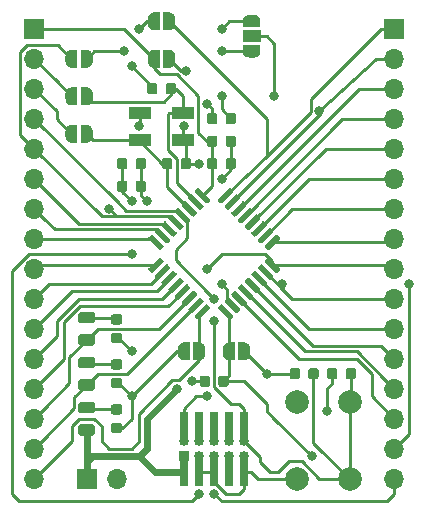
<source format=gbr>
G04 #@! TF.GenerationSoftware,KiCad,Pcbnew,(5.1.5)-3*
G04 #@! TF.CreationDate,2020-06-05T23:08:29+02:00*
G04 #@! TF.ProjectId,STM32F030K6Tx_Breakout,53544d33-3246-4303-9330-4b3654785f42,rev?*
G04 #@! TF.SameCoordinates,Original*
G04 #@! TF.FileFunction,Copper,L1,Top*
G04 #@! TF.FilePolarity,Positive*
%FSLAX46Y46*%
G04 Gerber Fmt 4.6, Leading zero omitted, Abs format (unit mm)*
G04 Created by KiCad (PCBNEW (5.1.5)-3) date 2020-06-05 23:08:29*
%MOMM*%
%LPD*%
G04 APERTURE LIST*
%ADD10O,1.700000X1.700000*%
%ADD11R,1.700000X1.700000*%
%ADD12C,0.100000*%
%ADD13R,1.900000X1.100000*%
%ADD14C,2.000000*%
%ADD15R,1.500000X1.000000*%
%ADD16C,0.850000*%
%ADD17R,0.850000X0.850000*%
%ADD18R,0.740000X2.400000*%
%ADD19C,0.800000*%
%ADD20C,0.250000*%
%ADD21C,0.600000*%
G04 APERTURE END LIST*
D10*
X124460000Y-76200000D03*
X124460000Y-73660000D03*
X124460000Y-71120000D03*
X124460000Y-68580000D03*
X124460000Y-66040000D03*
X124460000Y-63500000D03*
X124460000Y-60960000D03*
X124460000Y-58420000D03*
X124460000Y-55880000D03*
X124460000Y-53340000D03*
X124460000Y-50800000D03*
X124460000Y-48260000D03*
X124460000Y-45720000D03*
X124460000Y-43180000D03*
X124460000Y-40640000D03*
D11*
X124460000Y-38100000D03*
D10*
X93980000Y-76200000D03*
X93980000Y-73660000D03*
X93980000Y-71120000D03*
X93980000Y-68580000D03*
X93980000Y-66040000D03*
X93980000Y-63500000D03*
X93980000Y-60960000D03*
X93980000Y-58420000D03*
X93980000Y-55880000D03*
X93980000Y-53340000D03*
X93980000Y-50800000D03*
X93980000Y-48260000D03*
X93980000Y-45720000D03*
X93980000Y-43180000D03*
X93980000Y-40640000D03*
D11*
X93980000Y-38100000D03*
G04 #@! TA.AperFunction,SMDPad,CuDef*
D12*
G36*
X98905142Y-67761174D02*
G01*
X98928803Y-67764684D01*
X98952007Y-67770496D01*
X98974529Y-67778554D01*
X98996153Y-67788782D01*
X99016670Y-67801079D01*
X99035883Y-67815329D01*
X99053607Y-67831393D01*
X99069671Y-67849117D01*
X99083921Y-67868330D01*
X99096218Y-67888847D01*
X99106446Y-67910471D01*
X99114504Y-67932993D01*
X99120316Y-67956197D01*
X99123826Y-67979858D01*
X99125000Y-68003750D01*
X99125000Y-68491250D01*
X99123826Y-68515142D01*
X99120316Y-68538803D01*
X99114504Y-68562007D01*
X99106446Y-68584529D01*
X99096218Y-68606153D01*
X99083921Y-68626670D01*
X99069671Y-68645883D01*
X99053607Y-68663607D01*
X99035883Y-68679671D01*
X99016670Y-68693921D01*
X98996153Y-68706218D01*
X98974529Y-68716446D01*
X98952007Y-68724504D01*
X98928803Y-68730316D01*
X98905142Y-68733826D01*
X98881250Y-68735000D01*
X97968750Y-68735000D01*
X97944858Y-68733826D01*
X97921197Y-68730316D01*
X97897993Y-68724504D01*
X97875471Y-68716446D01*
X97853847Y-68706218D01*
X97833330Y-68693921D01*
X97814117Y-68679671D01*
X97796393Y-68663607D01*
X97780329Y-68645883D01*
X97766079Y-68626670D01*
X97753782Y-68606153D01*
X97743554Y-68584529D01*
X97735496Y-68562007D01*
X97729684Y-68538803D01*
X97726174Y-68515142D01*
X97725000Y-68491250D01*
X97725000Y-68003750D01*
X97726174Y-67979858D01*
X97729684Y-67956197D01*
X97735496Y-67932993D01*
X97743554Y-67910471D01*
X97753782Y-67888847D01*
X97766079Y-67868330D01*
X97780329Y-67849117D01*
X97796393Y-67831393D01*
X97814117Y-67815329D01*
X97833330Y-67801079D01*
X97853847Y-67788782D01*
X97875471Y-67778554D01*
X97897993Y-67770496D01*
X97921197Y-67764684D01*
X97944858Y-67761174D01*
X97968750Y-67760000D01*
X98881250Y-67760000D01*
X98905142Y-67761174D01*
G37*
G04 #@! TD.AperFunction*
G04 #@! TA.AperFunction,SMDPad,CuDef*
G36*
X98905142Y-65886174D02*
G01*
X98928803Y-65889684D01*
X98952007Y-65895496D01*
X98974529Y-65903554D01*
X98996153Y-65913782D01*
X99016670Y-65926079D01*
X99035883Y-65940329D01*
X99053607Y-65956393D01*
X99069671Y-65974117D01*
X99083921Y-65993330D01*
X99096218Y-66013847D01*
X99106446Y-66035471D01*
X99114504Y-66057993D01*
X99120316Y-66081197D01*
X99123826Y-66104858D01*
X99125000Y-66128750D01*
X99125000Y-66616250D01*
X99123826Y-66640142D01*
X99120316Y-66663803D01*
X99114504Y-66687007D01*
X99106446Y-66709529D01*
X99096218Y-66731153D01*
X99083921Y-66751670D01*
X99069671Y-66770883D01*
X99053607Y-66788607D01*
X99035883Y-66804671D01*
X99016670Y-66818921D01*
X98996153Y-66831218D01*
X98974529Y-66841446D01*
X98952007Y-66849504D01*
X98928803Y-66855316D01*
X98905142Y-66858826D01*
X98881250Y-66860000D01*
X97968750Y-66860000D01*
X97944858Y-66858826D01*
X97921197Y-66855316D01*
X97897993Y-66849504D01*
X97875471Y-66841446D01*
X97853847Y-66831218D01*
X97833330Y-66818921D01*
X97814117Y-66804671D01*
X97796393Y-66788607D01*
X97780329Y-66770883D01*
X97766079Y-66751670D01*
X97753782Y-66731153D01*
X97743554Y-66709529D01*
X97735496Y-66687007D01*
X97729684Y-66663803D01*
X97726174Y-66640142D01*
X97725000Y-66616250D01*
X97725000Y-66128750D01*
X97726174Y-66104858D01*
X97729684Y-66081197D01*
X97735496Y-66057993D01*
X97743554Y-66035471D01*
X97753782Y-66013847D01*
X97766079Y-65993330D01*
X97780329Y-65974117D01*
X97796393Y-65956393D01*
X97814117Y-65940329D01*
X97833330Y-65926079D01*
X97853847Y-65913782D01*
X97875471Y-65903554D01*
X97897993Y-65895496D01*
X97921197Y-65889684D01*
X97944858Y-65886174D01*
X97968750Y-65885000D01*
X98881250Y-65885000D01*
X98905142Y-65886174D01*
G37*
G04 #@! TD.AperFunction*
G04 #@! TA.AperFunction,SMDPad,CuDef*
G36*
X98440000Y-39890602D02*
G01*
X98464534Y-39890602D01*
X98513365Y-39895412D01*
X98561490Y-39904984D01*
X98608445Y-39919228D01*
X98653778Y-39938005D01*
X98697051Y-39961136D01*
X98737850Y-39988396D01*
X98775779Y-40019524D01*
X98810476Y-40054221D01*
X98841604Y-40092150D01*
X98868864Y-40132949D01*
X98891995Y-40176222D01*
X98910772Y-40221555D01*
X98925016Y-40268510D01*
X98934588Y-40316635D01*
X98939398Y-40365466D01*
X98939398Y-40390000D01*
X98940000Y-40390000D01*
X98940000Y-40890000D01*
X98939398Y-40890000D01*
X98939398Y-40914534D01*
X98934588Y-40963365D01*
X98925016Y-41011490D01*
X98910772Y-41058445D01*
X98891995Y-41103778D01*
X98868864Y-41147051D01*
X98841604Y-41187850D01*
X98810476Y-41225779D01*
X98775779Y-41260476D01*
X98737850Y-41291604D01*
X98697051Y-41318864D01*
X98653778Y-41341995D01*
X98608445Y-41360772D01*
X98561490Y-41375016D01*
X98513365Y-41384588D01*
X98464534Y-41389398D01*
X98440000Y-41389398D01*
X98440000Y-41390000D01*
X97940000Y-41390000D01*
X97940000Y-39890000D01*
X98440000Y-39890000D01*
X98440000Y-39890602D01*
G37*
G04 #@! TD.AperFunction*
G04 #@! TA.AperFunction,SMDPad,CuDef*
G36*
X97640000Y-41390000D02*
G01*
X97140000Y-41390000D01*
X97140000Y-41389398D01*
X97115466Y-41389398D01*
X97066635Y-41384588D01*
X97018510Y-41375016D01*
X96971555Y-41360772D01*
X96926222Y-41341995D01*
X96882949Y-41318864D01*
X96842150Y-41291604D01*
X96804221Y-41260476D01*
X96769524Y-41225779D01*
X96738396Y-41187850D01*
X96711136Y-41147051D01*
X96688005Y-41103778D01*
X96669228Y-41058445D01*
X96654984Y-41011490D01*
X96645412Y-40963365D01*
X96640602Y-40914534D01*
X96640602Y-40890000D01*
X96640000Y-40890000D01*
X96640000Y-40390000D01*
X96640602Y-40390000D01*
X96640602Y-40365466D01*
X96645412Y-40316635D01*
X96654984Y-40268510D01*
X96669228Y-40221555D01*
X96688005Y-40176222D01*
X96711136Y-40132949D01*
X96738396Y-40092150D01*
X96769524Y-40054221D01*
X96804221Y-40019524D01*
X96842150Y-39988396D01*
X96882949Y-39961136D01*
X96926222Y-39938005D01*
X96971555Y-39919228D01*
X97018510Y-39904984D01*
X97066635Y-39895412D01*
X97115466Y-39890602D01*
X97140000Y-39890602D01*
X97140000Y-39890000D01*
X97640000Y-39890000D01*
X97640000Y-41390000D01*
G37*
G04 #@! TD.AperFunction*
G04 #@! TA.AperFunction,SMDPad,CuDef*
G36*
X98905142Y-71571174D02*
G01*
X98928803Y-71574684D01*
X98952007Y-71580496D01*
X98974529Y-71588554D01*
X98996153Y-71598782D01*
X99016670Y-71611079D01*
X99035883Y-71625329D01*
X99053607Y-71641393D01*
X99069671Y-71659117D01*
X99083921Y-71678330D01*
X99096218Y-71698847D01*
X99106446Y-71720471D01*
X99114504Y-71742993D01*
X99120316Y-71766197D01*
X99123826Y-71789858D01*
X99125000Y-71813750D01*
X99125000Y-72301250D01*
X99123826Y-72325142D01*
X99120316Y-72348803D01*
X99114504Y-72372007D01*
X99106446Y-72394529D01*
X99096218Y-72416153D01*
X99083921Y-72436670D01*
X99069671Y-72455883D01*
X99053607Y-72473607D01*
X99035883Y-72489671D01*
X99016670Y-72503921D01*
X98996153Y-72516218D01*
X98974529Y-72526446D01*
X98952007Y-72534504D01*
X98928803Y-72540316D01*
X98905142Y-72543826D01*
X98881250Y-72545000D01*
X97968750Y-72545000D01*
X97944858Y-72543826D01*
X97921197Y-72540316D01*
X97897993Y-72534504D01*
X97875471Y-72526446D01*
X97853847Y-72516218D01*
X97833330Y-72503921D01*
X97814117Y-72489671D01*
X97796393Y-72473607D01*
X97780329Y-72455883D01*
X97766079Y-72436670D01*
X97753782Y-72416153D01*
X97743554Y-72394529D01*
X97735496Y-72372007D01*
X97729684Y-72348803D01*
X97726174Y-72325142D01*
X97725000Y-72301250D01*
X97725000Y-71813750D01*
X97726174Y-71789858D01*
X97729684Y-71766197D01*
X97735496Y-71742993D01*
X97743554Y-71720471D01*
X97753782Y-71698847D01*
X97766079Y-71678330D01*
X97780329Y-71659117D01*
X97796393Y-71641393D01*
X97814117Y-71625329D01*
X97833330Y-71611079D01*
X97853847Y-71598782D01*
X97875471Y-71588554D01*
X97897993Y-71580496D01*
X97921197Y-71574684D01*
X97944858Y-71571174D01*
X97968750Y-71570000D01*
X98881250Y-71570000D01*
X98905142Y-71571174D01*
G37*
G04 #@! TD.AperFunction*
G04 #@! TA.AperFunction,SMDPad,CuDef*
G36*
X98905142Y-69696174D02*
G01*
X98928803Y-69699684D01*
X98952007Y-69705496D01*
X98974529Y-69713554D01*
X98996153Y-69723782D01*
X99016670Y-69736079D01*
X99035883Y-69750329D01*
X99053607Y-69766393D01*
X99069671Y-69784117D01*
X99083921Y-69803330D01*
X99096218Y-69823847D01*
X99106446Y-69845471D01*
X99114504Y-69867993D01*
X99120316Y-69891197D01*
X99123826Y-69914858D01*
X99125000Y-69938750D01*
X99125000Y-70426250D01*
X99123826Y-70450142D01*
X99120316Y-70473803D01*
X99114504Y-70497007D01*
X99106446Y-70519529D01*
X99096218Y-70541153D01*
X99083921Y-70561670D01*
X99069671Y-70580883D01*
X99053607Y-70598607D01*
X99035883Y-70614671D01*
X99016670Y-70628921D01*
X98996153Y-70641218D01*
X98974529Y-70651446D01*
X98952007Y-70659504D01*
X98928803Y-70665316D01*
X98905142Y-70668826D01*
X98881250Y-70670000D01*
X97968750Y-70670000D01*
X97944858Y-70668826D01*
X97921197Y-70665316D01*
X97897993Y-70659504D01*
X97875471Y-70651446D01*
X97853847Y-70641218D01*
X97833330Y-70628921D01*
X97814117Y-70614671D01*
X97796393Y-70598607D01*
X97780329Y-70580883D01*
X97766079Y-70561670D01*
X97753782Y-70541153D01*
X97743554Y-70519529D01*
X97735496Y-70497007D01*
X97729684Y-70473803D01*
X97726174Y-70450142D01*
X97725000Y-70426250D01*
X97725000Y-69938750D01*
X97726174Y-69914858D01*
X97729684Y-69891197D01*
X97735496Y-69867993D01*
X97743554Y-69845471D01*
X97753782Y-69823847D01*
X97766079Y-69803330D01*
X97780329Y-69784117D01*
X97796393Y-69766393D01*
X97814117Y-69750329D01*
X97833330Y-69736079D01*
X97853847Y-69723782D01*
X97875471Y-69713554D01*
X97897993Y-69705496D01*
X97921197Y-69699684D01*
X97944858Y-69696174D01*
X97968750Y-69695000D01*
X98881250Y-69695000D01*
X98905142Y-69696174D01*
G37*
G04 #@! TD.AperFunction*
G04 #@! TA.AperFunction,SMDPad,CuDef*
G36*
X98905142Y-63951174D02*
G01*
X98928803Y-63954684D01*
X98952007Y-63960496D01*
X98974529Y-63968554D01*
X98996153Y-63978782D01*
X99016670Y-63991079D01*
X99035883Y-64005329D01*
X99053607Y-64021393D01*
X99069671Y-64039117D01*
X99083921Y-64058330D01*
X99096218Y-64078847D01*
X99106446Y-64100471D01*
X99114504Y-64122993D01*
X99120316Y-64146197D01*
X99123826Y-64169858D01*
X99125000Y-64193750D01*
X99125000Y-64681250D01*
X99123826Y-64705142D01*
X99120316Y-64728803D01*
X99114504Y-64752007D01*
X99106446Y-64774529D01*
X99096218Y-64796153D01*
X99083921Y-64816670D01*
X99069671Y-64835883D01*
X99053607Y-64853607D01*
X99035883Y-64869671D01*
X99016670Y-64883921D01*
X98996153Y-64896218D01*
X98974529Y-64906446D01*
X98952007Y-64914504D01*
X98928803Y-64920316D01*
X98905142Y-64923826D01*
X98881250Y-64925000D01*
X97968750Y-64925000D01*
X97944858Y-64923826D01*
X97921197Y-64920316D01*
X97897993Y-64914504D01*
X97875471Y-64906446D01*
X97853847Y-64896218D01*
X97833330Y-64883921D01*
X97814117Y-64869671D01*
X97796393Y-64853607D01*
X97780329Y-64835883D01*
X97766079Y-64816670D01*
X97753782Y-64796153D01*
X97743554Y-64774529D01*
X97735496Y-64752007D01*
X97729684Y-64728803D01*
X97726174Y-64705142D01*
X97725000Y-64681250D01*
X97725000Y-64193750D01*
X97726174Y-64169858D01*
X97729684Y-64146197D01*
X97735496Y-64122993D01*
X97743554Y-64100471D01*
X97753782Y-64078847D01*
X97766079Y-64058330D01*
X97780329Y-64039117D01*
X97796393Y-64021393D01*
X97814117Y-64005329D01*
X97833330Y-63991079D01*
X97853847Y-63978782D01*
X97875471Y-63968554D01*
X97897993Y-63960496D01*
X97921197Y-63954684D01*
X97944858Y-63951174D01*
X97968750Y-63950000D01*
X98881250Y-63950000D01*
X98905142Y-63951174D01*
G37*
G04 #@! TD.AperFunction*
G04 #@! TA.AperFunction,SMDPad,CuDef*
G36*
X98905142Y-62076174D02*
G01*
X98928803Y-62079684D01*
X98952007Y-62085496D01*
X98974529Y-62093554D01*
X98996153Y-62103782D01*
X99016670Y-62116079D01*
X99035883Y-62130329D01*
X99053607Y-62146393D01*
X99069671Y-62164117D01*
X99083921Y-62183330D01*
X99096218Y-62203847D01*
X99106446Y-62225471D01*
X99114504Y-62247993D01*
X99120316Y-62271197D01*
X99123826Y-62294858D01*
X99125000Y-62318750D01*
X99125000Y-62806250D01*
X99123826Y-62830142D01*
X99120316Y-62853803D01*
X99114504Y-62877007D01*
X99106446Y-62899529D01*
X99096218Y-62921153D01*
X99083921Y-62941670D01*
X99069671Y-62960883D01*
X99053607Y-62978607D01*
X99035883Y-62994671D01*
X99016670Y-63008921D01*
X98996153Y-63021218D01*
X98974529Y-63031446D01*
X98952007Y-63039504D01*
X98928803Y-63045316D01*
X98905142Y-63048826D01*
X98881250Y-63050000D01*
X97968750Y-63050000D01*
X97944858Y-63048826D01*
X97921197Y-63045316D01*
X97897993Y-63039504D01*
X97875471Y-63031446D01*
X97853847Y-63021218D01*
X97833330Y-63008921D01*
X97814117Y-62994671D01*
X97796393Y-62978607D01*
X97780329Y-62960883D01*
X97766079Y-62941670D01*
X97753782Y-62921153D01*
X97743554Y-62899529D01*
X97735496Y-62877007D01*
X97729684Y-62853803D01*
X97726174Y-62830142D01*
X97725000Y-62806250D01*
X97725000Y-62318750D01*
X97726174Y-62294858D01*
X97729684Y-62271197D01*
X97735496Y-62247993D01*
X97743554Y-62225471D01*
X97753782Y-62203847D01*
X97766079Y-62183330D01*
X97780329Y-62164117D01*
X97796393Y-62146393D01*
X97814117Y-62130329D01*
X97833330Y-62116079D01*
X97853847Y-62103782D01*
X97875471Y-62093554D01*
X97897993Y-62085496D01*
X97921197Y-62079684D01*
X97944858Y-62076174D01*
X97968750Y-62075000D01*
X98881250Y-62075000D01*
X98905142Y-62076174D01*
G37*
G04 #@! TD.AperFunction*
G04 #@! TA.AperFunction,SMDPad,CuDef*
G36*
X101242691Y-71471053D02*
G01*
X101263926Y-71474203D01*
X101284750Y-71479419D01*
X101304962Y-71486651D01*
X101324368Y-71495830D01*
X101342781Y-71506866D01*
X101360024Y-71519654D01*
X101375930Y-71534070D01*
X101390346Y-71549976D01*
X101403134Y-71567219D01*
X101414170Y-71585632D01*
X101423349Y-71605038D01*
X101430581Y-71625250D01*
X101435797Y-71646074D01*
X101438947Y-71667309D01*
X101440000Y-71688750D01*
X101440000Y-72126250D01*
X101438947Y-72147691D01*
X101435797Y-72168926D01*
X101430581Y-72189750D01*
X101423349Y-72209962D01*
X101414170Y-72229368D01*
X101403134Y-72247781D01*
X101390346Y-72265024D01*
X101375930Y-72280930D01*
X101360024Y-72295346D01*
X101342781Y-72308134D01*
X101324368Y-72319170D01*
X101304962Y-72328349D01*
X101284750Y-72335581D01*
X101263926Y-72340797D01*
X101242691Y-72343947D01*
X101221250Y-72345000D01*
X100708750Y-72345000D01*
X100687309Y-72343947D01*
X100666074Y-72340797D01*
X100645250Y-72335581D01*
X100625038Y-72328349D01*
X100605632Y-72319170D01*
X100587219Y-72308134D01*
X100569976Y-72295346D01*
X100554070Y-72280930D01*
X100539654Y-72265024D01*
X100526866Y-72247781D01*
X100515830Y-72229368D01*
X100506651Y-72209962D01*
X100499419Y-72189750D01*
X100494203Y-72168926D01*
X100491053Y-72147691D01*
X100490000Y-72126250D01*
X100490000Y-71688750D01*
X100491053Y-71667309D01*
X100494203Y-71646074D01*
X100499419Y-71625250D01*
X100506651Y-71605038D01*
X100515830Y-71585632D01*
X100526866Y-71567219D01*
X100539654Y-71549976D01*
X100554070Y-71534070D01*
X100569976Y-71519654D01*
X100587219Y-71506866D01*
X100605632Y-71495830D01*
X100625038Y-71486651D01*
X100645250Y-71479419D01*
X100666074Y-71474203D01*
X100687309Y-71471053D01*
X100708750Y-71470000D01*
X101221250Y-71470000D01*
X101242691Y-71471053D01*
G37*
G04 #@! TD.AperFunction*
G04 #@! TA.AperFunction,SMDPad,CuDef*
G36*
X101242691Y-69896053D02*
G01*
X101263926Y-69899203D01*
X101284750Y-69904419D01*
X101304962Y-69911651D01*
X101324368Y-69920830D01*
X101342781Y-69931866D01*
X101360024Y-69944654D01*
X101375930Y-69959070D01*
X101390346Y-69974976D01*
X101403134Y-69992219D01*
X101414170Y-70010632D01*
X101423349Y-70030038D01*
X101430581Y-70050250D01*
X101435797Y-70071074D01*
X101438947Y-70092309D01*
X101440000Y-70113750D01*
X101440000Y-70551250D01*
X101438947Y-70572691D01*
X101435797Y-70593926D01*
X101430581Y-70614750D01*
X101423349Y-70634962D01*
X101414170Y-70654368D01*
X101403134Y-70672781D01*
X101390346Y-70690024D01*
X101375930Y-70705930D01*
X101360024Y-70720346D01*
X101342781Y-70733134D01*
X101324368Y-70744170D01*
X101304962Y-70753349D01*
X101284750Y-70760581D01*
X101263926Y-70765797D01*
X101242691Y-70768947D01*
X101221250Y-70770000D01*
X100708750Y-70770000D01*
X100687309Y-70768947D01*
X100666074Y-70765797D01*
X100645250Y-70760581D01*
X100625038Y-70753349D01*
X100605632Y-70744170D01*
X100587219Y-70733134D01*
X100569976Y-70720346D01*
X100554070Y-70705930D01*
X100539654Y-70690024D01*
X100526866Y-70672781D01*
X100515830Y-70654368D01*
X100506651Y-70634962D01*
X100499419Y-70614750D01*
X100494203Y-70593926D01*
X100491053Y-70572691D01*
X100490000Y-70551250D01*
X100490000Y-70113750D01*
X100491053Y-70092309D01*
X100494203Y-70071074D01*
X100499419Y-70050250D01*
X100506651Y-70030038D01*
X100515830Y-70010632D01*
X100526866Y-69992219D01*
X100539654Y-69974976D01*
X100554070Y-69959070D01*
X100569976Y-69944654D01*
X100587219Y-69931866D01*
X100605632Y-69920830D01*
X100625038Y-69911651D01*
X100645250Y-69904419D01*
X100666074Y-69899203D01*
X100687309Y-69896053D01*
X100708750Y-69895000D01*
X101221250Y-69895000D01*
X101242691Y-69896053D01*
G37*
G04 #@! TD.AperFunction*
D13*
X106625000Y-47505000D03*
X102925000Y-47505000D03*
X102925000Y-45205000D03*
X106625000Y-45205000D03*
G04 #@! TA.AperFunction,SMDPad,CuDef*
D12*
G36*
X110558077Y-51563202D02*
G01*
X110570211Y-51565002D01*
X110582111Y-51567982D01*
X110593660Y-51572115D01*
X110604750Y-51577360D01*
X110615271Y-51583666D01*
X110625124Y-51590974D01*
X110634213Y-51599212D01*
X110810990Y-51775989D01*
X110819228Y-51785078D01*
X110826536Y-51794931D01*
X110832842Y-51805452D01*
X110838087Y-51816542D01*
X110842220Y-51828091D01*
X110845200Y-51839991D01*
X110847000Y-51852125D01*
X110847602Y-51864377D01*
X110847000Y-51876629D01*
X110845200Y-51888763D01*
X110842220Y-51900663D01*
X110838087Y-51912212D01*
X110832842Y-51923302D01*
X110826536Y-51933823D01*
X110819228Y-51943676D01*
X110810990Y-51952765D01*
X109927107Y-52836648D01*
X109918018Y-52844886D01*
X109908165Y-52852194D01*
X109897644Y-52858500D01*
X109886554Y-52863745D01*
X109875005Y-52867878D01*
X109863105Y-52870858D01*
X109850971Y-52872658D01*
X109838719Y-52873260D01*
X109826467Y-52872658D01*
X109814333Y-52870858D01*
X109802433Y-52867878D01*
X109790884Y-52863745D01*
X109779794Y-52858500D01*
X109769273Y-52852194D01*
X109759420Y-52844886D01*
X109750331Y-52836648D01*
X109573554Y-52659871D01*
X109565316Y-52650782D01*
X109558008Y-52640929D01*
X109551702Y-52630408D01*
X109546457Y-52619318D01*
X109542324Y-52607769D01*
X109539344Y-52595869D01*
X109537544Y-52583735D01*
X109536942Y-52571483D01*
X109537544Y-52559231D01*
X109539344Y-52547097D01*
X109542324Y-52535197D01*
X109546457Y-52523648D01*
X109551702Y-52512558D01*
X109558008Y-52502037D01*
X109565316Y-52492184D01*
X109573554Y-52483095D01*
X110457437Y-51599212D01*
X110466526Y-51590974D01*
X110476379Y-51583666D01*
X110486900Y-51577360D01*
X110497990Y-51572115D01*
X110509539Y-51567982D01*
X110521439Y-51565002D01*
X110533573Y-51563202D01*
X110545825Y-51562600D01*
X110558077Y-51563202D01*
G37*
G04 #@! TD.AperFunction*
G04 #@! TA.AperFunction,SMDPad,CuDef*
G36*
X111123762Y-52128888D02*
G01*
X111135896Y-52130688D01*
X111147796Y-52133668D01*
X111159345Y-52137801D01*
X111170435Y-52143046D01*
X111180956Y-52149352D01*
X111190809Y-52156660D01*
X111199898Y-52164898D01*
X111376675Y-52341675D01*
X111384913Y-52350764D01*
X111392221Y-52360617D01*
X111398527Y-52371138D01*
X111403772Y-52382228D01*
X111407905Y-52393777D01*
X111410885Y-52405677D01*
X111412685Y-52417811D01*
X111413287Y-52430063D01*
X111412685Y-52442315D01*
X111410885Y-52454449D01*
X111407905Y-52466349D01*
X111403772Y-52477898D01*
X111398527Y-52488988D01*
X111392221Y-52499509D01*
X111384913Y-52509362D01*
X111376675Y-52518451D01*
X110492792Y-53402334D01*
X110483703Y-53410572D01*
X110473850Y-53417880D01*
X110463329Y-53424186D01*
X110452239Y-53429431D01*
X110440690Y-53433564D01*
X110428790Y-53436544D01*
X110416656Y-53438344D01*
X110404404Y-53438946D01*
X110392152Y-53438344D01*
X110380018Y-53436544D01*
X110368118Y-53433564D01*
X110356569Y-53429431D01*
X110345479Y-53424186D01*
X110334958Y-53417880D01*
X110325105Y-53410572D01*
X110316016Y-53402334D01*
X110139239Y-53225557D01*
X110131001Y-53216468D01*
X110123693Y-53206615D01*
X110117387Y-53196094D01*
X110112142Y-53185004D01*
X110108009Y-53173455D01*
X110105029Y-53161555D01*
X110103229Y-53149421D01*
X110102627Y-53137169D01*
X110103229Y-53124917D01*
X110105029Y-53112783D01*
X110108009Y-53100883D01*
X110112142Y-53089334D01*
X110117387Y-53078244D01*
X110123693Y-53067723D01*
X110131001Y-53057870D01*
X110139239Y-53048781D01*
X111023122Y-52164898D01*
X111032211Y-52156660D01*
X111042064Y-52149352D01*
X111052585Y-52143046D01*
X111063675Y-52137801D01*
X111075224Y-52133668D01*
X111087124Y-52130688D01*
X111099258Y-52128888D01*
X111111510Y-52128286D01*
X111123762Y-52128888D01*
G37*
G04 #@! TD.AperFunction*
G04 #@! TA.AperFunction,SMDPad,CuDef*
G36*
X111689448Y-52694573D02*
G01*
X111701582Y-52696373D01*
X111713482Y-52699353D01*
X111725031Y-52703486D01*
X111736121Y-52708731D01*
X111746642Y-52715037D01*
X111756495Y-52722345D01*
X111765584Y-52730583D01*
X111942361Y-52907360D01*
X111950599Y-52916449D01*
X111957907Y-52926302D01*
X111964213Y-52936823D01*
X111969458Y-52947913D01*
X111973591Y-52959462D01*
X111976571Y-52971362D01*
X111978371Y-52983496D01*
X111978973Y-52995748D01*
X111978371Y-53008000D01*
X111976571Y-53020134D01*
X111973591Y-53032034D01*
X111969458Y-53043583D01*
X111964213Y-53054673D01*
X111957907Y-53065194D01*
X111950599Y-53075047D01*
X111942361Y-53084136D01*
X111058478Y-53968019D01*
X111049389Y-53976257D01*
X111039536Y-53983565D01*
X111029015Y-53989871D01*
X111017925Y-53995116D01*
X111006376Y-53999249D01*
X110994476Y-54002229D01*
X110982342Y-54004029D01*
X110970090Y-54004631D01*
X110957838Y-54004029D01*
X110945704Y-54002229D01*
X110933804Y-53999249D01*
X110922255Y-53995116D01*
X110911165Y-53989871D01*
X110900644Y-53983565D01*
X110890791Y-53976257D01*
X110881702Y-53968019D01*
X110704925Y-53791242D01*
X110696687Y-53782153D01*
X110689379Y-53772300D01*
X110683073Y-53761779D01*
X110677828Y-53750689D01*
X110673695Y-53739140D01*
X110670715Y-53727240D01*
X110668915Y-53715106D01*
X110668313Y-53702854D01*
X110668915Y-53690602D01*
X110670715Y-53678468D01*
X110673695Y-53666568D01*
X110677828Y-53655019D01*
X110683073Y-53643929D01*
X110689379Y-53633408D01*
X110696687Y-53623555D01*
X110704925Y-53614466D01*
X111588808Y-52730583D01*
X111597897Y-52722345D01*
X111607750Y-52715037D01*
X111618271Y-52708731D01*
X111629361Y-52703486D01*
X111640910Y-52699353D01*
X111652810Y-52696373D01*
X111664944Y-52694573D01*
X111677196Y-52693971D01*
X111689448Y-52694573D01*
G37*
G04 #@! TD.AperFunction*
G04 #@! TA.AperFunction,SMDPad,CuDef*
G36*
X112255133Y-53260258D02*
G01*
X112267267Y-53262058D01*
X112279167Y-53265038D01*
X112290716Y-53269171D01*
X112301806Y-53274416D01*
X112312327Y-53280722D01*
X112322180Y-53288030D01*
X112331269Y-53296268D01*
X112508046Y-53473045D01*
X112516284Y-53482134D01*
X112523592Y-53491987D01*
X112529898Y-53502508D01*
X112535143Y-53513598D01*
X112539276Y-53525147D01*
X112542256Y-53537047D01*
X112544056Y-53549181D01*
X112544658Y-53561433D01*
X112544056Y-53573685D01*
X112542256Y-53585819D01*
X112539276Y-53597719D01*
X112535143Y-53609268D01*
X112529898Y-53620358D01*
X112523592Y-53630879D01*
X112516284Y-53640732D01*
X112508046Y-53649821D01*
X111624163Y-54533704D01*
X111615074Y-54541942D01*
X111605221Y-54549250D01*
X111594700Y-54555556D01*
X111583610Y-54560801D01*
X111572061Y-54564934D01*
X111560161Y-54567914D01*
X111548027Y-54569714D01*
X111535775Y-54570316D01*
X111523523Y-54569714D01*
X111511389Y-54567914D01*
X111499489Y-54564934D01*
X111487940Y-54560801D01*
X111476850Y-54555556D01*
X111466329Y-54549250D01*
X111456476Y-54541942D01*
X111447387Y-54533704D01*
X111270610Y-54356927D01*
X111262372Y-54347838D01*
X111255064Y-54337985D01*
X111248758Y-54327464D01*
X111243513Y-54316374D01*
X111239380Y-54304825D01*
X111236400Y-54292925D01*
X111234600Y-54280791D01*
X111233998Y-54268539D01*
X111234600Y-54256287D01*
X111236400Y-54244153D01*
X111239380Y-54232253D01*
X111243513Y-54220704D01*
X111248758Y-54209614D01*
X111255064Y-54199093D01*
X111262372Y-54189240D01*
X111270610Y-54180151D01*
X112154493Y-53296268D01*
X112163582Y-53288030D01*
X112173435Y-53280722D01*
X112183956Y-53274416D01*
X112195046Y-53269171D01*
X112206595Y-53265038D01*
X112218495Y-53262058D01*
X112230629Y-53260258D01*
X112242881Y-53259656D01*
X112255133Y-53260258D01*
G37*
G04 #@! TD.AperFunction*
G04 #@! TA.AperFunction,SMDPad,CuDef*
G36*
X112820819Y-53825944D02*
G01*
X112832953Y-53827744D01*
X112844853Y-53830724D01*
X112856402Y-53834857D01*
X112867492Y-53840102D01*
X112878013Y-53846408D01*
X112887866Y-53853716D01*
X112896955Y-53861954D01*
X113073732Y-54038731D01*
X113081970Y-54047820D01*
X113089278Y-54057673D01*
X113095584Y-54068194D01*
X113100829Y-54079284D01*
X113104962Y-54090833D01*
X113107942Y-54102733D01*
X113109742Y-54114867D01*
X113110344Y-54127119D01*
X113109742Y-54139371D01*
X113107942Y-54151505D01*
X113104962Y-54163405D01*
X113100829Y-54174954D01*
X113095584Y-54186044D01*
X113089278Y-54196565D01*
X113081970Y-54206418D01*
X113073732Y-54215507D01*
X112189849Y-55099390D01*
X112180760Y-55107628D01*
X112170907Y-55114936D01*
X112160386Y-55121242D01*
X112149296Y-55126487D01*
X112137747Y-55130620D01*
X112125847Y-55133600D01*
X112113713Y-55135400D01*
X112101461Y-55136002D01*
X112089209Y-55135400D01*
X112077075Y-55133600D01*
X112065175Y-55130620D01*
X112053626Y-55126487D01*
X112042536Y-55121242D01*
X112032015Y-55114936D01*
X112022162Y-55107628D01*
X112013073Y-55099390D01*
X111836296Y-54922613D01*
X111828058Y-54913524D01*
X111820750Y-54903671D01*
X111814444Y-54893150D01*
X111809199Y-54882060D01*
X111805066Y-54870511D01*
X111802086Y-54858611D01*
X111800286Y-54846477D01*
X111799684Y-54834225D01*
X111800286Y-54821973D01*
X111802086Y-54809839D01*
X111805066Y-54797939D01*
X111809199Y-54786390D01*
X111814444Y-54775300D01*
X111820750Y-54764779D01*
X111828058Y-54754926D01*
X111836296Y-54745837D01*
X112720179Y-53861954D01*
X112729268Y-53853716D01*
X112739121Y-53846408D01*
X112749642Y-53840102D01*
X112760732Y-53834857D01*
X112772281Y-53830724D01*
X112784181Y-53827744D01*
X112796315Y-53825944D01*
X112808567Y-53825342D01*
X112820819Y-53825944D01*
G37*
G04 #@! TD.AperFunction*
G04 #@! TA.AperFunction,SMDPad,CuDef*
G36*
X113386504Y-54391629D02*
G01*
X113398638Y-54393429D01*
X113410538Y-54396409D01*
X113422087Y-54400542D01*
X113433177Y-54405787D01*
X113443698Y-54412093D01*
X113453551Y-54419401D01*
X113462640Y-54427639D01*
X113639417Y-54604416D01*
X113647655Y-54613505D01*
X113654963Y-54623358D01*
X113661269Y-54633879D01*
X113666514Y-54644969D01*
X113670647Y-54656518D01*
X113673627Y-54668418D01*
X113675427Y-54680552D01*
X113676029Y-54692804D01*
X113675427Y-54705056D01*
X113673627Y-54717190D01*
X113670647Y-54729090D01*
X113666514Y-54740639D01*
X113661269Y-54751729D01*
X113654963Y-54762250D01*
X113647655Y-54772103D01*
X113639417Y-54781192D01*
X112755534Y-55665075D01*
X112746445Y-55673313D01*
X112736592Y-55680621D01*
X112726071Y-55686927D01*
X112714981Y-55692172D01*
X112703432Y-55696305D01*
X112691532Y-55699285D01*
X112679398Y-55701085D01*
X112667146Y-55701687D01*
X112654894Y-55701085D01*
X112642760Y-55699285D01*
X112630860Y-55696305D01*
X112619311Y-55692172D01*
X112608221Y-55686927D01*
X112597700Y-55680621D01*
X112587847Y-55673313D01*
X112578758Y-55665075D01*
X112401981Y-55488298D01*
X112393743Y-55479209D01*
X112386435Y-55469356D01*
X112380129Y-55458835D01*
X112374884Y-55447745D01*
X112370751Y-55436196D01*
X112367771Y-55424296D01*
X112365971Y-55412162D01*
X112365369Y-55399910D01*
X112365971Y-55387658D01*
X112367771Y-55375524D01*
X112370751Y-55363624D01*
X112374884Y-55352075D01*
X112380129Y-55340985D01*
X112386435Y-55330464D01*
X112393743Y-55320611D01*
X112401981Y-55311522D01*
X113285864Y-54427639D01*
X113294953Y-54419401D01*
X113304806Y-54412093D01*
X113315327Y-54405787D01*
X113326417Y-54400542D01*
X113337966Y-54396409D01*
X113349866Y-54393429D01*
X113362000Y-54391629D01*
X113374252Y-54391027D01*
X113386504Y-54391629D01*
G37*
G04 #@! TD.AperFunction*
G04 #@! TA.AperFunction,SMDPad,CuDef*
G36*
X113952189Y-54957315D02*
G01*
X113964323Y-54959115D01*
X113976223Y-54962095D01*
X113987772Y-54966228D01*
X113998862Y-54971473D01*
X114009383Y-54977779D01*
X114019236Y-54985087D01*
X114028325Y-54993325D01*
X114205102Y-55170102D01*
X114213340Y-55179191D01*
X114220648Y-55189044D01*
X114226954Y-55199565D01*
X114232199Y-55210655D01*
X114236332Y-55222204D01*
X114239312Y-55234104D01*
X114241112Y-55246238D01*
X114241714Y-55258490D01*
X114241112Y-55270742D01*
X114239312Y-55282876D01*
X114236332Y-55294776D01*
X114232199Y-55306325D01*
X114226954Y-55317415D01*
X114220648Y-55327936D01*
X114213340Y-55337789D01*
X114205102Y-55346878D01*
X113321219Y-56230761D01*
X113312130Y-56238999D01*
X113302277Y-56246307D01*
X113291756Y-56252613D01*
X113280666Y-56257858D01*
X113269117Y-56261991D01*
X113257217Y-56264971D01*
X113245083Y-56266771D01*
X113232831Y-56267373D01*
X113220579Y-56266771D01*
X113208445Y-56264971D01*
X113196545Y-56261991D01*
X113184996Y-56257858D01*
X113173906Y-56252613D01*
X113163385Y-56246307D01*
X113153532Y-56238999D01*
X113144443Y-56230761D01*
X112967666Y-56053984D01*
X112959428Y-56044895D01*
X112952120Y-56035042D01*
X112945814Y-56024521D01*
X112940569Y-56013431D01*
X112936436Y-56001882D01*
X112933456Y-55989982D01*
X112931656Y-55977848D01*
X112931054Y-55965596D01*
X112931656Y-55953344D01*
X112933456Y-55941210D01*
X112936436Y-55929310D01*
X112940569Y-55917761D01*
X112945814Y-55906671D01*
X112952120Y-55896150D01*
X112959428Y-55886297D01*
X112967666Y-55877208D01*
X113851549Y-54993325D01*
X113860638Y-54985087D01*
X113870491Y-54977779D01*
X113881012Y-54971473D01*
X113892102Y-54966228D01*
X113903651Y-54962095D01*
X113915551Y-54959115D01*
X113927685Y-54957315D01*
X113939937Y-54956713D01*
X113952189Y-54957315D01*
G37*
G04 #@! TD.AperFunction*
G04 #@! TA.AperFunction,SMDPad,CuDef*
G36*
X114517875Y-55523000D02*
G01*
X114530009Y-55524800D01*
X114541909Y-55527780D01*
X114553458Y-55531913D01*
X114564548Y-55537158D01*
X114575069Y-55543464D01*
X114584922Y-55550772D01*
X114594011Y-55559010D01*
X114770788Y-55735787D01*
X114779026Y-55744876D01*
X114786334Y-55754729D01*
X114792640Y-55765250D01*
X114797885Y-55776340D01*
X114802018Y-55787889D01*
X114804998Y-55799789D01*
X114806798Y-55811923D01*
X114807400Y-55824175D01*
X114806798Y-55836427D01*
X114804998Y-55848561D01*
X114802018Y-55860461D01*
X114797885Y-55872010D01*
X114792640Y-55883100D01*
X114786334Y-55893621D01*
X114779026Y-55903474D01*
X114770788Y-55912563D01*
X113886905Y-56796446D01*
X113877816Y-56804684D01*
X113867963Y-56811992D01*
X113857442Y-56818298D01*
X113846352Y-56823543D01*
X113834803Y-56827676D01*
X113822903Y-56830656D01*
X113810769Y-56832456D01*
X113798517Y-56833058D01*
X113786265Y-56832456D01*
X113774131Y-56830656D01*
X113762231Y-56827676D01*
X113750682Y-56823543D01*
X113739592Y-56818298D01*
X113729071Y-56811992D01*
X113719218Y-56804684D01*
X113710129Y-56796446D01*
X113533352Y-56619669D01*
X113525114Y-56610580D01*
X113517806Y-56600727D01*
X113511500Y-56590206D01*
X113506255Y-56579116D01*
X113502122Y-56567567D01*
X113499142Y-56555667D01*
X113497342Y-56543533D01*
X113496740Y-56531281D01*
X113497342Y-56519029D01*
X113499142Y-56506895D01*
X113502122Y-56494995D01*
X113506255Y-56483446D01*
X113511500Y-56472356D01*
X113517806Y-56461835D01*
X113525114Y-56451982D01*
X113533352Y-56442893D01*
X114417235Y-55559010D01*
X114426324Y-55550772D01*
X114436177Y-55543464D01*
X114446698Y-55537158D01*
X114457788Y-55531913D01*
X114469337Y-55527780D01*
X114481237Y-55524800D01*
X114493371Y-55523000D01*
X114505623Y-55522398D01*
X114517875Y-55523000D01*
G37*
G04 #@! TD.AperFunction*
G04 #@! TA.AperFunction,SMDPad,CuDef*
G36*
X113810769Y-57467544D02*
G01*
X113822903Y-57469344D01*
X113834803Y-57472324D01*
X113846352Y-57476457D01*
X113857442Y-57481702D01*
X113867963Y-57488008D01*
X113877816Y-57495316D01*
X113886905Y-57503554D01*
X114770788Y-58387437D01*
X114779026Y-58396526D01*
X114786334Y-58406379D01*
X114792640Y-58416900D01*
X114797885Y-58427990D01*
X114802018Y-58439539D01*
X114804998Y-58451439D01*
X114806798Y-58463573D01*
X114807400Y-58475825D01*
X114806798Y-58488077D01*
X114804998Y-58500211D01*
X114802018Y-58512111D01*
X114797885Y-58523660D01*
X114792640Y-58534750D01*
X114786334Y-58545271D01*
X114779026Y-58555124D01*
X114770788Y-58564213D01*
X114594011Y-58740990D01*
X114584922Y-58749228D01*
X114575069Y-58756536D01*
X114564548Y-58762842D01*
X114553458Y-58768087D01*
X114541909Y-58772220D01*
X114530009Y-58775200D01*
X114517875Y-58777000D01*
X114505623Y-58777602D01*
X114493371Y-58777000D01*
X114481237Y-58775200D01*
X114469337Y-58772220D01*
X114457788Y-58768087D01*
X114446698Y-58762842D01*
X114436177Y-58756536D01*
X114426324Y-58749228D01*
X114417235Y-58740990D01*
X113533352Y-57857107D01*
X113525114Y-57848018D01*
X113517806Y-57838165D01*
X113511500Y-57827644D01*
X113506255Y-57816554D01*
X113502122Y-57805005D01*
X113499142Y-57793105D01*
X113497342Y-57780971D01*
X113496740Y-57768719D01*
X113497342Y-57756467D01*
X113499142Y-57744333D01*
X113502122Y-57732433D01*
X113506255Y-57720884D01*
X113511500Y-57709794D01*
X113517806Y-57699273D01*
X113525114Y-57689420D01*
X113533352Y-57680331D01*
X113710129Y-57503554D01*
X113719218Y-57495316D01*
X113729071Y-57488008D01*
X113739592Y-57481702D01*
X113750682Y-57476457D01*
X113762231Y-57472324D01*
X113774131Y-57469344D01*
X113786265Y-57467544D01*
X113798517Y-57466942D01*
X113810769Y-57467544D01*
G37*
G04 #@! TD.AperFunction*
G04 #@! TA.AperFunction,SMDPad,CuDef*
G36*
X113245083Y-58033229D02*
G01*
X113257217Y-58035029D01*
X113269117Y-58038009D01*
X113280666Y-58042142D01*
X113291756Y-58047387D01*
X113302277Y-58053693D01*
X113312130Y-58061001D01*
X113321219Y-58069239D01*
X114205102Y-58953122D01*
X114213340Y-58962211D01*
X114220648Y-58972064D01*
X114226954Y-58982585D01*
X114232199Y-58993675D01*
X114236332Y-59005224D01*
X114239312Y-59017124D01*
X114241112Y-59029258D01*
X114241714Y-59041510D01*
X114241112Y-59053762D01*
X114239312Y-59065896D01*
X114236332Y-59077796D01*
X114232199Y-59089345D01*
X114226954Y-59100435D01*
X114220648Y-59110956D01*
X114213340Y-59120809D01*
X114205102Y-59129898D01*
X114028325Y-59306675D01*
X114019236Y-59314913D01*
X114009383Y-59322221D01*
X113998862Y-59328527D01*
X113987772Y-59333772D01*
X113976223Y-59337905D01*
X113964323Y-59340885D01*
X113952189Y-59342685D01*
X113939937Y-59343287D01*
X113927685Y-59342685D01*
X113915551Y-59340885D01*
X113903651Y-59337905D01*
X113892102Y-59333772D01*
X113881012Y-59328527D01*
X113870491Y-59322221D01*
X113860638Y-59314913D01*
X113851549Y-59306675D01*
X112967666Y-58422792D01*
X112959428Y-58413703D01*
X112952120Y-58403850D01*
X112945814Y-58393329D01*
X112940569Y-58382239D01*
X112936436Y-58370690D01*
X112933456Y-58358790D01*
X112931656Y-58346656D01*
X112931054Y-58334404D01*
X112931656Y-58322152D01*
X112933456Y-58310018D01*
X112936436Y-58298118D01*
X112940569Y-58286569D01*
X112945814Y-58275479D01*
X112952120Y-58264958D01*
X112959428Y-58255105D01*
X112967666Y-58246016D01*
X113144443Y-58069239D01*
X113153532Y-58061001D01*
X113163385Y-58053693D01*
X113173906Y-58047387D01*
X113184996Y-58042142D01*
X113196545Y-58038009D01*
X113208445Y-58035029D01*
X113220579Y-58033229D01*
X113232831Y-58032627D01*
X113245083Y-58033229D01*
G37*
G04 #@! TD.AperFunction*
G04 #@! TA.AperFunction,SMDPad,CuDef*
G36*
X112679398Y-58598915D02*
G01*
X112691532Y-58600715D01*
X112703432Y-58603695D01*
X112714981Y-58607828D01*
X112726071Y-58613073D01*
X112736592Y-58619379D01*
X112746445Y-58626687D01*
X112755534Y-58634925D01*
X113639417Y-59518808D01*
X113647655Y-59527897D01*
X113654963Y-59537750D01*
X113661269Y-59548271D01*
X113666514Y-59559361D01*
X113670647Y-59570910D01*
X113673627Y-59582810D01*
X113675427Y-59594944D01*
X113676029Y-59607196D01*
X113675427Y-59619448D01*
X113673627Y-59631582D01*
X113670647Y-59643482D01*
X113666514Y-59655031D01*
X113661269Y-59666121D01*
X113654963Y-59676642D01*
X113647655Y-59686495D01*
X113639417Y-59695584D01*
X113462640Y-59872361D01*
X113453551Y-59880599D01*
X113443698Y-59887907D01*
X113433177Y-59894213D01*
X113422087Y-59899458D01*
X113410538Y-59903591D01*
X113398638Y-59906571D01*
X113386504Y-59908371D01*
X113374252Y-59908973D01*
X113362000Y-59908371D01*
X113349866Y-59906571D01*
X113337966Y-59903591D01*
X113326417Y-59899458D01*
X113315327Y-59894213D01*
X113304806Y-59887907D01*
X113294953Y-59880599D01*
X113285864Y-59872361D01*
X112401981Y-58988478D01*
X112393743Y-58979389D01*
X112386435Y-58969536D01*
X112380129Y-58959015D01*
X112374884Y-58947925D01*
X112370751Y-58936376D01*
X112367771Y-58924476D01*
X112365971Y-58912342D01*
X112365369Y-58900090D01*
X112365971Y-58887838D01*
X112367771Y-58875704D01*
X112370751Y-58863804D01*
X112374884Y-58852255D01*
X112380129Y-58841165D01*
X112386435Y-58830644D01*
X112393743Y-58820791D01*
X112401981Y-58811702D01*
X112578758Y-58634925D01*
X112587847Y-58626687D01*
X112597700Y-58619379D01*
X112608221Y-58613073D01*
X112619311Y-58607828D01*
X112630860Y-58603695D01*
X112642760Y-58600715D01*
X112654894Y-58598915D01*
X112667146Y-58598313D01*
X112679398Y-58598915D01*
G37*
G04 #@! TD.AperFunction*
G04 #@! TA.AperFunction,SMDPad,CuDef*
G36*
X112113713Y-59164600D02*
G01*
X112125847Y-59166400D01*
X112137747Y-59169380D01*
X112149296Y-59173513D01*
X112160386Y-59178758D01*
X112170907Y-59185064D01*
X112180760Y-59192372D01*
X112189849Y-59200610D01*
X113073732Y-60084493D01*
X113081970Y-60093582D01*
X113089278Y-60103435D01*
X113095584Y-60113956D01*
X113100829Y-60125046D01*
X113104962Y-60136595D01*
X113107942Y-60148495D01*
X113109742Y-60160629D01*
X113110344Y-60172881D01*
X113109742Y-60185133D01*
X113107942Y-60197267D01*
X113104962Y-60209167D01*
X113100829Y-60220716D01*
X113095584Y-60231806D01*
X113089278Y-60242327D01*
X113081970Y-60252180D01*
X113073732Y-60261269D01*
X112896955Y-60438046D01*
X112887866Y-60446284D01*
X112878013Y-60453592D01*
X112867492Y-60459898D01*
X112856402Y-60465143D01*
X112844853Y-60469276D01*
X112832953Y-60472256D01*
X112820819Y-60474056D01*
X112808567Y-60474658D01*
X112796315Y-60474056D01*
X112784181Y-60472256D01*
X112772281Y-60469276D01*
X112760732Y-60465143D01*
X112749642Y-60459898D01*
X112739121Y-60453592D01*
X112729268Y-60446284D01*
X112720179Y-60438046D01*
X111836296Y-59554163D01*
X111828058Y-59545074D01*
X111820750Y-59535221D01*
X111814444Y-59524700D01*
X111809199Y-59513610D01*
X111805066Y-59502061D01*
X111802086Y-59490161D01*
X111800286Y-59478027D01*
X111799684Y-59465775D01*
X111800286Y-59453523D01*
X111802086Y-59441389D01*
X111805066Y-59429489D01*
X111809199Y-59417940D01*
X111814444Y-59406850D01*
X111820750Y-59396329D01*
X111828058Y-59386476D01*
X111836296Y-59377387D01*
X112013073Y-59200610D01*
X112022162Y-59192372D01*
X112032015Y-59185064D01*
X112042536Y-59178758D01*
X112053626Y-59173513D01*
X112065175Y-59169380D01*
X112077075Y-59166400D01*
X112089209Y-59164600D01*
X112101461Y-59163998D01*
X112113713Y-59164600D01*
G37*
G04 #@! TD.AperFunction*
G04 #@! TA.AperFunction,SMDPad,CuDef*
G36*
X111548027Y-59730286D02*
G01*
X111560161Y-59732086D01*
X111572061Y-59735066D01*
X111583610Y-59739199D01*
X111594700Y-59744444D01*
X111605221Y-59750750D01*
X111615074Y-59758058D01*
X111624163Y-59766296D01*
X112508046Y-60650179D01*
X112516284Y-60659268D01*
X112523592Y-60669121D01*
X112529898Y-60679642D01*
X112535143Y-60690732D01*
X112539276Y-60702281D01*
X112542256Y-60714181D01*
X112544056Y-60726315D01*
X112544658Y-60738567D01*
X112544056Y-60750819D01*
X112542256Y-60762953D01*
X112539276Y-60774853D01*
X112535143Y-60786402D01*
X112529898Y-60797492D01*
X112523592Y-60808013D01*
X112516284Y-60817866D01*
X112508046Y-60826955D01*
X112331269Y-61003732D01*
X112322180Y-61011970D01*
X112312327Y-61019278D01*
X112301806Y-61025584D01*
X112290716Y-61030829D01*
X112279167Y-61034962D01*
X112267267Y-61037942D01*
X112255133Y-61039742D01*
X112242881Y-61040344D01*
X112230629Y-61039742D01*
X112218495Y-61037942D01*
X112206595Y-61034962D01*
X112195046Y-61030829D01*
X112183956Y-61025584D01*
X112173435Y-61019278D01*
X112163582Y-61011970D01*
X112154493Y-61003732D01*
X111270610Y-60119849D01*
X111262372Y-60110760D01*
X111255064Y-60100907D01*
X111248758Y-60090386D01*
X111243513Y-60079296D01*
X111239380Y-60067747D01*
X111236400Y-60055847D01*
X111234600Y-60043713D01*
X111233998Y-60031461D01*
X111234600Y-60019209D01*
X111236400Y-60007075D01*
X111239380Y-59995175D01*
X111243513Y-59983626D01*
X111248758Y-59972536D01*
X111255064Y-59962015D01*
X111262372Y-59952162D01*
X111270610Y-59943073D01*
X111447387Y-59766296D01*
X111456476Y-59758058D01*
X111466329Y-59750750D01*
X111476850Y-59744444D01*
X111487940Y-59739199D01*
X111499489Y-59735066D01*
X111511389Y-59732086D01*
X111523523Y-59730286D01*
X111535775Y-59729684D01*
X111548027Y-59730286D01*
G37*
G04 #@! TD.AperFunction*
G04 #@! TA.AperFunction,SMDPad,CuDef*
G36*
X110982342Y-60295971D02*
G01*
X110994476Y-60297771D01*
X111006376Y-60300751D01*
X111017925Y-60304884D01*
X111029015Y-60310129D01*
X111039536Y-60316435D01*
X111049389Y-60323743D01*
X111058478Y-60331981D01*
X111942361Y-61215864D01*
X111950599Y-61224953D01*
X111957907Y-61234806D01*
X111964213Y-61245327D01*
X111969458Y-61256417D01*
X111973591Y-61267966D01*
X111976571Y-61279866D01*
X111978371Y-61292000D01*
X111978973Y-61304252D01*
X111978371Y-61316504D01*
X111976571Y-61328638D01*
X111973591Y-61340538D01*
X111969458Y-61352087D01*
X111964213Y-61363177D01*
X111957907Y-61373698D01*
X111950599Y-61383551D01*
X111942361Y-61392640D01*
X111765584Y-61569417D01*
X111756495Y-61577655D01*
X111746642Y-61584963D01*
X111736121Y-61591269D01*
X111725031Y-61596514D01*
X111713482Y-61600647D01*
X111701582Y-61603627D01*
X111689448Y-61605427D01*
X111677196Y-61606029D01*
X111664944Y-61605427D01*
X111652810Y-61603627D01*
X111640910Y-61600647D01*
X111629361Y-61596514D01*
X111618271Y-61591269D01*
X111607750Y-61584963D01*
X111597897Y-61577655D01*
X111588808Y-61569417D01*
X110704925Y-60685534D01*
X110696687Y-60676445D01*
X110689379Y-60666592D01*
X110683073Y-60656071D01*
X110677828Y-60644981D01*
X110673695Y-60633432D01*
X110670715Y-60621532D01*
X110668915Y-60609398D01*
X110668313Y-60597146D01*
X110668915Y-60584894D01*
X110670715Y-60572760D01*
X110673695Y-60560860D01*
X110677828Y-60549311D01*
X110683073Y-60538221D01*
X110689379Y-60527700D01*
X110696687Y-60517847D01*
X110704925Y-60508758D01*
X110881702Y-60331981D01*
X110890791Y-60323743D01*
X110900644Y-60316435D01*
X110911165Y-60310129D01*
X110922255Y-60304884D01*
X110933804Y-60300751D01*
X110945704Y-60297771D01*
X110957838Y-60295971D01*
X110970090Y-60295369D01*
X110982342Y-60295971D01*
G37*
G04 #@! TD.AperFunction*
G04 #@! TA.AperFunction,SMDPad,CuDef*
G36*
X110416656Y-60861656D02*
G01*
X110428790Y-60863456D01*
X110440690Y-60866436D01*
X110452239Y-60870569D01*
X110463329Y-60875814D01*
X110473850Y-60882120D01*
X110483703Y-60889428D01*
X110492792Y-60897666D01*
X111376675Y-61781549D01*
X111384913Y-61790638D01*
X111392221Y-61800491D01*
X111398527Y-61811012D01*
X111403772Y-61822102D01*
X111407905Y-61833651D01*
X111410885Y-61845551D01*
X111412685Y-61857685D01*
X111413287Y-61869937D01*
X111412685Y-61882189D01*
X111410885Y-61894323D01*
X111407905Y-61906223D01*
X111403772Y-61917772D01*
X111398527Y-61928862D01*
X111392221Y-61939383D01*
X111384913Y-61949236D01*
X111376675Y-61958325D01*
X111199898Y-62135102D01*
X111190809Y-62143340D01*
X111180956Y-62150648D01*
X111170435Y-62156954D01*
X111159345Y-62162199D01*
X111147796Y-62166332D01*
X111135896Y-62169312D01*
X111123762Y-62171112D01*
X111111510Y-62171714D01*
X111099258Y-62171112D01*
X111087124Y-62169312D01*
X111075224Y-62166332D01*
X111063675Y-62162199D01*
X111052585Y-62156954D01*
X111042064Y-62150648D01*
X111032211Y-62143340D01*
X111023122Y-62135102D01*
X110139239Y-61251219D01*
X110131001Y-61242130D01*
X110123693Y-61232277D01*
X110117387Y-61221756D01*
X110112142Y-61210666D01*
X110108009Y-61199117D01*
X110105029Y-61187217D01*
X110103229Y-61175083D01*
X110102627Y-61162831D01*
X110103229Y-61150579D01*
X110105029Y-61138445D01*
X110108009Y-61126545D01*
X110112142Y-61114996D01*
X110117387Y-61103906D01*
X110123693Y-61093385D01*
X110131001Y-61083532D01*
X110139239Y-61074443D01*
X110316016Y-60897666D01*
X110325105Y-60889428D01*
X110334958Y-60882120D01*
X110345479Y-60875814D01*
X110356569Y-60870569D01*
X110368118Y-60866436D01*
X110380018Y-60863456D01*
X110392152Y-60861656D01*
X110404404Y-60861054D01*
X110416656Y-60861656D01*
G37*
G04 #@! TD.AperFunction*
G04 #@! TA.AperFunction,SMDPad,CuDef*
G36*
X109850971Y-61427342D02*
G01*
X109863105Y-61429142D01*
X109875005Y-61432122D01*
X109886554Y-61436255D01*
X109897644Y-61441500D01*
X109908165Y-61447806D01*
X109918018Y-61455114D01*
X109927107Y-61463352D01*
X110810990Y-62347235D01*
X110819228Y-62356324D01*
X110826536Y-62366177D01*
X110832842Y-62376698D01*
X110838087Y-62387788D01*
X110842220Y-62399337D01*
X110845200Y-62411237D01*
X110847000Y-62423371D01*
X110847602Y-62435623D01*
X110847000Y-62447875D01*
X110845200Y-62460009D01*
X110842220Y-62471909D01*
X110838087Y-62483458D01*
X110832842Y-62494548D01*
X110826536Y-62505069D01*
X110819228Y-62514922D01*
X110810990Y-62524011D01*
X110634213Y-62700788D01*
X110625124Y-62709026D01*
X110615271Y-62716334D01*
X110604750Y-62722640D01*
X110593660Y-62727885D01*
X110582111Y-62732018D01*
X110570211Y-62734998D01*
X110558077Y-62736798D01*
X110545825Y-62737400D01*
X110533573Y-62736798D01*
X110521439Y-62734998D01*
X110509539Y-62732018D01*
X110497990Y-62727885D01*
X110486900Y-62722640D01*
X110476379Y-62716334D01*
X110466526Y-62709026D01*
X110457437Y-62700788D01*
X109573554Y-61816905D01*
X109565316Y-61807816D01*
X109558008Y-61797963D01*
X109551702Y-61787442D01*
X109546457Y-61776352D01*
X109542324Y-61764803D01*
X109539344Y-61752903D01*
X109537544Y-61740769D01*
X109536942Y-61728517D01*
X109537544Y-61716265D01*
X109539344Y-61704131D01*
X109542324Y-61692231D01*
X109546457Y-61680682D01*
X109551702Y-61669592D01*
X109558008Y-61659071D01*
X109565316Y-61649218D01*
X109573554Y-61640129D01*
X109750331Y-61463352D01*
X109759420Y-61455114D01*
X109769273Y-61447806D01*
X109779794Y-61441500D01*
X109790884Y-61436255D01*
X109802433Y-61432122D01*
X109814333Y-61429142D01*
X109826467Y-61427342D01*
X109838719Y-61426740D01*
X109850971Y-61427342D01*
G37*
G04 #@! TD.AperFunction*
G04 #@! TA.AperFunction,SMDPad,CuDef*
G36*
X108613533Y-61427342D02*
G01*
X108625667Y-61429142D01*
X108637567Y-61432122D01*
X108649116Y-61436255D01*
X108660206Y-61441500D01*
X108670727Y-61447806D01*
X108680580Y-61455114D01*
X108689669Y-61463352D01*
X108866446Y-61640129D01*
X108874684Y-61649218D01*
X108881992Y-61659071D01*
X108888298Y-61669592D01*
X108893543Y-61680682D01*
X108897676Y-61692231D01*
X108900656Y-61704131D01*
X108902456Y-61716265D01*
X108903058Y-61728517D01*
X108902456Y-61740769D01*
X108900656Y-61752903D01*
X108897676Y-61764803D01*
X108893543Y-61776352D01*
X108888298Y-61787442D01*
X108881992Y-61797963D01*
X108874684Y-61807816D01*
X108866446Y-61816905D01*
X107982563Y-62700788D01*
X107973474Y-62709026D01*
X107963621Y-62716334D01*
X107953100Y-62722640D01*
X107942010Y-62727885D01*
X107930461Y-62732018D01*
X107918561Y-62734998D01*
X107906427Y-62736798D01*
X107894175Y-62737400D01*
X107881923Y-62736798D01*
X107869789Y-62734998D01*
X107857889Y-62732018D01*
X107846340Y-62727885D01*
X107835250Y-62722640D01*
X107824729Y-62716334D01*
X107814876Y-62709026D01*
X107805787Y-62700788D01*
X107629010Y-62524011D01*
X107620772Y-62514922D01*
X107613464Y-62505069D01*
X107607158Y-62494548D01*
X107601913Y-62483458D01*
X107597780Y-62471909D01*
X107594800Y-62460009D01*
X107593000Y-62447875D01*
X107592398Y-62435623D01*
X107593000Y-62423371D01*
X107594800Y-62411237D01*
X107597780Y-62399337D01*
X107601913Y-62387788D01*
X107607158Y-62376698D01*
X107613464Y-62366177D01*
X107620772Y-62356324D01*
X107629010Y-62347235D01*
X108512893Y-61463352D01*
X108521982Y-61455114D01*
X108531835Y-61447806D01*
X108542356Y-61441500D01*
X108553446Y-61436255D01*
X108564995Y-61432122D01*
X108576895Y-61429142D01*
X108589029Y-61427342D01*
X108601281Y-61426740D01*
X108613533Y-61427342D01*
G37*
G04 #@! TD.AperFunction*
G04 #@! TA.AperFunction,SMDPad,CuDef*
G36*
X108047848Y-60861656D02*
G01*
X108059982Y-60863456D01*
X108071882Y-60866436D01*
X108083431Y-60870569D01*
X108094521Y-60875814D01*
X108105042Y-60882120D01*
X108114895Y-60889428D01*
X108123984Y-60897666D01*
X108300761Y-61074443D01*
X108308999Y-61083532D01*
X108316307Y-61093385D01*
X108322613Y-61103906D01*
X108327858Y-61114996D01*
X108331991Y-61126545D01*
X108334971Y-61138445D01*
X108336771Y-61150579D01*
X108337373Y-61162831D01*
X108336771Y-61175083D01*
X108334971Y-61187217D01*
X108331991Y-61199117D01*
X108327858Y-61210666D01*
X108322613Y-61221756D01*
X108316307Y-61232277D01*
X108308999Y-61242130D01*
X108300761Y-61251219D01*
X107416878Y-62135102D01*
X107407789Y-62143340D01*
X107397936Y-62150648D01*
X107387415Y-62156954D01*
X107376325Y-62162199D01*
X107364776Y-62166332D01*
X107352876Y-62169312D01*
X107340742Y-62171112D01*
X107328490Y-62171714D01*
X107316238Y-62171112D01*
X107304104Y-62169312D01*
X107292204Y-62166332D01*
X107280655Y-62162199D01*
X107269565Y-62156954D01*
X107259044Y-62150648D01*
X107249191Y-62143340D01*
X107240102Y-62135102D01*
X107063325Y-61958325D01*
X107055087Y-61949236D01*
X107047779Y-61939383D01*
X107041473Y-61928862D01*
X107036228Y-61917772D01*
X107032095Y-61906223D01*
X107029115Y-61894323D01*
X107027315Y-61882189D01*
X107026713Y-61869937D01*
X107027315Y-61857685D01*
X107029115Y-61845551D01*
X107032095Y-61833651D01*
X107036228Y-61822102D01*
X107041473Y-61811012D01*
X107047779Y-61800491D01*
X107055087Y-61790638D01*
X107063325Y-61781549D01*
X107947208Y-60897666D01*
X107956297Y-60889428D01*
X107966150Y-60882120D01*
X107976671Y-60875814D01*
X107987761Y-60870569D01*
X107999310Y-60866436D01*
X108011210Y-60863456D01*
X108023344Y-60861656D01*
X108035596Y-60861054D01*
X108047848Y-60861656D01*
G37*
G04 #@! TD.AperFunction*
G04 #@! TA.AperFunction,SMDPad,CuDef*
G36*
X107482162Y-60295971D02*
G01*
X107494296Y-60297771D01*
X107506196Y-60300751D01*
X107517745Y-60304884D01*
X107528835Y-60310129D01*
X107539356Y-60316435D01*
X107549209Y-60323743D01*
X107558298Y-60331981D01*
X107735075Y-60508758D01*
X107743313Y-60517847D01*
X107750621Y-60527700D01*
X107756927Y-60538221D01*
X107762172Y-60549311D01*
X107766305Y-60560860D01*
X107769285Y-60572760D01*
X107771085Y-60584894D01*
X107771687Y-60597146D01*
X107771085Y-60609398D01*
X107769285Y-60621532D01*
X107766305Y-60633432D01*
X107762172Y-60644981D01*
X107756927Y-60656071D01*
X107750621Y-60666592D01*
X107743313Y-60676445D01*
X107735075Y-60685534D01*
X106851192Y-61569417D01*
X106842103Y-61577655D01*
X106832250Y-61584963D01*
X106821729Y-61591269D01*
X106810639Y-61596514D01*
X106799090Y-61600647D01*
X106787190Y-61603627D01*
X106775056Y-61605427D01*
X106762804Y-61606029D01*
X106750552Y-61605427D01*
X106738418Y-61603627D01*
X106726518Y-61600647D01*
X106714969Y-61596514D01*
X106703879Y-61591269D01*
X106693358Y-61584963D01*
X106683505Y-61577655D01*
X106674416Y-61569417D01*
X106497639Y-61392640D01*
X106489401Y-61383551D01*
X106482093Y-61373698D01*
X106475787Y-61363177D01*
X106470542Y-61352087D01*
X106466409Y-61340538D01*
X106463429Y-61328638D01*
X106461629Y-61316504D01*
X106461027Y-61304252D01*
X106461629Y-61292000D01*
X106463429Y-61279866D01*
X106466409Y-61267966D01*
X106470542Y-61256417D01*
X106475787Y-61245327D01*
X106482093Y-61234806D01*
X106489401Y-61224953D01*
X106497639Y-61215864D01*
X107381522Y-60331981D01*
X107390611Y-60323743D01*
X107400464Y-60316435D01*
X107410985Y-60310129D01*
X107422075Y-60304884D01*
X107433624Y-60300751D01*
X107445524Y-60297771D01*
X107457658Y-60295971D01*
X107469910Y-60295369D01*
X107482162Y-60295971D01*
G37*
G04 #@! TD.AperFunction*
G04 #@! TA.AperFunction,SMDPad,CuDef*
G36*
X106916477Y-59730286D02*
G01*
X106928611Y-59732086D01*
X106940511Y-59735066D01*
X106952060Y-59739199D01*
X106963150Y-59744444D01*
X106973671Y-59750750D01*
X106983524Y-59758058D01*
X106992613Y-59766296D01*
X107169390Y-59943073D01*
X107177628Y-59952162D01*
X107184936Y-59962015D01*
X107191242Y-59972536D01*
X107196487Y-59983626D01*
X107200620Y-59995175D01*
X107203600Y-60007075D01*
X107205400Y-60019209D01*
X107206002Y-60031461D01*
X107205400Y-60043713D01*
X107203600Y-60055847D01*
X107200620Y-60067747D01*
X107196487Y-60079296D01*
X107191242Y-60090386D01*
X107184936Y-60100907D01*
X107177628Y-60110760D01*
X107169390Y-60119849D01*
X106285507Y-61003732D01*
X106276418Y-61011970D01*
X106266565Y-61019278D01*
X106256044Y-61025584D01*
X106244954Y-61030829D01*
X106233405Y-61034962D01*
X106221505Y-61037942D01*
X106209371Y-61039742D01*
X106197119Y-61040344D01*
X106184867Y-61039742D01*
X106172733Y-61037942D01*
X106160833Y-61034962D01*
X106149284Y-61030829D01*
X106138194Y-61025584D01*
X106127673Y-61019278D01*
X106117820Y-61011970D01*
X106108731Y-61003732D01*
X105931954Y-60826955D01*
X105923716Y-60817866D01*
X105916408Y-60808013D01*
X105910102Y-60797492D01*
X105904857Y-60786402D01*
X105900724Y-60774853D01*
X105897744Y-60762953D01*
X105895944Y-60750819D01*
X105895342Y-60738567D01*
X105895944Y-60726315D01*
X105897744Y-60714181D01*
X105900724Y-60702281D01*
X105904857Y-60690732D01*
X105910102Y-60679642D01*
X105916408Y-60669121D01*
X105923716Y-60659268D01*
X105931954Y-60650179D01*
X106815837Y-59766296D01*
X106824926Y-59758058D01*
X106834779Y-59750750D01*
X106845300Y-59744444D01*
X106856390Y-59739199D01*
X106867939Y-59735066D01*
X106879839Y-59732086D01*
X106891973Y-59730286D01*
X106904225Y-59729684D01*
X106916477Y-59730286D01*
G37*
G04 #@! TD.AperFunction*
G04 #@! TA.AperFunction,SMDPad,CuDef*
G36*
X106350791Y-59164600D02*
G01*
X106362925Y-59166400D01*
X106374825Y-59169380D01*
X106386374Y-59173513D01*
X106397464Y-59178758D01*
X106407985Y-59185064D01*
X106417838Y-59192372D01*
X106426927Y-59200610D01*
X106603704Y-59377387D01*
X106611942Y-59386476D01*
X106619250Y-59396329D01*
X106625556Y-59406850D01*
X106630801Y-59417940D01*
X106634934Y-59429489D01*
X106637914Y-59441389D01*
X106639714Y-59453523D01*
X106640316Y-59465775D01*
X106639714Y-59478027D01*
X106637914Y-59490161D01*
X106634934Y-59502061D01*
X106630801Y-59513610D01*
X106625556Y-59524700D01*
X106619250Y-59535221D01*
X106611942Y-59545074D01*
X106603704Y-59554163D01*
X105719821Y-60438046D01*
X105710732Y-60446284D01*
X105700879Y-60453592D01*
X105690358Y-60459898D01*
X105679268Y-60465143D01*
X105667719Y-60469276D01*
X105655819Y-60472256D01*
X105643685Y-60474056D01*
X105631433Y-60474658D01*
X105619181Y-60474056D01*
X105607047Y-60472256D01*
X105595147Y-60469276D01*
X105583598Y-60465143D01*
X105572508Y-60459898D01*
X105561987Y-60453592D01*
X105552134Y-60446284D01*
X105543045Y-60438046D01*
X105366268Y-60261269D01*
X105358030Y-60252180D01*
X105350722Y-60242327D01*
X105344416Y-60231806D01*
X105339171Y-60220716D01*
X105335038Y-60209167D01*
X105332058Y-60197267D01*
X105330258Y-60185133D01*
X105329656Y-60172881D01*
X105330258Y-60160629D01*
X105332058Y-60148495D01*
X105335038Y-60136595D01*
X105339171Y-60125046D01*
X105344416Y-60113956D01*
X105350722Y-60103435D01*
X105358030Y-60093582D01*
X105366268Y-60084493D01*
X106250151Y-59200610D01*
X106259240Y-59192372D01*
X106269093Y-59185064D01*
X106279614Y-59178758D01*
X106290704Y-59173513D01*
X106302253Y-59169380D01*
X106314153Y-59166400D01*
X106326287Y-59164600D01*
X106338539Y-59163998D01*
X106350791Y-59164600D01*
G37*
G04 #@! TD.AperFunction*
G04 #@! TA.AperFunction,SMDPad,CuDef*
G36*
X105785106Y-58598915D02*
G01*
X105797240Y-58600715D01*
X105809140Y-58603695D01*
X105820689Y-58607828D01*
X105831779Y-58613073D01*
X105842300Y-58619379D01*
X105852153Y-58626687D01*
X105861242Y-58634925D01*
X106038019Y-58811702D01*
X106046257Y-58820791D01*
X106053565Y-58830644D01*
X106059871Y-58841165D01*
X106065116Y-58852255D01*
X106069249Y-58863804D01*
X106072229Y-58875704D01*
X106074029Y-58887838D01*
X106074631Y-58900090D01*
X106074029Y-58912342D01*
X106072229Y-58924476D01*
X106069249Y-58936376D01*
X106065116Y-58947925D01*
X106059871Y-58959015D01*
X106053565Y-58969536D01*
X106046257Y-58979389D01*
X106038019Y-58988478D01*
X105154136Y-59872361D01*
X105145047Y-59880599D01*
X105135194Y-59887907D01*
X105124673Y-59894213D01*
X105113583Y-59899458D01*
X105102034Y-59903591D01*
X105090134Y-59906571D01*
X105078000Y-59908371D01*
X105065748Y-59908973D01*
X105053496Y-59908371D01*
X105041362Y-59906571D01*
X105029462Y-59903591D01*
X105017913Y-59899458D01*
X105006823Y-59894213D01*
X104996302Y-59887907D01*
X104986449Y-59880599D01*
X104977360Y-59872361D01*
X104800583Y-59695584D01*
X104792345Y-59686495D01*
X104785037Y-59676642D01*
X104778731Y-59666121D01*
X104773486Y-59655031D01*
X104769353Y-59643482D01*
X104766373Y-59631582D01*
X104764573Y-59619448D01*
X104763971Y-59607196D01*
X104764573Y-59594944D01*
X104766373Y-59582810D01*
X104769353Y-59570910D01*
X104773486Y-59559361D01*
X104778731Y-59548271D01*
X104785037Y-59537750D01*
X104792345Y-59527897D01*
X104800583Y-59518808D01*
X105684466Y-58634925D01*
X105693555Y-58626687D01*
X105703408Y-58619379D01*
X105713929Y-58613073D01*
X105725019Y-58607828D01*
X105736568Y-58603695D01*
X105748468Y-58600715D01*
X105760602Y-58598915D01*
X105772854Y-58598313D01*
X105785106Y-58598915D01*
G37*
G04 #@! TD.AperFunction*
G04 #@! TA.AperFunction,SMDPad,CuDef*
G36*
X105219421Y-58033229D02*
G01*
X105231555Y-58035029D01*
X105243455Y-58038009D01*
X105255004Y-58042142D01*
X105266094Y-58047387D01*
X105276615Y-58053693D01*
X105286468Y-58061001D01*
X105295557Y-58069239D01*
X105472334Y-58246016D01*
X105480572Y-58255105D01*
X105487880Y-58264958D01*
X105494186Y-58275479D01*
X105499431Y-58286569D01*
X105503564Y-58298118D01*
X105506544Y-58310018D01*
X105508344Y-58322152D01*
X105508946Y-58334404D01*
X105508344Y-58346656D01*
X105506544Y-58358790D01*
X105503564Y-58370690D01*
X105499431Y-58382239D01*
X105494186Y-58393329D01*
X105487880Y-58403850D01*
X105480572Y-58413703D01*
X105472334Y-58422792D01*
X104588451Y-59306675D01*
X104579362Y-59314913D01*
X104569509Y-59322221D01*
X104558988Y-59328527D01*
X104547898Y-59333772D01*
X104536349Y-59337905D01*
X104524449Y-59340885D01*
X104512315Y-59342685D01*
X104500063Y-59343287D01*
X104487811Y-59342685D01*
X104475677Y-59340885D01*
X104463777Y-59337905D01*
X104452228Y-59333772D01*
X104441138Y-59328527D01*
X104430617Y-59322221D01*
X104420764Y-59314913D01*
X104411675Y-59306675D01*
X104234898Y-59129898D01*
X104226660Y-59120809D01*
X104219352Y-59110956D01*
X104213046Y-59100435D01*
X104207801Y-59089345D01*
X104203668Y-59077796D01*
X104200688Y-59065896D01*
X104198888Y-59053762D01*
X104198286Y-59041510D01*
X104198888Y-59029258D01*
X104200688Y-59017124D01*
X104203668Y-59005224D01*
X104207801Y-58993675D01*
X104213046Y-58982585D01*
X104219352Y-58972064D01*
X104226660Y-58962211D01*
X104234898Y-58953122D01*
X105118781Y-58069239D01*
X105127870Y-58061001D01*
X105137723Y-58053693D01*
X105148244Y-58047387D01*
X105159334Y-58042142D01*
X105170883Y-58038009D01*
X105182783Y-58035029D01*
X105194917Y-58033229D01*
X105207169Y-58032627D01*
X105219421Y-58033229D01*
G37*
G04 #@! TD.AperFunction*
G04 #@! TA.AperFunction,SMDPad,CuDef*
G36*
X104653735Y-57467544D02*
G01*
X104665869Y-57469344D01*
X104677769Y-57472324D01*
X104689318Y-57476457D01*
X104700408Y-57481702D01*
X104710929Y-57488008D01*
X104720782Y-57495316D01*
X104729871Y-57503554D01*
X104906648Y-57680331D01*
X104914886Y-57689420D01*
X104922194Y-57699273D01*
X104928500Y-57709794D01*
X104933745Y-57720884D01*
X104937878Y-57732433D01*
X104940858Y-57744333D01*
X104942658Y-57756467D01*
X104943260Y-57768719D01*
X104942658Y-57780971D01*
X104940858Y-57793105D01*
X104937878Y-57805005D01*
X104933745Y-57816554D01*
X104928500Y-57827644D01*
X104922194Y-57838165D01*
X104914886Y-57848018D01*
X104906648Y-57857107D01*
X104022765Y-58740990D01*
X104013676Y-58749228D01*
X104003823Y-58756536D01*
X103993302Y-58762842D01*
X103982212Y-58768087D01*
X103970663Y-58772220D01*
X103958763Y-58775200D01*
X103946629Y-58777000D01*
X103934377Y-58777602D01*
X103922125Y-58777000D01*
X103909991Y-58775200D01*
X103898091Y-58772220D01*
X103886542Y-58768087D01*
X103875452Y-58762842D01*
X103864931Y-58756536D01*
X103855078Y-58749228D01*
X103845989Y-58740990D01*
X103669212Y-58564213D01*
X103660974Y-58555124D01*
X103653666Y-58545271D01*
X103647360Y-58534750D01*
X103642115Y-58523660D01*
X103637982Y-58512111D01*
X103635002Y-58500211D01*
X103633202Y-58488077D01*
X103632600Y-58475825D01*
X103633202Y-58463573D01*
X103635002Y-58451439D01*
X103637982Y-58439539D01*
X103642115Y-58427990D01*
X103647360Y-58416900D01*
X103653666Y-58406379D01*
X103660974Y-58396526D01*
X103669212Y-58387437D01*
X104553095Y-57503554D01*
X104562184Y-57495316D01*
X104572037Y-57488008D01*
X104582558Y-57481702D01*
X104593648Y-57476457D01*
X104605197Y-57472324D01*
X104617097Y-57469344D01*
X104629231Y-57467544D01*
X104641483Y-57466942D01*
X104653735Y-57467544D01*
G37*
G04 #@! TD.AperFunction*
G04 #@! TA.AperFunction,SMDPad,CuDef*
G36*
X103946629Y-55523000D02*
G01*
X103958763Y-55524800D01*
X103970663Y-55527780D01*
X103982212Y-55531913D01*
X103993302Y-55537158D01*
X104003823Y-55543464D01*
X104013676Y-55550772D01*
X104022765Y-55559010D01*
X104906648Y-56442893D01*
X104914886Y-56451982D01*
X104922194Y-56461835D01*
X104928500Y-56472356D01*
X104933745Y-56483446D01*
X104937878Y-56494995D01*
X104940858Y-56506895D01*
X104942658Y-56519029D01*
X104943260Y-56531281D01*
X104942658Y-56543533D01*
X104940858Y-56555667D01*
X104937878Y-56567567D01*
X104933745Y-56579116D01*
X104928500Y-56590206D01*
X104922194Y-56600727D01*
X104914886Y-56610580D01*
X104906648Y-56619669D01*
X104729871Y-56796446D01*
X104720782Y-56804684D01*
X104710929Y-56811992D01*
X104700408Y-56818298D01*
X104689318Y-56823543D01*
X104677769Y-56827676D01*
X104665869Y-56830656D01*
X104653735Y-56832456D01*
X104641483Y-56833058D01*
X104629231Y-56832456D01*
X104617097Y-56830656D01*
X104605197Y-56827676D01*
X104593648Y-56823543D01*
X104582558Y-56818298D01*
X104572037Y-56811992D01*
X104562184Y-56804684D01*
X104553095Y-56796446D01*
X103669212Y-55912563D01*
X103660974Y-55903474D01*
X103653666Y-55893621D01*
X103647360Y-55883100D01*
X103642115Y-55872010D01*
X103637982Y-55860461D01*
X103635002Y-55848561D01*
X103633202Y-55836427D01*
X103632600Y-55824175D01*
X103633202Y-55811923D01*
X103635002Y-55799789D01*
X103637982Y-55787889D01*
X103642115Y-55776340D01*
X103647360Y-55765250D01*
X103653666Y-55754729D01*
X103660974Y-55744876D01*
X103669212Y-55735787D01*
X103845989Y-55559010D01*
X103855078Y-55550772D01*
X103864931Y-55543464D01*
X103875452Y-55537158D01*
X103886542Y-55531913D01*
X103898091Y-55527780D01*
X103909991Y-55524800D01*
X103922125Y-55523000D01*
X103934377Y-55522398D01*
X103946629Y-55523000D01*
G37*
G04 #@! TD.AperFunction*
G04 #@! TA.AperFunction,SMDPad,CuDef*
G36*
X104512315Y-54957315D02*
G01*
X104524449Y-54959115D01*
X104536349Y-54962095D01*
X104547898Y-54966228D01*
X104558988Y-54971473D01*
X104569509Y-54977779D01*
X104579362Y-54985087D01*
X104588451Y-54993325D01*
X105472334Y-55877208D01*
X105480572Y-55886297D01*
X105487880Y-55896150D01*
X105494186Y-55906671D01*
X105499431Y-55917761D01*
X105503564Y-55929310D01*
X105506544Y-55941210D01*
X105508344Y-55953344D01*
X105508946Y-55965596D01*
X105508344Y-55977848D01*
X105506544Y-55989982D01*
X105503564Y-56001882D01*
X105499431Y-56013431D01*
X105494186Y-56024521D01*
X105487880Y-56035042D01*
X105480572Y-56044895D01*
X105472334Y-56053984D01*
X105295557Y-56230761D01*
X105286468Y-56238999D01*
X105276615Y-56246307D01*
X105266094Y-56252613D01*
X105255004Y-56257858D01*
X105243455Y-56261991D01*
X105231555Y-56264971D01*
X105219421Y-56266771D01*
X105207169Y-56267373D01*
X105194917Y-56266771D01*
X105182783Y-56264971D01*
X105170883Y-56261991D01*
X105159334Y-56257858D01*
X105148244Y-56252613D01*
X105137723Y-56246307D01*
X105127870Y-56238999D01*
X105118781Y-56230761D01*
X104234898Y-55346878D01*
X104226660Y-55337789D01*
X104219352Y-55327936D01*
X104213046Y-55317415D01*
X104207801Y-55306325D01*
X104203668Y-55294776D01*
X104200688Y-55282876D01*
X104198888Y-55270742D01*
X104198286Y-55258490D01*
X104198888Y-55246238D01*
X104200688Y-55234104D01*
X104203668Y-55222204D01*
X104207801Y-55210655D01*
X104213046Y-55199565D01*
X104219352Y-55189044D01*
X104226660Y-55179191D01*
X104234898Y-55170102D01*
X104411675Y-54993325D01*
X104420764Y-54985087D01*
X104430617Y-54977779D01*
X104441138Y-54971473D01*
X104452228Y-54966228D01*
X104463777Y-54962095D01*
X104475677Y-54959115D01*
X104487811Y-54957315D01*
X104500063Y-54956713D01*
X104512315Y-54957315D01*
G37*
G04 #@! TD.AperFunction*
G04 #@! TA.AperFunction,SMDPad,CuDef*
G36*
X105078000Y-54391629D02*
G01*
X105090134Y-54393429D01*
X105102034Y-54396409D01*
X105113583Y-54400542D01*
X105124673Y-54405787D01*
X105135194Y-54412093D01*
X105145047Y-54419401D01*
X105154136Y-54427639D01*
X106038019Y-55311522D01*
X106046257Y-55320611D01*
X106053565Y-55330464D01*
X106059871Y-55340985D01*
X106065116Y-55352075D01*
X106069249Y-55363624D01*
X106072229Y-55375524D01*
X106074029Y-55387658D01*
X106074631Y-55399910D01*
X106074029Y-55412162D01*
X106072229Y-55424296D01*
X106069249Y-55436196D01*
X106065116Y-55447745D01*
X106059871Y-55458835D01*
X106053565Y-55469356D01*
X106046257Y-55479209D01*
X106038019Y-55488298D01*
X105861242Y-55665075D01*
X105852153Y-55673313D01*
X105842300Y-55680621D01*
X105831779Y-55686927D01*
X105820689Y-55692172D01*
X105809140Y-55696305D01*
X105797240Y-55699285D01*
X105785106Y-55701085D01*
X105772854Y-55701687D01*
X105760602Y-55701085D01*
X105748468Y-55699285D01*
X105736568Y-55696305D01*
X105725019Y-55692172D01*
X105713929Y-55686927D01*
X105703408Y-55680621D01*
X105693555Y-55673313D01*
X105684466Y-55665075D01*
X104800583Y-54781192D01*
X104792345Y-54772103D01*
X104785037Y-54762250D01*
X104778731Y-54751729D01*
X104773486Y-54740639D01*
X104769353Y-54729090D01*
X104766373Y-54717190D01*
X104764573Y-54705056D01*
X104763971Y-54692804D01*
X104764573Y-54680552D01*
X104766373Y-54668418D01*
X104769353Y-54656518D01*
X104773486Y-54644969D01*
X104778731Y-54633879D01*
X104785037Y-54623358D01*
X104792345Y-54613505D01*
X104800583Y-54604416D01*
X104977360Y-54427639D01*
X104986449Y-54419401D01*
X104996302Y-54412093D01*
X105006823Y-54405787D01*
X105017913Y-54400542D01*
X105029462Y-54396409D01*
X105041362Y-54393429D01*
X105053496Y-54391629D01*
X105065748Y-54391027D01*
X105078000Y-54391629D01*
G37*
G04 #@! TD.AperFunction*
G04 #@! TA.AperFunction,SMDPad,CuDef*
G36*
X105643685Y-53825944D02*
G01*
X105655819Y-53827744D01*
X105667719Y-53830724D01*
X105679268Y-53834857D01*
X105690358Y-53840102D01*
X105700879Y-53846408D01*
X105710732Y-53853716D01*
X105719821Y-53861954D01*
X106603704Y-54745837D01*
X106611942Y-54754926D01*
X106619250Y-54764779D01*
X106625556Y-54775300D01*
X106630801Y-54786390D01*
X106634934Y-54797939D01*
X106637914Y-54809839D01*
X106639714Y-54821973D01*
X106640316Y-54834225D01*
X106639714Y-54846477D01*
X106637914Y-54858611D01*
X106634934Y-54870511D01*
X106630801Y-54882060D01*
X106625556Y-54893150D01*
X106619250Y-54903671D01*
X106611942Y-54913524D01*
X106603704Y-54922613D01*
X106426927Y-55099390D01*
X106417838Y-55107628D01*
X106407985Y-55114936D01*
X106397464Y-55121242D01*
X106386374Y-55126487D01*
X106374825Y-55130620D01*
X106362925Y-55133600D01*
X106350791Y-55135400D01*
X106338539Y-55136002D01*
X106326287Y-55135400D01*
X106314153Y-55133600D01*
X106302253Y-55130620D01*
X106290704Y-55126487D01*
X106279614Y-55121242D01*
X106269093Y-55114936D01*
X106259240Y-55107628D01*
X106250151Y-55099390D01*
X105366268Y-54215507D01*
X105358030Y-54206418D01*
X105350722Y-54196565D01*
X105344416Y-54186044D01*
X105339171Y-54174954D01*
X105335038Y-54163405D01*
X105332058Y-54151505D01*
X105330258Y-54139371D01*
X105329656Y-54127119D01*
X105330258Y-54114867D01*
X105332058Y-54102733D01*
X105335038Y-54090833D01*
X105339171Y-54079284D01*
X105344416Y-54068194D01*
X105350722Y-54057673D01*
X105358030Y-54047820D01*
X105366268Y-54038731D01*
X105543045Y-53861954D01*
X105552134Y-53853716D01*
X105561987Y-53846408D01*
X105572508Y-53840102D01*
X105583598Y-53834857D01*
X105595147Y-53830724D01*
X105607047Y-53827744D01*
X105619181Y-53825944D01*
X105631433Y-53825342D01*
X105643685Y-53825944D01*
G37*
G04 #@! TD.AperFunction*
G04 #@! TA.AperFunction,SMDPad,CuDef*
G36*
X106209371Y-53260258D02*
G01*
X106221505Y-53262058D01*
X106233405Y-53265038D01*
X106244954Y-53269171D01*
X106256044Y-53274416D01*
X106266565Y-53280722D01*
X106276418Y-53288030D01*
X106285507Y-53296268D01*
X107169390Y-54180151D01*
X107177628Y-54189240D01*
X107184936Y-54199093D01*
X107191242Y-54209614D01*
X107196487Y-54220704D01*
X107200620Y-54232253D01*
X107203600Y-54244153D01*
X107205400Y-54256287D01*
X107206002Y-54268539D01*
X107205400Y-54280791D01*
X107203600Y-54292925D01*
X107200620Y-54304825D01*
X107196487Y-54316374D01*
X107191242Y-54327464D01*
X107184936Y-54337985D01*
X107177628Y-54347838D01*
X107169390Y-54356927D01*
X106992613Y-54533704D01*
X106983524Y-54541942D01*
X106973671Y-54549250D01*
X106963150Y-54555556D01*
X106952060Y-54560801D01*
X106940511Y-54564934D01*
X106928611Y-54567914D01*
X106916477Y-54569714D01*
X106904225Y-54570316D01*
X106891973Y-54569714D01*
X106879839Y-54567914D01*
X106867939Y-54564934D01*
X106856390Y-54560801D01*
X106845300Y-54555556D01*
X106834779Y-54549250D01*
X106824926Y-54541942D01*
X106815837Y-54533704D01*
X105931954Y-53649821D01*
X105923716Y-53640732D01*
X105916408Y-53630879D01*
X105910102Y-53620358D01*
X105904857Y-53609268D01*
X105900724Y-53597719D01*
X105897744Y-53585819D01*
X105895944Y-53573685D01*
X105895342Y-53561433D01*
X105895944Y-53549181D01*
X105897744Y-53537047D01*
X105900724Y-53525147D01*
X105904857Y-53513598D01*
X105910102Y-53502508D01*
X105916408Y-53491987D01*
X105923716Y-53482134D01*
X105931954Y-53473045D01*
X106108731Y-53296268D01*
X106117820Y-53288030D01*
X106127673Y-53280722D01*
X106138194Y-53274416D01*
X106149284Y-53269171D01*
X106160833Y-53265038D01*
X106172733Y-53262058D01*
X106184867Y-53260258D01*
X106197119Y-53259656D01*
X106209371Y-53260258D01*
G37*
G04 #@! TD.AperFunction*
G04 #@! TA.AperFunction,SMDPad,CuDef*
G36*
X106775056Y-52694573D02*
G01*
X106787190Y-52696373D01*
X106799090Y-52699353D01*
X106810639Y-52703486D01*
X106821729Y-52708731D01*
X106832250Y-52715037D01*
X106842103Y-52722345D01*
X106851192Y-52730583D01*
X107735075Y-53614466D01*
X107743313Y-53623555D01*
X107750621Y-53633408D01*
X107756927Y-53643929D01*
X107762172Y-53655019D01*
X107766305Y-53666568D01*
X107769285Y-53678468D01*
X107771085Y-53690602D01*
X107771687Y-53702854D01*
X107771085Y-53715106D01*
X107769285Y-53727240D01*
X107766305Y-53739140D01*
X107762172Y-53750689D01*
X107756927Y-53761779D01*
X107750621Y-53772300D01*
X107743313Y-53782153D01*
X107735075Y-53791242D01*
X107558298Y-53968019D01*
X107549209Y-53976257D01*
X107539356Y-53983565D01*
X107528835Y-53989871D01*
X107517745Y-53995116D01*
X107506196Y-53999249D01*
X107494296Y-54002229D01*
X107482162Y-54004029D01*
X107469910Y-54004631D01*
X107457658Y-54004029D01*
X107445524Y-54002229D01*
X107433624Y-53999249D01*
X107422075Y-53995116D01*
X107410985Y-53989871D01*
X107400464Y-53983565D01*
X107390611Y-53976257D01*
X107381522Y-53968019D01*
X106497639Y-53084136D01*
X106489401Y-53075047D01*
X106482093Y-53065194D01*
X106475787Y-53054673D01*
X106470542Y-53043583D01*
X106466409Y-53032034D01*
X106463429Y-53020134D01*
X106461629Y-53008000D01*
X106461027Y-52995748D01*
X106461629Y-52983496D01*
X106463429Y-52971362D01*
X106466409Y-52959462D01*
X106470542Y-52947913D01*
X106475787Y-52936823D01*
X106482093Y-52926302D01*
X106489401Y-52916449D01*
X106497639Y-52907360D01*
X106674416Y-52730583D01*
X106683505Y-52722345D01*
X106693358Y-52715037D01*
X106703879Y-52708731D01*
X106714969Y-52703486D01*
X106726518Y-52699353D01*
X106738418Y-52696373D01*
X106750552Y-52694573D01*
X106762804Y-52693971D01*
X106775056Y-52694573D01*
G37*
G04 #@! TD.AperFunction*
G04 #@! TA.AperFunction,SMDPad,CuDef*
G36*
X107340742Y-52128888D02*
G01*
X107352876Y-52130688D01*
X107364776Y-52133668D01*
X107376325Y-52137801D01*
X107387415Y-52143046D01*
X107397936Y-52149352D01*
X107407789Y-52156660D01*
X107416878Y-52164898D01*
X108300761Y-53048781D01*
X108308999Y-53057870D01*
X108316307Y-53067723D01*
X108322613Y-53078244D01*
X108327858Y-53089334D01*
X108331991Y-53100883D01*
X108334971Y-53112783D01*
X108336771Y-53124917D01*
X108337373Y-53137169D01*
X108336771Y-53149421D01*
X108334971Y-53161555D01*
X108331991Y-53173455D01*
X108327858Y-53185004D01*
X108322613Y-53196094D01*
X108316307Y-53206615D01*
X108308999Y-53216468D01*
X108300761Y-53225557D01*
X108123984Y-53402334D01*
X108114895Y-53410572D01*
X108105042Y-53417880D01*
X108094521Y-53424186D01*
X108083431Y-53429431D01*
X108071882Y-53433564D01*
X108059982Y-53436544D01*
X108047848Y-53438344D01*
X108035596Y-53438946D01*
X108023344Y-53438344D01*
X108011210Y-53436544D01*
X107999310Y-53433564D01*
X107987761Y-53429431D01*
X107976671Y-53424186D01*
X107966150Y-53417880D01*
X107956297Y-53410572D01*
X107947208Y-53402334D01*
X107063325Y-52518451D01*
X107055087Y-52509362D01*
X107047779Y-52499509D01*
X107041473Y-52488988D01*
X107036228Y-52477898D01*
X107032095Y-52466349D01*
X107029115Y-52454449D01*
X107027315Y-52442315D01*
X107026713Y-52430063D01*
X107027315Y-52417811D01*
X107029115Y-52405677D01*
X107032095Y-52393777D01*
X107036228Y-52382228D01*
X107041473Y-52371138D01*
X107047779Y-52360617D01*
X107055087Y-52350764D01*
X107063325Y-52341675D01*
X107240102Y-52164898D01*
X107249191Y-52156660D01*
X107259044Y-52149352D01*
X107269565Y-52143046D01*
X107280655Y-52137801D01*
X107292204Y-52133668D01*
X107304104Y-52130688D01*
X107316238Y-52128888D01*
X107328490Y-52128286D01*
X107340742Y-52128888D01*
G37*
G04 #@! TD.AperFunction*
G04 #@! TA.AperFunction,SMDPad,CuDef*
G36*
X107906427Y-51563202D02*
G01*
X107918561Y-51565002D01*
X107930461Y-51567982D01*
X107942010Y-51572115D01*
X107953100Y-51577360D01*
X107963621Y-51583666D01*
X107973474Y-51590974D01*
X107982563Y-51599212D01*
X108866446Y-52483095D01*
X108874684Y-52492184D01*
X108881992Y-52502037D01*
X108888298Y-52512558D01*
X108893543Y-52523648D01*
X108897676Y-52535197D01*
X108900656Y-52547097D01*
X108902456Y-52559231D01*
X108903058Y-52571483D01*
X108902456Y-52583735D01*
X108900656Y-52595869D01*
X108897676Y-52607769D01*
X108893543Y-52619318D01*
X108888298Y-52630408D01*
X108881992Y-52640929D01*
X108874684Y-52650782D01*
X108866446Y-52659871D01*
X108689669Y-52836648D01*
X108680580Y-52844886D01*
X108670727Y-52852194D01*
X108660206Y-52858500D01*
X108649116Y-52863745D01*
X108637567Y-52867878D01*
X108625667Y-52870858D01*
X108613533Y-52872658D01*
X108601281Y-52873260D01*
X108589029Y-52872658D01*
X108576895Y-52870858D01*
X108564995Y-52867878D01*
X108553446Y-52863745D01*
X108542356Y-52858500D01*
X108531835Y-52852194D01*
X108521982Y-52844886D01*
X108512893Y-52836648D01*
X107629010Y-51952765D01*
X107620772Y-51943676D01*
X107613464Y-51933823D01*
X107607158Y-51923302D01*
X107601913Y-51912212D01*
X107597780Y-51900663D01*
X107594800Y-51888763D01*
X107593000Y-51876629D01*
X107592398Y-51864377D01*
X107593000Y-51852125D01*
X107594800Y-51839991D01*
X107597780Y-51828091D01*
X107601913Y-51816542D01*
X107607158Y-51805452D01*
X107613464Y-51794931D01*
X107620772Y-51785078D01*
X107629010Y-51775989D01*
X107805787Y-51599212D01*
X107814876Y-51590974D01*
X107824729Y-51583666D01*
X107835250Y-51577360D01*
X107846340Y-51572115D01*
X107857889Y-51567982D01*
X107869789Y-51565002D01*
X107881923Y-51563202D01*
X107894175Y-51562600D01*
X107906427Y-51563202D01*
G37*
G04 #@! TD.AperFunction*
D14*
X116205000Y-69700000D03*
X120705000Y-69700000D03*
X116205000Y-76200000D03*
X120705000Y-76200000D03*
G04 #@! TA.AperFunction,SMDPad,CuDef*
D12*
G36*
X101242691Y-67661053D02*
G01*
X101263926Y-67664203D01*
X101284750Y-67669419D01*
X101304962Y-67676651D01*
X101324368Y-67685830D01*
X101342781Y-67696866D01*
X101360024Y-67709654D01*
X101375930Y-67724070D01*
X101390346Y-67739976D01*
X101403134Y-67757219D01*
X101414170Y-67775632D01*
X101423349Y-67795038D01*
X101430581Y-67815250D01*
X101435797Y-67836074D01*
X101438947Y-67857309D01*
X101440000Y-67878750D01*
X101440000Y-68316250D01*
X101438947Y-68337691D01*
X101435797Y-68358926D01*
X101430581Y-68379750D01*
X101423349Y-68399962D01*
X101414170Y-68419368D01*
X101403134Y-68437781D01*
X101390346Y-68455024D01*
X101375930Y-68470930D01*
X101360024Y-68485346D01*
X101342781Y-68498134D01*
X101324368Y-68509170D01*
X101304962Y-68518349D01*
X101284750Y-68525581D01*
X101263926Y-68530797D01*
X101242691Y-68533947D01*
X101221250Y-68535000D01*
X100708750Y-68535000D01*
X100687309Y-68533947D01*
X100666074Y-68530797D01*
X100645250Y-68525581D01*
X100625038Y-68518349D01*
X100605632Y-68509170D01*
X100587219Y-68498134D01*
X100569976Y-68485346D01*
X100554070Y-68470930D01*
X100539654Y-68455024D01*
X100526866Y-68437781D01*
X100515830Y-68419368D01*
X100506651Y-68399962D01*
X100499419Y-68379750D01*
X100494203Y-68358926D01*
X100491053Y-68337691D01*
X100490000Y-68316250D01*
X100490000Y-67878750D01*
X100491053Y-67857309D01*
X100494203Y-67836074D01*
X100499419Y-67815250D01*
X100506651Y-67795038D01*
X100515830Y-67775632D01*
X100526866Y-67757219D01*
X100539654Y-67739976D01*
X100554070Y-67724070D01*
X100569976Y-67709654D01*
X100587219Y-67696866D01*
X100605632Y-67685830D01*
X100625038Y-67676651D01*
X100645250Y-67669419D01*
X100666074Y-67664203D01*
X100687309Y-67661053D01*
X100708750Y-67660000D01*
X101221250Y-67660000D01*
X101242691Y-67661053D01*
G37*
G04 #@! TD.AperFunction*
G04 #@! TA.AperFunction,SMDPad,CuDef*
G36*
X101242691Y-66086053D02*
G01*
X101263926Y-66089203D01*
X101284750Y-66094419D01*
X101304962Y-66101651D01*
X101324368Y-66110830D01*
X101342781Y-66121866D01*
X101360024Y-66134654D01*
X101375930Y-66149070D01*
X101390346Y-66164976D01*
X101403134Y-66182219D01*
X101414170Y-66200632D01*
X101423349Y-66220038D01*
X101430581Y-66240250D01*
X101435797Y-66261074D01*
X101438947Y-66282309D01*
X101440000Y-66303750D01*
X101440000Y-66741250D01*
X101438947Y-66762691D01*
X101435797Y-66783926D01*
X101430581Y-66804750D01*
X101423349Y-66824962D01*
X101414170Y-66844368D01*
X101403134Y-66862781D01*
X101390346Y-66880024D01*
X101375930Y-66895930D01*
X101360024Y-66910346D01*
X101342781Y-66923134D01*
X101324368Y-66934170D01*
X101304962Y-66943349D01*
X101284750Y-66950581D01*
X101263926Y-66955797D01*
X101242691Y-66958947D01*
X101221250Y-66960000D01*
X100708750Y-66960000D01*
X100687309Y-66958947D01*
X100666074Y-66955797D01*
X100645250Y-66950581D01*
X100625038Y-66943349D01*
X100605632Y-66934170D01*
X100587219Y-66923134D01*
X100569976Y-66910346D01*
X100554070Y-66895930D01*
X100539654Y-66880024D01*
X100526866Y-66862781D01*
X100515830Y-66844368D01*
X100506651Y-66824962D01*
X100499419Y-66804750D01*
X100494203Y-66783926D01*
X100491053Y-66762691D01*
X100490000Y-66741250D01*
X100490000Y-66303750D01*
X100491053Y-66282309D01*
X100494203Y-66261074D01*
X100499419Y-66240250D01*
X100506651Y-66220038D01*
X100515830Y-66200632D01*
X100526866Y-66182219D01*
X100539654Y-66164976D01*
X100554070Y-66149070D01*
X100569976Y-66134654D01*
X100587219Y-66121866D01*
X100605632Y-66110830D01*
X100625038Y-66101651D01*
X100645250Y-66094419D01*
X100666074Y-66089203D01*
X100687309Y-66086053D01*
X100708750Y-66085000D01*
X101221250Y-66085000D01*
X101242691Y-66086053D01*
G37*
G04 #@! TD.AperFunction*
G04 #@! TA.AperFunction,SMDPad,CuDef*
G36*
X101242691Y-63851053D02*
G01*
X101263926Y-63854203D01*
X101284750Y-63859419D01*
X101304962Y-63866651D01*
X101324368Y-63875830D01*
X101342781Y-63886866D01*
X101360024Y-63899654D01*
X101375930Y-63914070D01*
X101390346Y-63929976D01*
X101403134Y-63947219D01*
X101414170Y-63965632D01*
X101423349Y-63985038D01*
X101430581Y-64005250D01*
X101435797Y-64026074D01*
X101438947Y-64047309D01*
X101440000Y-64068750D01*
X101440000Y-64506250D01*
X101438947Y-64527691D01*
X101435797Y-64548926D01*
X101430581Y-64569750D01*
X101423349Y-64589962D01*
X101414170Y-64609368D01*
X101403134Y-64627781D01*
X101390346Y-64645024D01*
X101375930Y-64660930D01*
X101360024Y-64675346D01*
X101342781Y-64688134D01*
X101324368Y-64699170D01*
X101304962Y-64708349D01*
X101284750Y-64715581D01*
X101263926Y-64720797D01*
X101242691Y-64723947D01*
X101221250Y-64725000D01*
X100708750Y-64725000D01*
X100687309Y-64723947D01*
X100666074Y-64720797D01*
X100645250Y-64715581D01*
X100625038Y-64708349D01*
X100605632Y-64699170D01*
X100587219Y-64688134D01*
X100569976Y-64675346D01*
X100554070Y-64660930D01*
X100539654Y-64645024D01*
X100526866Y-64627781D01*
X100515830Y-64609368D01*
X100506651Y-64589962D01*
X100499419Y-64569750D01*
X100494203Y-64548926D01*
X100491053Y-64527691D01*
X100490000Y-64506250D01*
X100490000Y-64068750D01*
X100491053Y-64047309D01*
X100494203Y-64026074D01*
X100499419Y-64005250D01*
X100506651Y-63985038D01*
X100515830Y-63965632D01*
X100526866Y-63947219D01*
X100539654Y-63929976D01*
X100554070Y-63914070D01*
X100569976Y-63899654D01*
X100587219Y-63886866D01*
X100605632Y-63875830D01*
X100625038Y-63866651D01*
X100645250Y-63859419D01*
X100666074Y-63854203D01*
X100687309Y-63851053D01*
X100708750Y-63850000D01*
X101221250Y-63850000D01*
X101242691Y-63851053D01*
G37*
G04 #@! TD.AperFunction*
G04 #@! TA.AperFunction,SMDPad,CuDef*
G36*
X101242691Y-62276053D02*
G01*
X101263926Y-62279203D01*
X101284750Y-62284419D01*
X101304962Y-62291651D01*
X101324368Y-62300830D01*
X101342781Y-62311866D01*
X101360024Y-62324654D01*
X101375930Y-62339070D01*
X101390346Y-62354976D01*
X101403134Y-62372219D01*
X101414170Y-62390632D01*
X101423349Y-62410038D01*
X101430581Y-62430250D01*
X101435797Y-62451074D01*
X101438947Y-62472309D01*
X101440000Y-62493750D01*
X101440000Y-62931250D01*
X101438947Y-62952691D01*
X101435797Y-62973926D01*
X101430581Y-62994750D01*
X101423349Y-63014962D01*
X101414170Y-63034368D01*
X101403134Y-63052781D01*
X101390346Y-63070024D01*
X101375930Y-63085930D01*
X101360024Y-63100346D01*
X101342781Y-63113134D01*
X101324368Y-63124170D01*
X101304962Y-63133349D01*
X101284750Y-63140581D01*
X101263926Y-63145797D01*
X101242691Y-63148947D01*
X101221250Y-63150000D01*
X100708750Y-63150000D01*
X100687309Y-63148947D01*
X100666074Y-63145797D01*
X100645250Y-63140581D01*
X100625038Y-63133349D01*
X100605632Y-63124170D01*
X100587219Y-63113134D01*
X100569976Y-63100346D01*
X100554070Y-63085930D01*
X100539654Y-63070024D01*
X100526866Y-63052781D01*
X100515830Y-63034368D01*
X100506651Y-63014962D01*
X100499419Y-62994750D01*
X100494203Y-62973926D01*
X100491053Y-62952691D01*
X100490000Y-62931250D01*
X100490000Y-62493750D01*
X100491053Y-62472309D01*
X100494203Y-62451074D01*
X100499419Y-62430250D01*
X100506651Y-62410038D01*
X100515830Y-62390632D01*
X100526866Y-62372219D01*
X100539654Y-62354976D01*
X100554070Y-62339070D01*
X100569976Y-62324654D01*
X100587219Y-62311866D01*
X100605632Y-62300830D01*
X100625038Y-62291651D01*
X100645250Y-62284419D01*
X100666074Y-62279203D01*
X100687309Y-62276053D01*
X100708750Y-62275000D01*
X101221250Y-62275000D01*
X101242691Y-62276053D01*
G37*
G04 #@! TD.AperFunction*
G04 #@! TA.AperFunction,SMDPad,CuDef*
G36*
X117867691Y-66836053D02*
G01*
X117888926Y-66839203D01*
X117909750Y-66844419D01*
X117929962Y-66851651D01*
X117949368Y-66860830D01*
X117967781Y-66871866D01*
X117985024Y-66884654D01*
X118000930Y-66899070D01*
X118015346Y-66914976D01*
X118028134Y-66932219D01*
X118039170Y-66950632D01*
X118048349Y-66970038D01*
X118055581Y-66990250D01*
X118060797Y-67011074D01*
X118063947Y-67032309D01*
X118065000Y-67053750D01*
X118065000Y-67566250D01*
X118063947Y-67587691D01*
X118060797Y-67608926D01*
X118055581Y-67629750D01*
X118048349Y-67649962D01*
X118039170Y-67669368D01*
X118028134Y-67687781D01*
X118015346Y-67705024D01*
X118000930Y-67720930D01*
X117985024Y-67735346D01*
X117967781Y-67748134D01*
X117949368Y-67759170D01*
X117929962Y-67768349D01*
X117909750Y-67775581D01*
X117888926Y-67780797D01*
X117867691Y-67783947D01*
X117846250Y-67785000D01*
X117408750Y-67785000D01*
X117387309Y-67783947D01*
X117366074Y-67780797D01*
X117345250Y-67775581D01*
X117325038Y-67768349D01*
X117305632Y-67759170D01*
X117287219Y-67748134D01*
X117269976Y-67735346D01*
X117254070Y-67720930D01*
X117239654Y-67705024D01*
X117226866Y-67687781D01*
X117215830Y-67669368D01*
X117206651Y-67649962D01*
X117199419Y-67629750D01*
X117194203Y-67608926D01*
X117191053Y-67587691D01*
X117190000Y-67566250D01*
X117190000Y-67053750D01*
X117191053Y-67032309D01*
X117194203Y-67011074D01*
X117199419Y-66990250D01*
X117206651Y-66970038D01*
X117215830Y-66950632D01*
X117226866Y-66932219D01*
X117239654Y-66914976D01*
X117254070Y-66899070D01*
X117269976Y-66884654D01*
X117287219Y-66871866D01*
X117305632Y-66860830D01*
X117325038Y-66851651D01*
X117345250Y-66844419D01*
X117366074Y-66839203D01*
X117387309Y-66836053D01*
X117408750Y-66835000D01*
X117846250Y-66835000D01*
X117867691Y-66836053D01*
G37*
G04 #@! TD.AperFunction*
G04 #@! TA.AperFunction,SMDPad,CuDef*
G36*
X116292691Y-66836053D02*
G01*
X116313926Y-66839203D01*
X116334750Y-66844419D01*
X116354962Y-66851651D01*
X116374368Y-66860830D01*
X116392781Y-66871866D01*
X116410024Y-66884654D01*
X116425930Y-66899070D01*
X116440346Y-66914976D01*
X116453134Y-66932219D01*
X116464170Y-66950632D01*
X116473349Y-66970038D01*
X116480581Y-66990250D01*
X116485797Y-67011074D01*
X116488947Y-67032309D01*
X116490000Y-67053750D01*
X116490000Y-67566250D01*
X116488947Y-67587691D01*
X116485797Y-67608926D01*
X116480581Y-67629750D01*
X116473349Y-67649962D01*
X116464170Y-67669368D01*
X116453134Y-67687781D01*
X116440346Y-67705024D01*
X116425930Y-67720930D01*
X116410024Y-67735346D01*
X116392781Y-67748134D01*
X116374368Y-67759170D01*
X116354962Y-67768349D01*
X116334750Y-67775581D01*
X116313926Y-67780797D01*
X116292691Y-67783947D01*
X116271250Y-67785000D01*
X115833750Y-67785000D01*
X115812309Y-67783947D01*
X115791074Y-67780797D01*
X115770250Y-67775581D01*
X115750038Y-67768349D01*
X115730632Y-67759170D01*
X115712219Y-67748134D01*
X115694976Y-67735346D01*
X115679070Y-67720930D01*
X115664654Y-67705024D01*
X115651866Y-67687781D01*
X115640830Y-67669368D01*
X115631651Y-67649962D01*
X115624419Y-67629750D01*
X115619203Y-67608926D01*
X115616053Y-67587691D01*
X115615000Y-67566250D01*
X115615000Y-67053750D01*
X115616053Y-67032309D01*
X115619203Y-67011074D01*
X115624419Y-66990250D01*
X115631651Y-66970038D01*
X115640830Y-66950632D01*
X115651866Y-66932219D01*
X115664654Y-66914976D01*
X115679070Y-66899070D01*
X115694976Y-66884654D01*
X115712219Y-66871866D01*
X115730632Y-66860830D01*
X115750038Y-66851651D01*
X115770250Y-66844419D01*
X115791074Y-66839203D01*
X115812309Y-66836053D01*
X115833750Y-66835000D01*
X116271250Y-66835000D01*
X116292691Y-66836053D01*
G37*
G04 #@! TD.AperFunction*
G04 #@! TA.AperFunction,SMDPad,CuDef*
G36*
X110882691Y-45246053D02*
G01*
X110903926Y-45249203D01*
X110924750Y-45254419D01*
X110944962Y-45261651D01*
X110964368Y-45270830D01*
X110982781Y-45281866D01*
X111000024Y-45294654D01*
X111015930Y-45309070D01*
X111030346Y-45324976D01*
X111043134Y-45342219D01*
X111054170Y-45360632D01*
X111063349Y-45380038D01*
X111070581Y-45400250D01*
X111075797Y-45421074D01*
X111078947Y-45442309D01*
X111080000Y-45463750D01*
X111080000Y-45976250D01*
X111078947Y-45997691D01*
X111075797Y-46018926D01*
X111070581Y-46039750D01*
X111063349Y-46059962D01*
X111054170Y-46079368D01*
X111043134Y-46097781D01*
X111030346Y-46115024D01*
X111015930Y-46130930D01*
X111000024Y-46145346D01*
X110982781Y-46158134D01*
X110964368Y-46169170D01*
X110944962Y-46178349D01*
X110924750Y-46185581D01*
X110903926Y-46190797D01*
X110882691Y-46193947D01*
X110861250Y-46195000D01*
X110423750Y-46195000D01*
X110402309Y-46193947D01*
X110381074Y-46190797D01*
X110360250Y-46185581D01*
X110340038Y-46178349D01*
X110320632Y-46169170D01*
X110302219Y-46158134D01*
X110284976Y-46145346D01*
X110269070Y-46130930D01*
X110254654Y-46115024D01*
X110241866Y-46097781D01*
X110230830Y-46079368D01*
X110221651Y-46059962D01*
X110214419Y-46039750D01*
X110209203Y-46018926D01*
X110206053Y-45997691D01*
X110205000Y-45976250D01*
X110205000Y-45463750D01*
X110206053Y-45442309D01*
X110209203Y-45421074D01*
X110214419Y-45400250D01*
X110221651Y-45380038D01*
X110230830Y-45360632D01*
X110241866Y-45342219D01*
X110254654Y-45324976D01*
X110269070Y-45309070D01*
X110284976Y-45294654D01*
X110302219Y-45281866D01*
X110320632Y-45270830D01*
X110340038Y-45261651D01*
X110360250Y-45254419D01*
X110381074Y-45249203D01*
X110402309Y-45246053D01*
X110423750Y-45245000D01*
X110861250Y-45245000D01*
X110882691Y-45246053D01*
G37*
G04 #@! TD.AperFunction*
G04 #@! TA.AperFunction,SMDPad,CuDef*
G36*
X109307691Y-45246053D02*
G01*
X109328926Y-45249203D01*
X109349750Y-45254419D01*
X109369962Y-45261651D01*
X109389368Y-45270830D01*
X109407781Y-45281866D01*
X109425024Y-45294654D01*
X109440930Y-45309070D01*
X109455346Y-45324976D01*
X109468134Y-45342219D01*
X109479170Y-45360632D01*
X109488349Y-45380038D01*
X109495581Y-45400250D01*
X109500797Y-45421074D01*
X109503947Y-45442309D01*
X109505000Y-45463750D01*
X109505000Y-45976250D01*
X109503947Y-45997691D01*
X109500797Y-46018926D01*
X109495581Y-46039750D01*
X109488349Y-46059962D01*
X109479170Y-46079368D01*
X109468134Y-46097781D01*
X109455346Y-46115024D01*
X109440930Y-46130930D01*
X109425024Y-46145346D01*
X109407781Y-46158134D01*
X109389368Y-46169170D01*
X109369962Y-46178349D01*
X109349750Y-46185581D01*
X109328926Y-46190797D01*
X109307691Y-46193947D01*
X109286250Y-46195000D01*
X108848750Y-46195000D01*
X108827309Y-46193947D01*
X108806074Y-46190797D01*
X108785250Y-46185581D01*
X108765038Y-46178349D01*
X108745632Y-46169170D01*
X108727219Y-46158134D01*
X108709976Y-46145346D01*
X108694070Y-46130930D01*
X108679654Y-46115024D01*
X108666866Y-46097781D01*
X108655830Y-46079368D01*
X108646651Y-46059962D01*
X108639419Y-46039750D01*
X108634203Y-46018926D01*
X108631053Y-45997691D01*
X108630000Y-45976250D01*
X108630000Y-45463750D01*
X108631053Y-45442309D01*
X108634203Y-45421074D01*
X108639419Y-45400250D01*
X108646651Y-45380038D01*
X108655830Y-45360632D01*
X108666866Y-45342219D01*
X108679654Y-45324976D01*
X108694070Y-45309070D01*
X108709976Y-45294654D01*
X108727219Y-45281866D01*
X108745632Y-45270830D01*
X108765038Y-45261651D01*
X108785250Y-45254419D01*
X108806074Y-45249203D01*
X108827309Y-45246053D01*
X108848750Y-45245000D01*
X109286250Y-45245000D01*
X109307691Y-45246053D01*
G37*
G04 #@! TD.AperFunction*
G04 #@! TA.AperFunction,SMDPad,CuDef*
G36*
X105425000Y-36715602D02*
G01*
X105449534Y-36715602D01*
X105498365Y-36720412D01*
X105546490Y-36729984D01*
X105593445Y-36744228D01*
X105638778Y-36763005D01*
X105682051Y-36786136D01*
X105722850Y-36813396D01*
X105760779Y-36844524D01*
X105795476Y-36879221D01*
X105826604Y-36917150D01*
X105853864Y-36957949D01*
X105876995Y-37001222D01*
X105895772Y-37046555D01*
X105910016Y-37093510D01*
X105919588Y-37141635D01*
X105924398Y-37190466D01*
X105924398Y-37215000D01*
X105925000Y-37215000D01*
X105925000Y-37715000D01*
X105924398Y-37715000D01*
X105924398Y-37739534D01*
X105919588Y-37788365D01*
X105910016Y-37836490D01*
X105895772Y-37883445D01*
X105876995Y-37928778D01*
X105853864Y-37972051D01*
X105826604Y-38012850D01*
X105795476Y-38050779D01*
X105760779Y-38085476D01*
X105722850Y-38116604D01*
X105682051Y-38143864D01*
X105638778Y-38166995D01*
X105593445Y-38185772D01*
X105546490Y-38200016D01*
X105498365Y-38209588D01*
X105449534Y-38214398D01*
X105425000Y-38214398D01*
X105425000Y-38215000D01*
X104925000Y-38215000D01*
X104925000Y-36715000D01*
X105425000Y-36715000D01*
X105425000Y-36715602D01*
G37*
G04 #@! TD.AperFunction*
G04 #@! TA.AperFunction,SMDPad,CuDef*
G36*
X104625000Y-38215000D02*
G01*
X104125000Y-38215000D01*
X104125000Y-38214398D01*
X104100466Y-38214398D01*
X104051635Y-38209588D01*
X104003510Y-38200016D01*
X103956555Y-38185772D01*
X103911222Y-38166995D01*
X103867949Y-38143864D01*
X103827150Y-38116604D01*
X103789221Y-38085476D01*
X103754524Y-38050779D01*
X103723396Y-38012850D01*
X103696136Y-37972051D01*
X103673005Y-37928778D01*
X103654228Y-37883445D01*
X103639984Y-37836490D01*
X103630412Y-37788365D01*
X103625602Y-37739534D01*
X103625602Y-37715000D01*
X103625000Y-37715000D01*
X103625000Y-37215000D01*
X103625602Y-37215000D01*
X103625602Y-37190466D01*
X103630412Y-37141635D01*
X103639984Y-37093510D01*
X103654228Y-37046555D01*
X103673005Y-37001222D01*
X103696136Y-36957949D01*
X103723396Y-36917150D01*
X103754524Y-36879221D01*
X103789221Y-36844524D01*
X103827150Y-36813396D01*
X103867949Y-36786136D01*
X103911222Y-36763005D01*
X103956555Y-36744228D01*
X104003510Y-36729984D01*
X104051635Y-36720412D01*
X104100466Y-36715602D01*
X104125000Y-36715602D01*
X104125000Y-36715000D01*
X104625000Y-36715000D01*
X104625000Y-38215000D01*
G37*
G04 #@! TD.AperFunction*
G04 #@! TA.AperFunction,SMDPad,CuDef*
G36*
X111775000Y-64655602D02*
G01*
X111799534Y-64655602D01*
X111848365Y-64660412D01*
X111896490Y-64669984D01*
X111943445Y-64684228D01*
X111988778Y-64703005D01*
X112032051Y-64726136D01*
X112072850Y-64753396D01*
X112110779Y-64784524D01*
X112145476Y-64819221D01*
X112176604Y-64857150D01*
X112203864Y-64897949D01*
X112226995Y-64941222D01*
X112245772Y-64986555D01*
X112260016Y-65033510D01*
X112269588Y-65081635D01*
X112274398Y-65130466D01*
X112274398Y-65155000D01*
X112275000Y-65155000D01*
X112275000Y-65655000D01*
X112274398Y-65655000D01*
X112274398Y-65679534D01*
X112269588Y-65728365D01*
X112260016Y-65776490D01*
X112245772Y-65823445D01*
X112226995Y-65868778D01*
X112203864Y-65912051D01*
X112176604Y-65952850D01*
X112145476Y-65990779D01*
X112110779Y-66025476D01*
X112072850Y-66056604D01*
X112032051Y-66083864D01*
X111988778Y-66106995D01*
X111943445Y-66125772D01*
X111896490Y-66140016D01*
X111848365Y-66149588D01*
X111799534Y-66154398D01*
X111775000Y-66154398D01*
X111775000Y-66155000D01*
X111275000Y-66155000D01*
X111275000Y-64655000D01*
X111775000Y-64655000D01*
X111775000Y-64655602D01*
G37*
G04 #@! TD.AperFunction*
G04 #@! TA.AperFunction,SMDPad,CuDef*
G36*
X110975000Y-66155000D02*
G01*
X110475000Y-66155000D01*
X110475000Y-66154398D01*
X110450466Y-66154398D01*
X110401635Y-66149588D01*
X110353510Y-66140016D01*
X110306555Y-66125772D01*
X110261222Y-66106995D01*
X110217949Y-66083864D01*
X110177150Y-66056604D01*
X110139221Y-66025476D01*
X110104524Y-65990779D01*
X110073396Y-65952850D01*
X110046136Y-65912051D01*
X110023005Y-65868778D01*
X110004228Y-65823445D01*
X109989984Y-65776490D01*
X109980412Y-65728365D01*
X109975602Y-65679534D01*
X109975602Y-65655000D01*
X109975000Y-65655000D01*
X109975000Y-65155000D01*
X109975602Y-65155000D01*
X109975602Y-65130466D01*
X109980412Y-65081635D01*
X109989984Y-65033510D01*
X110004228Y-64986555D01*
X110023005Y-64941222D01*
X110046136Y-64897949D01*
X110073396Y-64857150D01*
X110104524Y-64819221D01*
X110139221Y-64784524D01*
X110177150Y-64753396D01*
X110217949Y-64726136D01*
X110261222Y-64703005D01*
X110306555Y-64684228D01*
X110353510Y-64669984D01*
X110401635Y-64660412D01*
X110450466Y-64655602D01*
X110475000Y-64655602D01*
X110475000Y-64655000D01*
X110975000Y-64655000D01*
X110975000Y-66155000D01*
G37*
G04 #@! TD.AperFunction*
G04 #@! TA.AperFunction,SMDPad,CuDef*
G36*
X107965000Y-64655602D02*
G01*
X107989534Y-64655602D01*
X108038365Y-64660412D01*
X108086490Y-64669984D01*
X108133445Y-64684228D01*
X108178778Y-64703005D01*
X108222051Y-64726136D01*
X108262850Y-64753396D01*
X108300779Y-64784524D01*
X108335476Y-64819221D01*
X108366604Y-64857150D01*
X108393864Y-64897949D01*
X108416995Y-64941222D01*
X108435772Y-64986555D01*
X108450016Y-65033510D01*
X108459588Y-65081635D01*
X108464398Y-65130466D01*
X108464398Y-65155000D01*
X108465000Y-65155000D01*
X108465000Y-65655000D01*
X108464398Y-65655000D01*
X108464398Y-65679534D01*
X108459588Y-65728365D01*
X108450016Y-65776490D01*
X108435772Y-65823445D01*
X108416995Y-65868778D01*
X108393864Y-65912051D01*
X108366604Y-65952850D01*
X108335476Y-65990779D01*
X108300779Y-66025476D01*
X108262850Y-66056604D01*
X108222051Y-66083864D01*
X108178778Y-66106995D01*
X108133445Y-66125772D01*
X108086490Y-66140016D01*
X108038365Y-66149588D01*
X107989534Y-66154398D01*
X107965000Y-66154398D01*
X107965000Y-66155000D01*
X107465000Y-66155000D01*
X107465000Y-64655000D01*
X107965000Y-64655000D01*
X107965000Y-64655602D01*
G37*
G04 #@! TD.AperFunction*
G04 #@! TA.AperFunction,SMDPad,CuDef*
G36*
X107165000Y-66155000D02*
G01*
X106665000Y-66155000D01*
X106665000Y-66154398D01*
X106640466Y-66154398D01*
X106591635Y-66149588D01*
X106543510Y-66140016D01*
X106496555Y-66125772D01*
X106451222Y-66106995D01*
X106407949Y-66083864D01*
X106367150Y-66056604D01*
X106329221Y-66025476D01*
X106294524Y-65990779D01*
X106263396Y-65952850D01*
X106236136Y-65912051D01*
X106213005Y-65868778D01*
X106194228Y-65823445D01*
X106179984Y-65776490D01*
X106170412Y-65728365D01*
X106165602Y-65679534D01*
X106165602Y-65655000D01*
X106165000Y-65655000D01*
X106165000Y-65155000D01*
X106165602Y-65155000D01*
X106165602Y-65130466D01*
X106170412Y-65081635D01*
X106179984Y-65033510D01*
X106194228Y-64986555D01*
X106213005Y-64941222D01*
X106236136Y-64897949D01*
X106263396Y-64857150D01*
X106294524Y-64819221D01*
X106329221Y-64784524D01*
X106367150Y-64753396D01*
X106407949Y-64726136D01*
X106451222Y-64703005D01*
X106496555Y-64684228D01*
X106543510Y-64669984D01*
X106591635Y-64660412D01*
X106640466Y-64655602D01*
X106665000Y-64655602D01*
X106665000Y-64655000D01*
X107165000Y-64655000D01*
X107165000Y-66155000D01*
G37*
G04 #@! TD.AperFunction*
G04 #@! TA.AperFunction,SMDPad,CuDef*
G36*
X105425000Y-39890602D02*
G01*
X105449534Y-39890602D01*
X105498365Y-39895412D01*
X105546490Y-39904984D01*
X105593445Y-39919228D01*
X105638778Y-39938005D01*
X105682051Y-39961136D01*
X105722850Y-39988396D01*
X105760779Y-40019524D01*
X105795476Y-40054221D01*
X105826604Y-40092150D01*
X105853864Y-40132949D01*
X105876995Y-40176222D01*
X105895772Y-40221555D01*
X105910016Y-40268510D01*
X105919588Y-40316635D01*
X105924398Y-40365466D01*
X105924398Y-40390000D01*
X105925000Y-40390000D01*
X105925000Y-40890000D01*
X105924398Y-40890000D01*
X105924398Y-40914534D01*
X105919588Y-40963365D01*
X105910016Y-41011490D01*
X105895772Y-41058445D01*
X105876995Y-41103778D01*
X105853864Y-41147051D01*
X105826604Y-41187850D01*
X105795476Y-41225779D01*
X105760779Y-41260476D01*
X105722850Y-41291604D01*
X105682051Y-41318864D01*
X105638778Y-41341995D01*
X105593445Y-41360772D01*
X105546490Y-41375016D01*
X105498365Y-41384588D01*
X105449534Y-41389398D01*
X105425000Y-41389398D01*
X105425000Y-41390000D01*
X104925000Y-41390000D01*
X104925000Y-39890000D01*
X105425000Y-39890000D01*
X105425000Y-39890602D01*
G37*
G04 #@! TD.AperFunction*
G04 #@! TA.AperFunction,SMDPad,CuDef*
G36*
X104625000Y-41390000D02*
G01*
X104125000Y-41390000D01*
X104125000Y-41389398D01*
X104100466Y-41389398D01*
X104051635Y-41384588D01*
X104003510Y-41375016D01*
X103956555Y-41360772D01*
X103911222Y-41341995D01*
X103867949Y-41318864D01*
X103827150Y-41291604D01*
X103789221Y-41260476D01*
X103754524Y-41225779D01*
X103723396Y-41187850D01*
X103696136Y-41147051D01*
X103673005Y-41103778D01*
X103654228Y-41058445D01*
X103639984Y-41011490D01*
X103630412Y-40963365D01*
X103625602Y-40914534D01*
X103625602Y-40890000D01*
X103625000Y-40890000D01*
X103625000Y-40390000D01*
X103625602Y-40390000D01*
X103625602Y-40365466D01*
X103630412Y-40316635D01*
X103639984Y-40268510D01*
X103654228Y-40221555D01*
X103673005Y-40176222D01*
X103696136Y-40132949D01*
X103723396Y-40092150D01*
X103754524Y-40054221D01*
X103789221Y-40019524D01*
X103827150Y-39988396D01*
X103867949Y-39961136D01*
X103911222Y-39938005D01*
X103956555Y-39919228D01*
X104003510Y-39904984D01*
X104051635Y-39895412D01*
X104100466Y-39890602D01*
X104125000Y-39890602D01*
X104125000Y-39890000D01*
X104625000Y-39890000D01*
X104625000Y-41390000D01*
G37*
G04 #@! TD.AperFunction*
G04 #@! TA.AperFunction,SMDPad,CuDef*
G36*
X98440000Y-46240602D02*
G01*
X98464534Y-46240602D01*
X98513365Y-46245412D01*
X98561490Y-46254984D01*
X98608445Y-46269228D01*
X98653778Y-46288005D01*
X98697051Y-46311136D01*
X98737850Y-46338396D01*
X98775779Y-46369524D01*
X98810476Y-46404221D01*
X98841604Y-46442150D01*
X98868864Y-46482949D01*
X98891995Y-46526222D01*
X98910772Y-46571555D01*
X98925016Y-46618510D01*
X98934588Y-46666635D01*
X98939398Y-46715466D01*
X98939398Y-46740000D01*
X98940000Y-46740000D01*
X98940000Y-47240000D01*
X98939398Y-47240000D01*
X98939398Y-47264534D01*
X98934588Y-47313365D01*
X98925016Y-47361490D01*
X98910772Y-47408445D01*
X98891995Y-47453778D01*
X98868864Y-47497051D01*
X98841604Y-47537850D01*
X98810476Y-47575779D01*
X98775779Y-47610476D01*
X98737850Y-47641604D01*
X98697051Y-47668864D01*
X98653778Y-47691995D01*
X98608445Y-47710772D01*
X98561490Y-47725016D01*
X98513365Y-47734588D01*
X98464534Y-47739398D01*
X98440000Y-47739398D01*
X98440000Y-47740000D01*
X97940000Y-47740000D01*
X97940000Y-46240000D01*
X98440000Y-46240000D01*
X98440000Y-46240602D01*
G37*
G04 #@! TD.AperFunction*
G04 #@! TA.AperFunction,SMDPad,CuDef*
G36*
X97640000Y-47740000D02*
G01*
X97140000Y-47740000D01*
X97140000Y-47739398D01*
X97115466Y-47739398D01*
X97066635Y-47734588D01*
X97018510Y-47725016D01*
X96971555Y-47710772D01*
X96926222Y-47691995D01*
X96882949Y-47668864D01*
X96842150Y-47641604D01*
X96804221Y-47610476D01*
X96769524Y-47575779D01*
X96738396Y-47537850D01*
X96711136Y-47497051D01*
X96688005Y-47453778D01*
X96669228Y-47408445D01*
X96654984Y-47361490D01*
X96645412Y-47313365D01*
X96640602Y-47264534D01*
X96640602Y-47240000D01*
X96640000Y-47240000D01*
X96640000Y-46740000D01*
X96640602Y-46740000D01*
X96640602Y-46715466D01*
X96645412Y-46666635D01*
X96654984Y-46618510D01*
X96669228Y-46571555D01*
X96688005Y-46526222D01*
X96711136Y-46482949D01*
X96738396Y-46442150D01*
X96769524Y-46404221D01*
X96804221Y-46369524D01*
X96842150Y-46338396D01*
X96882949Y-46311136D01*
X96926222Y-46288005D01*
X96971555Y-46269228D01*
X97018510Y-46254984D01*
X97066635Y-46245412D01*
X97115466Y-46240602D01*
X97140000Y-46240602D01*
X97140000Y-46240000D01*
X97640000Y-46240000D01*
X97640000Y-47740000D01*
G37*
G04 #@! TD.AperFunction*
G04 #@! TA.AperFunction,SMDPad,CuDef*
G36*
X98440000Y-43065602D02*
G01*
X98464534Y-43065602D01*
X98513365Y-43070412D01*
X98561490Y-43079984D01*
X98608445Y-43094228D01*
X98653778Y-43113005D01*
X98697051Y-43136136D01*
X98737850Y-43163396D01*
X98775779Y-43194524D01*
X98810476Y-43229221D01*
X98841604Y-43267150D01*
X98868864Y-43307949D01*
X98891995Y-43351222D01*
X98910772Y-43396555D01*
X98925016Y-43443510D01*
X98934588Y-43491635D01*
X98939398Y-43540466D01*
X98939398Y-43565000D01*
X98940000Y-43565000D01*
X98940000Y-44065000D01*
X98939398Y-44065000D01*
X98939398Y-44089534D01*
X98934588Y-44138365D01*
X98925016Y-44186490D01*
X98910772Y-44233445D01*
X98891995Y-44278778D01*
X98868864Y-44322051D01*
X98841604Y-44362850D01*
X98810476Y-44400779D01*
X98775779Y-44435476D01*
X98737850Y-44466604D01*
X98697051Y-44493864D01*
X98653778Y-44516995D01*
X98608445Y-44535772D01*
X98561490Y-44550016D01*
X98513365Y-44559588D01*
X98464534Y-44564398D01*
X98440000Y-44564398D01*
X98440000Y-44565000D01*
X97940000Y-44565000D01*
X97940000Y-43065000D01*
X98440000Y-43065000D01*
X98440000Y-43065602D01*
G37*
G04 #@! TD.AperFunction*
G04 #@! TA.AperFunction,SMDPad,CuDef*
G36*
X97640000Y-44565000D02*
G01*
X97140000Y-44565000D01*
X97140000Y-44564398D01*
X97115466Y-44564398D01*
X97066635Y-44559588D01*
X97018510Y-44550016D01*
X96971555Y-44535772D01*
X96926222Y-44516995D01*
X96882949Y-44493864D01*
X96842150Y-44466604D01*
X96804221Y-44435476D01*
X96769524Y-44400779D01*
X96738396Y-44362850D01*
X96711136Y-44322051D01*
X96688005Y-44278778D01*
X96669228Y-44233445D01*
X96654984Y-44186490D01*
X96645412Y-44138365D01*
X96640602Y-44089534D01*
X96640602Y-44065000D01*
X96640000Y-44065000D01*
X96640000Y-43565000D01*
X96640602Y-43565000D01*
X96640602Y-43540466D01*
X96645412Y-43491635D01*
X96654984Y-43443510D01*
X96669228Y-43396555D01*
X96688005Y-43351222D01*
X96711136Y-43307949D01*
X96738396Y-43267150D01*
X96769524Y-43229221D01*
X96804221Y-43194524D01*
X96842150Y-43163396D01*
X96882949Y-43136136D01*
X96926222Y-43113005D01*
X96971555Y-43094228D01*
X97018510Y-43079984D01*
X97066635Y-43070412D01*
X97115466Y-43065602D01*
X97140000Y-43065602D01*
X97140000Y-43065000D01*
X97640000Y-43065000D01*
X97640000Y-44565000D01*
G37*
G04 #@! TD.AperFunction*
D15*
X112395000Y-38735000D03*
G04 #@! TA.AperFunction,SMDPad,CuDef*
D12*
G36*
X113144398Y-40035000D02*
G01*
X113144398Y-40059534D01*
X113139588Y-40108365D01*
X113130016Y-40156490D01*
X113115772Y-40203445D01*
X113096995Y-40248778D01*
X113073864Y-40292051D01*
X113046604Y-40332850D01*
X113015476Y-40370779D01*
X112980779Y-40405476D01*
X112942850Y-40436604D01*
X112902051Y-40463864D01*
X112858778Y-40486995D01*
X112813445Y-40505772D01*
X112766490Y-40520016D01*
X112718365Y-40529588D01*
X112669534Y-40534398D01*
X112645000Y-40534398D01*
X112645000Y-40535000D01*
X112145000Y-40535000D01*
X112145000Y-40534398D01*
X112120466Y-40534398D01*
X112071635Y-40529588D01*
X112023510Y-40520016D01*
X111976555Y-40505772D01*
X111931222Y-40486995D01*
X111887949Y-40463864D01*
X111847150Y-40436604D01*
X111809221Y-40405476D01*
X111774524Y-40370779D01*
X111743396Y-40332850D01*
X111716136Y-40292051D01*
X111693005Y-40248778D01*
X111674228Y-40203445D01*
X111659984Y-40156490D01*
X111650412Y-40108365D01*
X111645602Y-40059534D01*
X111645602Y-40035000D01*
X111645000Y-40035000D01*
X111645000Y-39485000D01*
X113145000Y-39485000D01*
X113145000Y-40035000D01*
X113144398Y-40035000D01*
G37*
G04 #@! TD.AperFunction*
G04 #@! TA.AperFunction,SMDPad,CuDef*
G36*
X111645000Y-37985000D02*
G01*
X111645000Y-37435000D01*
X111645602Y-37435000D01*
X111645602Y-37410466D01*
X111650412Y-37361635D01*
X111659984Y-37313510D01*
X111674228Y-37266555D01*
X111693005Y-37221222D01*
X111716136Y-37177949D01*
X111743396Y-37137150D01*
X111774524Y-37099221D01*
X111809221Y-37064524D01*
X111847150Y-37033396D01*
X111887949Y-37006136D01*
X111931222Y-36983005D01*
X111976555Y-36964228D01*
X112023510Y-36949984D01*
X112071635Y-36940412D01*
X112120466Y-36935602D01*
X112145000Y-36935602D01*
X112145000Y-36935000D01*
X112645000Y-36935000D01*
X112645000Y-36935602D01*
X112669534Y-36935602D01*
X112718365Y-36940412D01*
X112766490Y-36949984D01*
X112813445Y-36964228D01*
X112858778Y-36983005D01*
X112902051Y-37006136D01*
X112942850Y-37033396D01*
X112980779Y-37064524D01*
X113015476Y-37099221D01*
X113046604Y-37137150D01*
X113073864Y-37177949D01*
X113096995Y-37221222D01*
X113115772Y-37266555D01*
X113130016Y-37313510D01*
X113139588Y-37361635D01*
X113144398Y-37410466D01*
X113144398Y-37435000D01*
X113145000Y-37435000D01*
X113145000Y-37985000D01*
X111645000Y-37985000D01*
G37*
G04 #@! TD.AperFunction*
D10*
X100965000Y-76200000D03*
D11*
X98425000Y-76200000D03*
D16*
X111760000Y-73025000D03*
X111760000Y-74295000D03*
X110490000Y-73025000D03*
X110490000Y-74295000D03*
X109220000Y-73025000D03*
X109220000Y-74295000D03*
X107950000Y-73025000D03*
X107950000Y-74295000D03*
X106680000Y-73025000D03*
D17*
X106680000Y-74295000D03*
D18*
X106680000Y-75610000D03*
X106680000Y-71710000D03*
X107950000Y-75610000D03*
X107950000Y-71710000D03*
X109220000Y-75610000D03*
X109220000Y-71710000D03*
X110490000Y-75610000D03*
X110490000Y-71710000D03*
X111760000Y-75610000D03*
X111760000Y-71710000D03*
G04 #@! TA.AperFunction,SMDPad,CuDef*
D12*
G36*
X108672691Y-67471053D02*
G01*
X108693926Y-67474203D01*
X108714750Y-67479419D01*
X108734962Y-67486651D01*
X108754368Y-67495830D01*
X108772781Y-67506866D01*
X108790024Y-67519654D01*
X108805930Y-67534070D01*
X108820346Y-67549976D01*
X108833134Y-67567219D01*
X108844170Y-67585632D01*
X108853349Y-67605038D01*
X108860581Y-67625250D01*
X108865797Y-67646074D01*
X108868947Y-67667309D01*
X108870000Y-67688750D01*
X108870000Y-68201250D01*
X108868947Y-68222691D01*
X108865797Y-68243926D01*
X108860581Y-68264750D01*
X108853349Y-68284962D01*
X108844170Y-68304368D01*
X108833134Y-68322781D01*
X108820346Y-68340024D01*
X108805930Y-68355930D01*
X108790024Y-68370346D01*
X108772781Y-68383134D01*
X108754368Y-68394170D01*
X108734962Y-68403349D01*
X108714750Y-68410581D01*
X108693926Y-68415797D01*
X108672691Y-68418947D01*
X108651250Y-68420000D01*
X108213750Y-68420000D01*
X108192309Y-68418947D01*
X108171074Y-68415797D01*
X108150250Y-68410581D01*
X108130038Y-68403349D01*
X108110632Y-68394170D01*
X108092219Y-68383134D01*
X108074976Y-68370346D01*
X108059070Y-68355930D01*
X108044654Y-68340024D01*
X108031866Y-68322781D01*
X108020830Y-68304368D01*
X108011651Y-68284962D01*
X108004419Y-68264750D01*
X107999203Y-68243926D01*
X107996053Y-68222691D01*
X107995000Y-68201250D01*
X107995000Y-67688750D01*
X107996053Y-67667309D01*
X107999203Y-67646074D01*
X108004419Y-67625250D01*
X108011651Y-67605038D01*
X108020830Y-67585632D01*
X108031866Y-67567219D01*
X108044654Y-67549976D01*
X108059070Y-67534070D01*
X108074976Y-67519654D01*
X108092219Y-67506866D01*
X108110632Y-67495830D01*
X108130038Y-67486651D01*
X108150250Y-67479419D01*
X108171074Y-67474203D01*
X108192309Y-67471053D01*
X108213750Y-67470000D01*
X108651250Y-67470000D01*
X108672691Y-67471053D01*
G37*
G04 #@! TD.AperFunction*
G04 #@! TA.AperFunction,SMDPad,CuDef*
G36*
X110247691Y-67471053D02*
G01*
X110268926Y-67474203D01*
X110289750Y-67479419D01*
X110309962Y-67486651D01*
X110329368Y-67495830D01*
X110347781Y-67506866D01*
X110365024Y-67519654D01*
X110380930Y-67534070D01*
X110395346Y-67549976D01*
X110408134Y-67567219D01*
X110419170Y-67585632D01*
X110428349Y-67605038D01*
X110435581Y-67625250D01*
X110440797Y-67646074D01*
X110443947Y-67667309D01*
X110445000Y-67688750D01*
X110445000Y-68201250D01*
X110443947Y-68222691D01*
X110440797Y-68243926D01*
X110435581Y-68264750D01*
X110428349Y-68284962D01*
X110419170Y-68304368D01*
X110408134Y-68322781D01*
X110395346Y-68340024D01*
X110380930Y-68355930D01*
X110365024Y-68370346D01*
X110347781Y-68383134D01*
X110329368Y-68394170D01*
X110309962Y-68403349D01*
X110289750Y-68410581D01*
X110268926Y-68415797D01*
X110247691Y-68418947D01*
X110226250Y-68420000D01*
X109788750Y-68420000D01*
X109767309Y-68418947D01*
X109746074Y-68415797D01*
X109725250Y-68410581D01*
X109705038Y-68403349D01*
X109685632Y-68394170D01*
X109667219Y-68383134D01*
X109649976Y-68370346D01*
X109634070Y-68355930D01*
X109619654Y-68340024D01*
X109606866Y-68322781D01*
X109595830Y-68304368D01*
X109586651Y-68284962D01*
X109579419Y-68264750D01*
X109574203Y-68243926D01*
X109571053Y-68222691D01*
X109570000Y-68201250D01*
X109570000Y-67688750D01*
X109571053Y-67667309D01*
X109574203Y-67646074D01*
X109579419Y-67625250D01*
X109586651Y-67605038D01*
X109595830Y-67585632D01*
X109606866Y-67567219D01*
X109619654Y-67549976D01*
X109634070Y-67534070D01*
X109649976Y-67519654D01*
X109667219Y-67506866D01*
X109685632Y-67495830D01*
X109705038Y-67486651D01*
X109725250Y-67479419D01*
X109746074Y-67474203D01*
X109767309Y-67471053D01*
X109788750Y-67470000D01*
X110226250Y-67470000D01*
X110247691Y-67471053D01*
G37*
G04 #@! TD.AperFunction*
G04 #@! TA.AperFunction,SMDPad,CuDef*
G36*
X110882691Y-49056053D02*
G01*
X110903926Y-49059203D01*
X110924750Y-49064419D01*
X110944962Y-49071651D01*
X110964368Y-49080830D01*
X110982781Y-49091866D01*
X111000024Y-49104654D01*
X111015930Y-49119070D01*
X111030346Y-49134976D01*
X111043134Y-49152219D01*
X111054170Y-49170632D01*
X111063349Y-49190038D01*
X111070581Y-49210250D01*
X111075797Y-49231074D01*
X111078947Y-49252309D01*
X111080000Y-49273750D01*
X111080000Y-49786250D01*
X111078947Y-49807691D01*
X111075797Y-49828926D01*
X111070581Y-49849750D01*
X111063349Y-49869962D01*
X111054170Y-49889368D01*
X111043134Y-49907781D01*
X111030346Y-49925024D01*
X111015930Y-49940930D01*
X111000024Y-49955346D01*
X110982781Y-49968134D01*
X110964368Y-49979170D01*
X110944962Y-49988349D01*
X110924750Y-49995581D01*
X110903926Y-50000797D01*
X110882691Y-50003947D01*
X110861250Y-50005000D01*
X110423750Y-50005000D01*
X110402309Y-50003947D01*
X110381074Y-50000797D01*
X110360250Y-49995581D01*
X110340038Y-49988349D01*
X110320632Y-49979170D01*
X110302219Y-49968134D01*
X110284976Y-49955346D01*
X110269070Y-49940930D01*
X110254654Y-49925024D01*
X110241866Y-49907781D01*
X110230830Y-49889368D01*
X110221651Y-49869962D01*
X110214419Y-49849750D01*
X110209203Y-49828926D01*
X110206053Y-49807691D01*
X110205000Y-49786250D01*
X110205000Y-49273750D01*
X110206053Y-49252309D01*
X110209203Y-49231074D01*
X110214419Y-49210250D01*
X110221651Y-49190038D01*
X110230830Y-49170632D01*
X110241866Y-49152219D01*
X110254654Y-49134976D01*
X110269070Y-49119070D01*
X110284976Y-49104654D01*
X110302219Y-49091866D01*
X110320632Y-49080830D01*
X110340038Y-49071651D01*
X110360250Y-49064419D01*
X110381074Y-49059203D01*
X110402309Y-49056053D01*
X110423750Y-49055000D01*
X110861250Y-49055000D01*
X110882691Y-49056053D01*
G37*
G04 #@! TD.AperFunction*
G04 #@! TA.AperFunction,SMDPad,CuDef*
G36*
X109307691Y-49056053D02*
G01*
X109328926Y-49059203D01*
X109349750Y-49064419D01*
X109369962Y-49071651D01*
X109389368Y-49080830D01*
X109407781Y-49091866D01*
X109425024Y-49104654D01*
X109440930Y-49119070D01*
X109455346Y-49134976D01*
X109468134Y-49152219D01*
X109479170Y-49170632D01*
X109488349Y-49190038D01*
X109495581Y-49210250D01*
X109500797Y-49231074D01*
X109503947Y-49252309D01*
X109505000Y-49273750D01*
X109505000Y-49786250D01*
X109503947Y-49807691D01*
X109500797Y-49828926D01*
X109495581Y-49849750D01*
X109488349Y-49869962D01*
X109479170Y-49889368D01*
X109468134Y-49907781D01*
X109455346Y-49925024D01*
X109440930Y-49940930D01*
X109425024Y-49955346D01*
X109407781Y-49968134D01*
X109389368Y-49979170D01*
X109369962Y-49988349D01*
X109349750Y-49995581D01*
X109328926Y-50000797D01*
X109307691Y-50003947D01*
X109286250Y-50005000D01*
X108848750Y-50005000D01*
X108827309Y-50003947D01*
X108806074Y-50000797D01*
X108785250Y-49995581D01*
X108765038Y-49988349D01*
X108745632Y-49979170D01*
X108727219Y-49968134D01*
X108709976Y-49955346D01*
X108694070Y-49940930D01*
X108679654Y-49925024D01*
X108666866Y-49907781D01*
X108655830Y-49889368D01*
X108646651Y-49869962D01*
X108639419Y-49849750D01*
X108634203Y-49828926D01*
X108631053Y-49807691D01*
X108630000Y-49786250D01*
X108630000Y-49273750D01*
X108631053Y-49252309D01*
X108634203Y-49231074D01*
X108639419Y-49210250D01*
X108646651Y-49190038D01*
X108655830Y-49170632D01*
X108666866Y-49152219D01*
X108679654Y-49134976D01*
X108694070Y-49119070D01*
X108709976Y-49104654D01*
X108727219Y-49091866D01*
X108745632Y-49080830D01*
X108765038Y-49071651D01*
X108785250Y-49064419D01*
X108806074Y-49059203D01*
X108827309Y-49056053D01*
X108848750Y-49055000D01*
X109286250Y-49055000D01*
X109307691Y-49056053D01*
G37*
G04 #@! TD.AperFunction*
G04 #@! TA.AperFunction,SMDPad,CuDef*
G36*
X110882691Y-47151053D02*
G01*
X110903926Y-47154203D01*
X110924750Y-47159419D01*
X110944962Y-47166651D01*
X110964368Y-47175830D01*
X110982781Y-47186866D01*
X111000024Y-47199654D01*
X111015930Y-47214070D01*
X111030346Y-47229976D01*
X111043134Y-47247219D01*
X111054170Y-47265632D01*
X111063349Y-47285038D01*
X111070581Y-47305250D01*
X111075797Y-47326074D01*
X111078947Y-47347309D01*
X111080000Y-47368750D01*
X111080000Y-47881250D01*
X111078947Y-47902691D01*
X111075797Y-47923926D01*
X111070581Y-47944750D01*
X111063349Y-47964962D01*
X111054170Y-47984368D01*
X111043134Y-48002781D01*
X111030346Y-48020024D01*
X111015930Y-48035930D01*
X111000024Y-48050346D01*
X110982781Y-48063134D01*
X110964368Y-48074170D01*
X110944962Y-48083349D01*
X110924750Y-48090581D01*
X110903926Y-48095797D01*
X110882691Y-48098947D01*
X110861250Y-48100000D01*
X110423750Y-48100000D01*
X110402309Y-48098947D01*
X110381074Y-48095797D01*
X110360250Y-48090581D01*
X110340038Y-48083349D01*
X110320632Y-48074170D01*
X110302219Y-48063134D01*
X110284976Y-48050346D01*
X110269070Y-48035930D01*
X110254654Y-48020024D01*
X110241866Y-48002781D01*
X110230830Y-47984368D01*
X110221651Y-47964962D01*
X110214419Y-47944750D01*
X110209203Y-47923926D01*
X110206053Y-47902691D01*
X110205000Y-47881250D01*
X110205000Y-47368750D01*
X110206053Y-47347309D01*
X110209203Y-47326074D01*
X110214419Y-47305250D01*
X110221651Y-47285038D01*
X110230830Y-47265632D01*
X110241866Y-47247219D01*
X110254654Y-47229976D01*
X110269070Y-47214070D01*
X110284976Y-47199654D01*
X110302219Y-47186866D01*
X110320632Y-47175830D01*
X110340038Y-47166651D01*
X110360250Y-47159419D01*
X110381074Y-47154203D01*
X110402309Y-47151053D01*
X110423750Y-47150000D01*
X110861250Y-47150000D01*
X110882691Y-47151053D01*
G37*
G04 #@! TD.AperFunction*
G04 #@! TA.AperFunction,SMDPad,CuDef*
G36*
X109307691Y-47151053D02*
G01*
X109328926Y-47154203D01*
X109349750Y-47159419D01*
X109369962Y-47166651D01*
X109389368Y-47175830D01*
X109407781Y-47186866D01*
X109425024Y-47199654D01*
X109440930Y-47214070D01*
X109455346Y-47229976D01*
X109468134Y-47247219D01*
X109479170Y-47265632D01*
X109488349Y-47285038D01*
X109495581Y-47305250D01*
X109500797Y-47326074D01*
X109503947Y-47347309D01*
X109505000Y-47368750D01*
X109505000Y-47881250D01*
X109503947Y-47902691D01*
X109500797Y-47923926D01*
X109495581Y-47944750D01*
X109488349Y-47964962D01*
X109479170Y-47984368D01*
X109468134Y-48002781D01*
X109455346Y-48020024D01*
X109440930Y-48035930D01*
X109425024Y-48050346D01*
X109407781Y-48063134D01*
X109389368Y-48074170D01*
X109369962Y-48083349D01*
X109349750Y-48090581D01*
X109328926Y-48095797D01*
X109307691Y-48098947D01*
X109286250Y-48100000D01*
X108848750Y-48100000D01*
X108827309Y-48098947D01*
X108806074Y-48095797D01*
X108785250Y-48090581D01*
X108765038Y-48083349D01*
X108745632Y-48074170D01*
X108727219Y-48063134D01*
X108709976Y-48050346D01*
X108694070Y-48035930D01*
X108679654Y-48020024D01*
X108666866Y-48002781D01*
X108655830Y-47984368D01*
X108646651Y-47964962D01*
X108639419Y-47944750D01*
X108634203Y-47923926D01*
X108631053Y-47902691D01*
X108630000Y-47881250D01*
X108630000Y-47368750D01*
X108631053Y-47347309D01*
X108634203Y-47326074D01*
X108639419Y-47305250D01*
X108646651Y-47285038D01*
X108655830Y-47265632D01*
X108666866Y-47247219D01*
X108679654Y-47229976D01*
X108694070Y-47214070D01*
X108709976Y-47199654D01*
X108727219Y-47186866D01*
X108745632Y-47175830D01*
X108765038Y-47166651D01*
X108785250Y-47159419D01*
X108806074Y-47154203D01*
X108827309Y-47151053D01*
X108848750Y-47150000D01*
X109286250Y-47150000D01*
X109307691Y-47151053D01*
G37*
G04 #@! TD.AperFunction*
G04 #@! TA.AperFunction,SMDPad,CuDef*
G36*
X101687691Y-49056053D02*
G01*
X101708926Y-49059203D01*
X101729750Y-49064419D01*
X101749962Y-49071651D01*
X101769368Y-49080830D01*
X101787781Y-49091866D01*
X101805024Y-49104654D01*
X101820930Y-49119070D01*
X101835346Y-49134976D01*
X101848134Y-49152219D01*
X101859170Y-49170632D01*
X101868349Y-49190038D01*
X101875581Y-49210250D01*
X101880797Y-49231074D01*
X101883947Y-49252309D01*
X101885000Y-49273750D01*
X101885000Y-49786250D01*
X101883947Y-49807691D01*
X101880797Y-49828926D01*
X101875581Y-49849750D01*
X101868349Y-49869962D01*
X101859170Y-49889368D01*
X101848134Y-49907781D01*
X101835346Y-49925024D01*
X101820930Y-49940930D01*
X101805024Y-49955346D01*
X101787781Y-49968134D01*
X101769368Y-49979170D01*
X101749962Y-49988349D01*
X101729750Y-49995581D01*
X101708926Y-50000797D01*
X101687691Y-50003947D01*
X101666250Y-50005000D01*
X101228750Y-50005000D01*
X101207309Y-50003947D01*
X101186074Y-50000797D01*
X101165250Y-49995581D01*
X101145038Y-49988349D01*
X101125632Y-49979170D01*
X101107219Y-49968134D01*
X101089976Y-49955346D01*
X101074070Y-49940930D01*
X101059654Y-49925024D01*
X101046866Y-49907781D01*
X101035830Y-49889368D01*
X101026651Y-49869962D01*
X101019419Y-49849750D01*
X101014203Y-49828926D01*
X101011053Y-49807691D01*
X101010000Y-49786250D01*
X101010000Y-49273750D01*
X101011053Y-49252309D01*
X101014203Y-49231074D01*
X101019419Y-49210250D01*
X101026651Y-49190038D01*
X101035830Y-49170632D01*
X101046866Y-49152219D01*
X101059654Y-49134976D01*
X101074070Y-49119070D01*
X101089976Y-49104654D01*
X101107219Y-49091866D01*
X101125632Y-49080830D01*
X101145038Y-49071651D01*
X101165250Y-49064419D01*
X101186074Y-49059203D01*
X101207309Y-49056053D01*
X101228750Y-49055000D01*
X101666250Y-49055000D01*
X101687691Y-49056053D01*
G37*
G04 #@! TD.AperFunction*
G04 #@! TA.AperFunction,SMDPad,CuDef*
G36*
X103262691Y-49056053D02*
G01*
X103283926Y-49059203D01*
X103304750Y-49064419D01*
X103324962Y-49071651D01*
X103344368Y-49080830D01*
X103362781Y-49091866D01*
X103380024Y-49104654D01*
X103395930Y-49119070D01*
X103410346Y-49134976D01*
X103423134Y-49152219D01*
X103434170Y-49170632D01*
X103443349Y-49190038D01*
X103450581Y-49210250D01*
X103455797Y-49231074D01*
X103458947Y-49252309D01*
X103460000Y-49273750D01*
X103460000Y-49786250D01*
X103458947Y-49807691D01*
X103455797Y-49828926D01*
X103450581Y-49849750D01*
X103443349Y-49869962D01*
X103434170Y-49889368D01*
X103423134Y-49907781D01*
X103410346Y-49925024D01*
X103395930Y-49940930D01*
X103380024Y-49955346D01*
X103362781Y-49968134D01*
X103344368Y-49979170D01*
X103324962Y-49988349D01*
X103304750Y-49995581D01*
X103283926Y-50000797D01*
X103262691Y-50003947D01*
X103241250Y-50005000D01*
X102803750Y-50005000D01*
X102782309Y-50003947D01*
X102761074Y-50000797D01*
X102740250Y-49995581D01*
X102720038Y-49988349D01*
X102700632Y-49979170D01*
X102682219Y-49968134D01*
X102664976Y-49955346D01*
X102649070Y-49940930D01*
X102634654Y-49925024D01*
X102621866Y-49907781D01*
X102610830Y-49889368D01*
X102601651Y-49869962D01*
X102594419Y-49849750D01*
X102589203Y-49828926D01*
X102586053Y-49807691D01*
X102585000Y-49786250D01*
X102585000Y-49273750D01*
X102586053Y-49252309D01*
X102589203Y-49231074D01*
X102594419Y-49210250D01*
X102601651Y-49190038D01*
X102610830Y-49170632D01*
X102621866Y-49152219D01*
X102634654Y-49134976D01*
X102649070Y-49119070D01*
X102664976Y-49104654D01*
X102682219Y-49091866D01*
X102700632Y-49080830D01*
X102720038Y-49071651D01*
X102740250Y-49064419D01*
X102761074Y-49059203D01*
X102782309Y-49056053D01*
X102803750Y-49055000D01*
X103241250Y-49055000D01*
X103262691Y-49056053D01*
G37*
G04 #@! TD.AperFunction*
G04 #@! TA.AperFunction,SMDPad,CuDef*
G36*
X101687691Y-50961053D02*
G01*
X101708926Y-50964203D01*
X101729750Y-50969419D01*
X101749962Y-50976651D01*
X101769368Y-50985830D01*
X101787781Y-50996866D01*
X101805024Y-51009654D01*
X101820930Y-51024070D01*
X101835346Y-51039976D01*
X101848134Y-51057219D01*
X101859170Y-51075632D01*
X101868349Y-51095038D01*
X101875581Y-51115250D01*
X101880797Y-51136074D01*
X101883947Y-51157309D01*
X101885000Y-51178750D01*
X101885000Y-51691250D01*
X101883947Y-51712691D01*
X101880797Y-51733926D01*
X101875581Y-51754750D01*
X101868349Y-51774962D01*
X101859170Y-51794368D01*
X101848134Y-51812781D01*
X101835346Y-51830024D01*
X101820930Y-51845930D01*
X101805024Y-51860346D01*
X101787781Y-51873134D01*
X101769368Y-51884170D01*
X101749962Y-51893349D01*
X101729750Y-51900581D01*
X101708926Y-51905797D01*
X101687691Y-51908947D01*
X101666250Y-51910000D01*
X101228750Y-51910000D01*
X101207309Y-51908947D01*
X101186074Y-51905797D01*
X101165250Y-51900581D01*
X101145038Y-51893349D01*
X101125632Y-51884170D01*
X101107219Y-51873134D01*
X101089976Y-51860346D01*
X101074070Y-51845930D01*
X101059654Y-51830024D01*
X101046866Y-51812781D01*
X101035830Y-51794368D01*
X101026651Y-51774962D01*
X101019419Y-51754750D01*
X101014203Y-51733926D01*
X101011053Y-51712691D01*
X101010000Y-51691250D01*
X101010000Y-51178750D01*
X101011053Y-51157309D01*
X101014203Y-51136074D01*
X101019419Y-51115250D01*
X101026651Y-51095038D01*
X101035830Y-51075632D01*
X101046866Y-51057219D01*
X101059654Y-51039976D01*
X101074070Y-51024070D01*
X101089976Y-51009654D01*
X101107219Y-50996866D01*
X101125632Y-50985830D01*
X101145038Y-50976651D01*
X101165250Y-50969419D01*
X101186074Y-50964203D01*
X101207309Y-50961053D01*
X101228750Y-50960000D01*
X101666250Y-50960000D01*
X101687691Y-50961053D01*
G37*
G04 #@! TD.AperFunction*
G04 #@! TA.AperFunction,SMDPad,CuDef*
G36*
X103262691Y-50961053D02*
G01*
X103283926Y-50964203D01*
X103304750Y-50969419D01*
X103324962Y-50976651D01*
X103344368Y-50985830D01*
X103362781Y-50996866D01*
X103380024Y-51009654D01*
X103395930Y-51024070D01*
X103410346Y-51039976D01*
X103423134Y-51057219D01*
X103434170Y-51075632D01*
X103443349Y-51095038D01*
X103450581Y-51115250D01*
X103455797Y-51136074D01*
X103458947Y-51157309D01*
X103460000Y-51178750D01*
X103460000Y-51691250D01*
X103458947Y-51712691D01*
X103455797Y-51733926D01*
X103450581Y-51754750D01*
X103443349Y-51774962D01*
X103434170Y-51794368D01*
X103423134Y-51812781D01*
X103410346Y-51830024D01*
X103395930Y-51845930D01*
X103380024Y-51860346D01*
X103362781Y-51873134D01*
X103344368Y-51884170D01*
X103324962Y-51893349D01*
X103304750Y-51900581D01*
X103283926Y-51905797D01*
X103262691Y-51908947D01*
X103241250Y-51910000D01*
X102803750Y-51910000D01*
X102782309Y-51908947D01*
X102761074Y-51905797D01*
X102740250Y-51900581D01*
X102720038Y-51893349D01*
X102700632Y-51884170D01*
X102682219Y-51873134D01*
X102664976Y-51860346D01*
X102649070Y-51845930D01*
X102634654Y-51830024D01*
X102621866Y-51812781D01*
X102610830Y-51794368D01*
X102601651Y-51774962D01*
X102594419Y-51754750D01*
X102589203Y-51733926D01*
X102586053Y-51712691D01*
X102585000Y-51691250D01*
X102585000Y-51178750D01*
X102586053Y-51157309D01*
X102589203Y-51136074D01*
X102594419Y-51115250D01*
X102601651Y-51095038D01*
X102610830Y-51075632D01*
X102621866Y-51057219D01*
X102634654Y-51039976D01*
X102649070Y-51024070D01*
X102664976Y-51009654D01*
X102682219Y-50996866D01*
X102700632Y-50985830D01*
X102720038Y-50976651D01*
X102740250Y-50969419D01*
X102761074Y-50964203D01*
X102782309Y-50961053D01*
X102803750Y-50960000D01*
X103241250Y-50960000D01*
X103262691Y-50961053D01*
G37*
G04 #@! TD.AperFunction*
G04 #@! TA.AperFunction,SMDPad,CuDef*
G36*
X119467691Y-66836053D02*
G01*
X119488926Y-66839203D01*
X119509750Y-66844419D01*
X119529962Y-66851651D01*
X119549368Y-66860830D01*
X119567781Y-66871866D01*
X119585024Y-66884654D01*
X119600930Y-66899070D01*
X119615346Y-66914976D01*
X119628134Y-66932219D01*
X119639170Y-66950632D01*
X119648349Y-66970038D01*
X119655581Y-66990250D01*
X119660797Y-67011074D01*
X119663947Y-67032309D01*
X119665000Y-67053750D01*
X119665000Y-67566250D01*
X119663947Y-67587691D01*
X119660797Y-67608926D01*
X119655581Y-67629750D01*
X119648349Y-67649962D01*
X119639170Y-67669368D01*
X119628134Y-67687781D01*
X119615346Y-67705024D01*
X119600930Y-67720930D01*
X119585024Y-67735346D01*
X119567781Y-67748134D01*
X119549368Y-67759170D01*
X119529962Y-67768349D01*
X119509750Y-67775581D01*
X119488926Y-67780797D01*
X119467691Y-67783947D01*
X119446250Y-67785000D01*
X119008750Y-67785000D01*
X118987309Y-67783947D01*
X118966074Y-67780797D01*
X118945250Y-67775581D01*
X118925038Y-67768349D01*
X118905632Y-67759170D01*
X118887219Y-67748134D01*
X118869976Y-67735346D01*
X118854070Y-67720930D01*
X118839654Y-67705024D01*
X118826866Y-67687781D01*
X118815830Y-67669368D01*
X118806651Y-67649962D01*
X118799419Y-67629750D01*
X118794203Y-67608926D01*
X118791053Y-67587691D01*
X118790000Y-67566250D01*
X118790000Y-67053750D01*
X118791053Y-67032309D01*
X118794203Y-67011074D01*
X118799419Y-66990250D01*
X118806651Y-66970038D01*
X118815830Y-66950632D01*
X118826866Y-66932219D01*
X118839654Y-66914976D01*
X118854070Y-66899070D01*
X118869976Y-66884654D01*
X118887219Y-66871866D01*
X118905632Y-66860830D01*
X118925038Y-66851651D01*
X118945250Y-66844419D01*
X118966074Y-66839203D01*
X118987309Y-66836053D01*
X119008750Y-66835000D01*
X119446250Y-66835000D01*
X119467691Y-66836053D01*
G37*
G04 #@! TD.AperFunction*
G04 #@! TA.AperFunction,SMDPad,CuDef*
G36*
X121042691Y-66836053D02*
G01*
X121063926Y-66839203D01*
X121084750Y-66844419D01*
X121104962Y-66851651D01*
X121124368Y-66860830D01*
X121142781Y-66871866D01*
X121160024Y-66884654D01*
X121175930Y-66899070D01*
X121190346Y-66914976D01*
X121203134Y-66932219D01*
X121214170Y-66950632D01*
X121223349Y-66970038D01*
X121230581Y-66990250D01*
X121235797Y-67011074D01*
X121238947Y-67032309D01*
X121240000Y-67053750D01*
X121240000Y-67566250D01*
X121238947Y-67587691D01*
X121235797Y-67608926D01*
X121230581Y-67629750D01*
X121223349Y-67649962D01*
X121214170Y-67669368D01*
X121203134Y-67687781D01*
X121190346Y-67705024D01*
X121175930Y-67720930D01*
X121160024Y-67735346D01*
X121142781Y-67748134D01*
X121124368Y-67759170D01*
X121104962Y-67768349D01*
X121084750Y-67775581D01*
X121063926Y-67780797D01*
X121042691Y-67783947D01*
X121021250Y-67785000D01*
X120583750Y-67785000D01*
X120562309Y-67783947D01*
X120541074Y-67780797D01*
X120520250Y-67775581D01*
X120500038Y-67768349D01*
X120480632Y-67759170D01*
X120462219Y-67748134D01*
X120444976Y-67735346D01*
X120429070Y-67720930D01*
X120414654Y-67705024D01*
X120401866Y-67687781D01*
X120390830Y-67669368D01*
X120381651Y-67649962D01*
X120374419Y-67629750D01*
X120369203Y-67608926D01*
X120366053Y-67587691D01*
X120365000Y-67566250D01*
X120365000Y-67053750D01*
X120366053Y-67032309D01*
X120369203Y-67011074D01*
X120374419Y-66990250D01*
X120381651Y-66970038D01*
X120390830Y-66950632D01*
X120401866Y-66932219D01*
X120414654Y-66914976D01*
X120429070Y-66899070D01*
X120444976Y-66884654D01*
X120462219Y-66871866D01*
X120480632Y-66860830D01*
X120500038Y-66851651D01*
X120520250Y-66844419D01*
X120541074Y-66839203D01*
X120562309Y-66836053D01*
X120583750Y-66835000D01*
X121021250Y-66835000D01*
X121042691Y-66836053D01*
G37*
G04 #@! TD.AperFunction*
G04 #@! TA.AperFunction,SMDPad,CuDef*
G36*
X107072691Y-49056053D02*
G01*
X107093926Y-49059203D01*
X107114750Y-49064419D01*
X107134962Y-49071651D01*
X107154368Y-49080830D01*
X107172781Y-49091866D01*
X107190024Y-49104654D01*
X107205930Y-49119070D01*
X107220346Y-49134976D01*
X107233134Y-49152219D01*
X107244170Y-49170632D01*
X107253349Y-49190038D01*
X107260581Y-49210250D01*
X107265797Y-49231074D01*
X107268947Y-49252309D01*
X107270000Y-49273750D01*
X107270000Y-49786250D01*
X107268947Y-49807691D01*
X107265797Y-49828926D01*
X107260581Y-49849750D01*
X107253349Y-49869962D01*
X107244170Y-49889368D01*
X107233134Y-49907781D01*
X107220346Y-49925024D01*
X107205930Y-49940930D01*
X107190024Y-49955346D01*
X107172781Y-49968134D01*
X107154368Y-49979170D01*
X107134962Y-49988349D01*
X107114750Y-49995581D01*
X107093926Y-50000797D01*
X107072691Y-50003947D01*
X107051250Y-50005000D01*
X106613750Y-50005000D01*
X106592309Y-50003947D01*
X106571074Y-50000797D01*
X106550250Y-49995581D01*
X106530038Y-49988349D01*
X106510632Y-49979170D01*
X106492219Y-49968134D01*
X106474976Y-49955346D01*
X106459070Y-49940930D01*
X106444654Y-49925024D01*
X106431866Y-49907781D01*
X106420830Y-49889368D01*
X106411651Y-49869962D01*
X106404419Y-49849750D01*
X106399203Y-49828926D01*
X106396053Y-49807691D01*
X106395000Y-49786250D01*
X106395000Y-49273750D01*
X106396053Y-49252309D01*
X106399203Y-49231074D01*
X106404419Y-49210250D01*
X106411651Y-49190038D01*
X106420830Y-49170632D01*
X106431866Y-49152219D01*
X106444654Y-49134976D01*
X106459070Y-49119070D01*
X106474976Y-49104654D01*
X106492219Y-49091866D01*
X106510632Y-49080830D01*
X106530038Y-49071651D01*
X106550250Y-49064419D01*
X106571074Y-49059203D01*
X106592309Y-49056053D01*
X106613750Y-49055000D01*
X107051250Y-49055000D01*
X107072691Y-49056053D01*
G37*
G04 #@! TD.AperFunction*
G04 #@! TA.AperFunction,SMDPad,CuDef*
G36*
X105497691Y-49056053D02*
G01*
X105518926Y-49059203D01*
X105539750Y-49064419D01*
X105559962Y-49071651D01*
X105579368Y-49080830D01*
X105597781Y-49091866D01*
X105615024Y-49104654D01*
X105630930Y-49119070D01*
X105645346Y-49134976D01*
X105658134Y-49152219D01*
X105669170Y-49170632D01*
X105678349Y-49190038D01*
X105685581Y-49210250D01*
X105690797Y-49231074D01*
X105693947Y-49252309D01*
X105695000Y-49273750D01*
X105695000Y-49786250D01*
X105693947Y-49807691D01*
X105690797Y-49828926D01*
X105685581Y-49849750D01*
X105678349Y-49869962D01*
X105669170Y-49889368D01*
X105658134Y-49907781D01*
X105645346Y-49925024D01*
X105630930Y-49940930D01*
X105615024Y-49955346D01*
X105597781Y-49968134D01*
X105579368Y-49979170D01*
X105559962Y-49988349D01*
X105539750Y-49995581D01*
X105518926Y-50000797D01*
X105497691Y-50003947D01*
X105476250Y-50005000D01*
X105038750Y-50005000D01*
X105017309Y-50003947D01*
X104996074Y-50000797D01*
X104975250Y-49995581D01*
X104955038Y-49988349D01*
X104935632Y-49979170D01*
X104917219Y-49968134D01*
X104899976Y-49955346D01*
X104884070Y-49940930D01*
X104869654Y-49925024D01*
X104856866Y-49907781D01*
X104845830Y-49889368D01*
X104836651Y-49869962D01*
X104829419Y-49849750D01*
X104824203Y-49828926D01*
X104821053Y-49807691D01*
X104820000Y-49786250D01*
X104820000Y-49273750D01*
X104821053Y-49252309D01*
X104824203Y-49231074D01*
X104829419Y-49210250D01*
X104836651Y-49190038D01*
X104845830Y-49170632D01*
X104856866Y-49152219D01*
X104869654Y-49134976D01*
X104884070Y-49119070D01*
X104899976Y-49104654D01*
X104917219Y-49091866D01*
X104935632Y-49080830D01*
X104955038Y-49071651D01*
X104975250Y-49064419D01*
X104996074Y-49059203D01*
X105017309Y-49056053D01*
X105038750Y-49055000D01*
X105476250Y-49055000D01*
X105497691Y-49056053D01*
G37*
G04 #@! TD.AperFunction*
G04 #@! TA.AperFunction,SMDPad,CuDef*
G36*
X104227691Y-42706053D02*
G01*
X104248926Y-42709203D01*
X104269750Y-42714419D01*
X104289962Y-42721651D01*
X104309368Y-42730830D01*
X104327781Y-42741866D01*
X104345024Y-42754654D01*
X104360930Y-42769070D01*
X104375346Y-42784976D01*
X104388134Y-42802219D01*
X104399170Y-42820632D01*
X104408349Y-42840038D01*
X104415581Y-42860250D01*
X104420797Y-42881074D01*
X104423947Y-42902309D01*
X104425000Y-42923750D01*
X104425000Y-43436250D01*
X104423947Y-43457691D01*
X104420797Y-43478926D01*
X104415581Y-43499750D01*
X104408349Y-43519962D01*
X104399170Y-43539368D01*
X104388134Y-43557781D01*
X104375346Y-43575024D01*
X104360930Y-43590930D01*
X104345024Y-43605346D01*
X104327781Y-43618134D01*
X104309368Y-43629170D01*
X104289962Y-43638349D01*
X104269750Y-43645581D01*
X104248926Y-43650797D01*
X104227691Y-43653947D01*
X104206250Y-43655000D01*
X103768750Y-43655000D01*
X103747309Y-43653947D01*
X103726074Y-43650797D01*
X103705250Y-43645581D01*
X103685038Y-43638349D01*
X103665632Y-43629170D01*
X103647219Y-43618134D01*
X103629976Y-43605346D01*
X103614070Y-43590930D01*
X103599654Y-43575024D01*
X103586866Y-43557781D01*
X103575830Y-43539368D01*
X103566651Y-43519962D01*
X103559419Y-43499750D01*
X103554203Y-43478926D01*
X103551053Y-43457691D01*
X103550000Y-43436250D01*
X103550000Y-42923750D01*
X103551053Y-42902309D01*
X103554203Y-42881074D01*
X103559419Y-42860250D01*
X103566651Y-42840038D01*
X103575830Y-42820632D01*
X103586866Y-42802219D01*
X103599654Y-42784976D01*
X103614070Y-42769070D01*
X103629976Y-42754654D01*
X103647219Y-42741866D01*
X103665632Y-42730830D01*
X103685038Y-42721651D01*
X103705250Y-42714419D01*
X103726074Y-42709203D01*
X103747309Y-42706053D01*
X103768750Y-42705000D01*
X104206250Y-42705000D01*
X104227691Y-42706053D01*
G37*
G04 #@! TD.AperFunction*
G04 #@! TA.AperFunction,SMDPad,CuDef*
G36*
X105802691Y-42706053D02*
G01*
X105823926Y-42709203D01*
X105844750Y-42714419D01*
X105864962Y-42721651D01*
X105884368Y-42730830D01*
X105902781Y-42741866D01*
X105920024Y-42754654D01*
X105935930Y-42769070D01*
X105950346Y-42784976D01*
X105963134Y-42802219D01*
X105974170Y-42820632D01*
X105983349Y-42840038D01*
X105990581Y-42860250D01*
X105995797Y-42881074D01*
X105998947Y-42902309D01*
X106000000Y-42923750D01*
X106000000Y-43436250D01*
X105998947Y-43457691D01*
X105995797Y-43478926D01*
X105990581Y-43499750D01*
X105983349Y-43519962D01*
X105974170Y-43539368D01*
X105963134Y-43557781D01*
X105950346Y-43575024D01*
X105935930Y-43590930D01*
X105920024Y-43605346D01*
X105902781Y-43618134D01*
X105884368Y-43629170D01*
X105864962Y-43638349D01*
X105844750Y-43645581D01*
X105823926Y-43650797D01*
X105802691Y-43653947D01*
X105781250Y-43655000D01*
X105343750Y-43655000D01*
X105322309Y-43653947D01*
X105301074Y-43650797D01*
X105280250Y-43645581D01*
X105260038Y-43638349D01*
X105240632Y-43629170D01*
X105222219Y-43618134D01*
X105204976Y-43605346D01*
X105189070Y-43590930D01*
X105174654Y-43575024D01*
X105161866Y-43557781D01*
X105150830Y-43539368D01*
X105141651Y-43519962D01*
X105134419Y-43499750D01*
X105129203Y-43478926D01*
X105126053Y-43457691D01*
X105125000Y-43436250D01*
X105125000Y-42923750D01*
X105126053Y-42902309D01*
X105129203Y-42881074D01*
X105134419Y-42860250D01*
X105141651Y-42840038D01*
X105150830Y-42820632D01*
X105161866Y-42802219D01*
X105174654Y-42784976D01*
X105189070Y-42769070D01*
X105204976Y-42754654D01*
X105222219Y-42741866D01*
X105240632Y-42730830D01*
X105260038Y-42721651D01*
X105280250Y-42714419D01*
X105301074Y-42709203D01*
X105322309Y-42706053D01*
X105343750Y-42705000D01*
X105781250Y-42705000D01*
X105802691Y-42706053D01*
G37*
G04 #@! TD.AperFunction*
D19*
X102870000Y-38100000D03*
X102235000Y-41275000D03*
X102870000Y-46355000D03*
X106680000Y-46355000D03*
X107950000Y-49530000D03*
X102235000Y-52705000D03*
X102235000Y-65405000D03*
X102235000Y-69215000D03*
X107315000Y-67945000D03*
X118745000Y-70485000D03*
X109855000Y-38100000D03*
X109855000Y-50800000D03*
X109220000Y-60960000D03*
X109220000Y-62865000D03*
X103505000Y-52705000D03*
X100330000Y-53340000D03*
X109220000Y-77470000D03*
X117475000Y-74295000D03*
X102235000Y-57150000D03*
X107950000Y-77470000D03*
X108585000Y-58420000D03*
X108585000Y-69215000D03*
X114935000Y-59690000D03*
X109855000Y-40005000D03*
X101600000Y-40005000D03*
X106045000Y-68580000D03*
X106830155Y-41669835D03*
X113680000Y-67310000D03*
X114300000Y-43815000D03*
X109855000Y-43815000D03*
X118110000Y-45085000D03*
X108625011Y-44450000D03*
X109855000Y-59690000D03*
X125730000Y-59690000D03*
D20*
X106625000Y-47505000D02*
X106625000Y-47045000D01*
X106832500Y-47712500D02*
X106625000Y-47505000D01*
X106832500Y-49530000D02*
X106832500Y-47712500D01*
X110642500Y-47625000D02*
X110642500Y-49530000D01*
X104125000Y-37465000D02*
X103505000Y-37465000D01*
X103505000Y-37465000D02*
X102870000Y-38100000D01*
X103987500Y-43180000D02*
X103987500Y-43027500D01*
X103987500Y-43027500D02*
X102235000Y-41275000D01*
X102925000Y-45205000D02*
X102925000Y-46300000D01*
X102925000Y-46300000D02*
X102870000Y-46355000D01*
X106625000Y-47505000D02*
X106625000Y-46410000D01*
X106625000Y-46410000D02*
X106680000Y-46355000D01*
X106832500Y-49530000D02*
X107950000Y-49530000D01*
X101447500Y-51435000D02*
X101447500Y-49530000D01*
X101447500Y-51435000D02*
X101447500Y-51917500D01*
X101447500Y-51917500D02*
X102235000Y-52705000D01*
X100965000Y-64287500D02*
X101117500Y-64287500D01*
X101117500Y-64287500D02*
X102235000Y-65405000D01*
X100965000Y-68097500D02*
X101117500Y-68097500D01*
X101117500Y-68097500D02*
X102235000Y-69215000D01*
X100965000Y-71907500D02*
X101447500Y-71907500D01*
X102235000Y-71120000D02*
X102235000Y-69215000D01*
X101447500Y-71907500D02*
X102235000Y-71120000D01*
X106045000Y-65405000D02*
X102235000Y-69215000D01*
X106665000Y-65405000D02*
X106045000Y-65405000D01*
X108432500Y-67945000D02*
X107315000Y-67945000D01*
X107950000Y-74295000D02*
X107950000Y-75610000D01*
X109220000Y-74295000D02*
X109220000Y-75610000D01*
X111760000Y-74295000D02*
X111760000Y-75610000D01*
X107950000Y-75610000D02*
X109220000Y-75610000D01*
X119227500Y-67310000D02*
X119227500Y-68097500D01*
X119227500Y-68097500D02*
X118745000Y-68580000D01*
X118745000Y-68580000D02*
X118745000Y-70485000D01*
X112395000Y-37435000D02*
X110520000Y-37435000D01*
X110520000Y-37435000D02*
X109855000Y-38100000D01*
X110642500Y-49530000D02*
X110642500Y-50012500D01*
X110642500Y-50012500D02*
X109855000Y-50800000D01*
X110250000Y-77470000D02*
X109220000Y-76440000D01*
X111350000Y-77470000D02*
X110250000Y-77470000D01*
X109220000Y-76440000D02*
X109220000Y-75610000D01*
X111760000Y-77060000D02*
X111350000Y-77470000D01*
X111760000Y-75610000D02*
X111760000Y-77060000D01*
X111760000Y-75610000D02*
X112380000Y-75610000D01*
X112970000Y-76200000D02*
X114790787Y-76200000D01*
X112380000Y-75610000D02*
X112970000Y-76200000D01*
X114790787Y-76200000D02*
X116205000Y-76200000D01*
X106069990Y-51171563D02*
X107682043Y-52783616D01*
X105425000Y-45205000D02*
X105349999Y-45280001D01*
X105349999Y-45280001D02*
X105349999Y-48378505D01*
X106625000Y-45205000D02*
X105425000Y-45205000D01*
X105349999Y-48378505D02*
X106069990Y-49098496D01*
X106069990Y-49098496D02*
X106069990Y-51171563D01*
X105562500Y-43655000D02*
X105562500Y-43180000D01*
X104948436Y-44269064D02*
X105562500Y-43655000D01*
X98894064Y-44269064D02*
X104948436Y-44269064D01*
X98440000Y-43815000D02*
X98894064Y-44269064D01*
X106625000Y-43805000D02*
X106625000Y-44405000D01*
X106000000Y-43180000D02*
X106625000Y-43805000D01*
X106625000Y-44405000D02*
X106625000Y-45205000D01*
X105562500Y-43180000D02*
X106000000Y-43180000D01*
X105257500Y-49530000D02*
X104820000Y-49530000D01*
X102925000Y-47635000D02*
X102925000Y-47505000D01*
X104820000Y-49530000D02*
X102925000Y-47635000D01*
X105257500Y-51490444D02*
X107116357Y-53349301D01*
X105257500Y-49530000D02*
X105257500Y-51490444D01*
X98955000Y-47505000D02*
X98440000Y-46990000D01*
X102925000Y-47505000D02*
X98955000Y-47505000D01*
X120705000Y-76200000D02*
X120705000Y-69700000D01*
X100965000Y-52705000D02*
X93980000Y-45720000D01*
X101760332Y-53500332D02*
X100965000Y-52705000D01*
X106136018Y-53500332D02*
X101760332Y-53500332D01*
X106550672Y-53914986D02*
X106136018Y-53500332D01*
X111760000Y-73025000D02*
X111760000Y-71710000D01*
X120802500Y-69602500D02*
X120705000Y-69700000D01*
X120802500Y-67310000D02*
X120802500Y-69602500D01*
X109220000Y-68401494D02*
X110668506Y-69850000D01*
X109220000Y-62865000D02*
X109220000Y-68401494D01*
X111350000Y-69850000D02*
X111760000Y-70260000D01*
X111760000Y-70260000D02*
X111760000Y-71710000D01*
X110668506Y-69850000D02*
X111350000Y-69850000D01*
X106550672Y-53914986D02*
X106966998Y-54331312D01*
X105954998Y-57694998D02*
X108820001Y-60560001D01*
X108820001Y-60560001D02*
X109220000Y-60960000D01*
X106966998Y-54331312D02*
X106966998Y-55789998D01*
X105954998Y-56801998D02*
X105954998Y-57694998D01*
X106966998Y-55789998D02*
X105954998Y-56801998D01*
X118110000Y-76200000D02*
X120705000Y-76200000D01*
X116643004Y-74733004D02*
X118110000Y-76200000D01*
X115570000Y-74733004D02*
X116643004Y-74733004D01*
X113120002Y-74385002D02*
X113120002Y-74823006D01*
X111760000Y-73025000D02*
X113120002Y-74385002D01*
X113120002Y-74823006D02*
X113951998Y-75655002D01*
X114648002Y-75655002D02*
X115570000Y-74733004D01*
X113951998Y-75655002D02*
X114648002Y-75655002D01*
X117627500Y-73177500D02*
X118110000Y-73660000D01*
X117627500Y-67310000D02*
X117627500Y-73177500D01*
X118110000Y-73660000D02*
X120705000Y-76200000D01*
X105984986Y-54480672D02*
X105479314Y-53975000D01*
X99695000Y-53975000D02*
X93980000Y-48260000D01*
X105479314Y-53975000D02*
X99695000Y-53975000D01*
X103022500Y-49530000D02*
X103022500Y-51435000D01*
X93130001Y-47410001D02*
X93980000Y-48260000D01*
X92804999Y-40075999D02*
X92804999Y-47084999D01*
X93415999Y-39464999D02*
X92804999Y-40075999D01*
X95964999Y-39464999D02*
X93415999Y-39464999D01*
X92804999Y-47084999D02*
X93130001Y-47410001D01*
X97140000Y-40640000D02*
X95964999Y-39464999D01*
X103022500Y-51435000D02*
X103022500Y-52222500D01*
X103022500Y-52222500D02*
X103505000Y-52705000D01*
X100330000Y-53340000D02*
X100965000Y-53975000D01*
X109067500Y-49530000D02*
X109067500Y-47625000D01*
X101585000Y-38100000D02*
X104125000Y-40640000D01*
X93980000Y-38100000D02*
X101585000Y-38100000D01*
X109067500Y-49530000D02*
X109067500Y-51398158D01*
X109067500Y-51398158D02*
X108247728Y-52217930D01*
X107900001Y-46895001D02*
X107900001Y-43765001D01*
X109067500Y-47625000D02*
X108630000Y-47625000D01*
X108630000Y-47625000D02*
X107900001Y-46895001D01*
X107900001Y-43765001D02*
X106045000Y-41910000D01*
X104647408Y-41910000D02*
X104125000Y-41387592D01*
X104125000Y-41387592D02*
X104125000Y-40640000D01*
X106045000Y-41910000D02*
X104647408Y-41910000D01*
X110475000Y-62364798D02*
X110192272Y-62082070D01*
X110475000Y-65405000D02*
X110475000Y-62364798D01*
X110475000Y-67477500D02*
X110007500Y-67945000D01*
X110475000Y-65405000D02*
X110475000Y-67477500D01*
X111760000Y-67945000D02*
X110007500Y-67945000D01*
X113665000Y-69850000D02*
X111760000Y-67945000D01*
X124460000Y-77470000D02*
X123825000Y-78105000D01*
X124460000Y-76200000D02*
X124460000Y-77470000D01*
X123825000Y-78105000D02*
X114300000Y-78105000D01*
X111760000Y-78105000D02*
X114300000Y-78105000D01*
X109855000Y-78105000D02*
X109220000Y-77470000D01*
X111760000Y-78105000D02*
X109855000Y-78105000D01*
X114300000Y-71120000D02*
X117475000Y-74295000D01*
X113665000Y-69850000D02*
X113665000Y-70485000D01*
X113665000Y-70485000D02*
X114300000Y-71120000D01*
X98425000Y-64437500D02*
X99362500Y-63500000D01*
X104567056Y-63500000D02*
X107116357Y-60950699D01*
X99362500Y-63500000D02*
X104567056Y-63500000D01*
X96970011Y-68129989D02*
X94829999Y-70270001D01*
X94829999Y-70270001D02*
X93980000Y-71120000D01*
X96970011Y-65892489D02*
X96970011Y-68129989D01*
X98425000Y-64437500D02*
X96970011Y-65892489D01*
X100815000Y-62562500D02*
X100965000Y-62712500D01*
X98425000Y-62562500D02*
X100815000Y-62562500D01*
X94829999Y-72810001D02*
X93980000Y-73660000D01*
X97399990Y-70240010D02*
X94829999Y-72810001D01*
X97399990Y-69272510D02*
X97399990Y-70240010D01*
X98425000Y-68247500D02*
X97399990Y-69272510D01*
X107682043Y-61516384D02*
X101888427Y-67310000D01*
X99362500Y-67310000D02*
X98425000Y-68247500D01*
X101888427Y-67310000D02*
X99362500Y-67310000D01*
X98575000Y-66522500D02*
X98425000Y-66372500D01*
X100965000Y-66522500D02*
X98575000Y-66522500D01*
X110490000Y-73025000D02*
X110490000Y-71710000D01*
X110490000Y-75610000D02*
X110490000Y-75565000D01*
X110490000Y-75610000D02*
X110490000Y-76200000D01*
X110490000Y-76200000D02*
X110490000Y-74295000D01*
X109220000Y-71710000D02*
X109220000Y-73025000D01*
X124162272Y-58122272D02*
X124460000Y-58420000D01*
X114152070Y-58122272D02*
X124162272Y-58122272D01*
X107950000Y-73025000D02*
X107950000Y-71710000D01*
X113533351Y-57150000D02*
X109855000Y-57150000D01*
X114152070Y-58122272D02*
X114152070Y-57768719D01*
X114152070Y-57768719D02*
X113533351Y-57150000D01*
X93510998Y-57150000D02*
X92075000Y-58585998D01*
X102235000Y-57150000D02*
X93510998Y-57150000D01*
X92075000Y-58585998D02*
X92075000Y-77470000D01*
X92075000Y-77470000D02*
X92710000Y-78105000D01*
X92710000Y-78105000D02*
X107315000Y-78105000D01*
X107315000Y-78105000D02*
X107950000Y-77470000D01*
X108585000Y-58420000D02*
X109855000Y-57150000D01*
X115858427Y-60960000D02*
X124460000Y-60960000D01*
X106680000Y-71710000D02*
X106680000Y-73025000D01*
X107725000Y-69215000D02*
X108585000Y-69215000D01*
X106680000Y-71710000D02*
X106680000Y-70260000D01*
X106680000Y-70260000D02*
X107725000Y-69215000D01*
X115079213Y-59834213D02*
X114935000Y-59690000D01*
X115079213Y-60180787D02*
X115079213Y-59834213D01*
X113586384Y-58687957D02*
X115079213Y-60180787D01*
X115079213Y-60180787D02*
X115858427Y-60960000D01*
X106680000Y-74295000D02*
X106680000Y-75610000D01*
X113680000Y-67310000D02*
X111775000Y-65405000D01*
X116052500Y-67310000D02*
X113680000Y-67310000D01*
X112365000Y-40005000D02*
X112395000Y-40035000D01*
X109855000Y-40005000D02*
X112365000Y-40005000D01*
X99075000Y-40005000D02*
X98440000Y-40640000D01*
X101600000Y-40005000D02*
X99075000Y-40005000D01*
X105425000Y-40640000D02*
X106454835Y-41669835D01*
X106454835Y-41669835D02*
X106830155Y-41669835D01*
D21*
X98880000Y-74295000D02*
X102235000Y-74295000D01*
X98425000Y-74750000D02*
X98880000Y-74295000D01*
X98425000Y-76200000D02*
X98425000Y-74750000D01*
X102870000Y-74295000D02*
X104140000Y-75565000D01*
X102235000Y-74295000D02*
X102870000Y-74295000D01*
X104185000Y-75610000D02*
X104140000Y-75565000D01*
X106680000Y-75610000D02*
X104185000Y-75610000D01*
X102870000Y-74295000D02*
X103505000Y-73660000D01*
X106045000Y-68580000D02*
X103505000Y-71120000D01*
X103505000Y-73660000D02*
X103505000Y-71120000D01*
X98425000Y-76200000D02*
X98425000Y-72057500D01*
D20*
X112395000Y-38735000D02*
X113665000Y-38735000D01*
X113665000Y-38735000D02*
X114300000Y-39370000D01*
X114300000Y-39370000D02*
X114300000Y-43815000D01*
X109855000Y-44932500D02*
X110642500Y-45720000D01*
X109855000Y-43815000D02*
X109855000Y-44932500D01*
X97140000Y-43815000D02*
X95885000Y-42560000D01*
X95885000Y-42545000D02*
X93980000Y-40640000D01*
X95885000Y-42560000D02*
X95885000Y-42545000D01*
X97140000Y-46990000D02*
X95885000Y-45735000D01*
X95885000Y-45085000D02*
X93980000Y-43180000D01*
X95885000Y-45735000D02*
X95885000Y-45085000D01*
X107965000Y-62364798D02*
X108247728Y-62082070D01*
X107965000Y-65405000D02*
X107965000Y-62364798D01*
X99060000Y-71120000D02*
X99695000Y-71755000D01*
X105696999Y-67854999D02*
X106262593Y-67854999D01*
X93980000Y-76200000D02*
X97155000Y-73025000D01*
X99695000Y-71755000D02*
X99695000Y-73025000D01*
X107965000Y-66152592D02*
X107965000Y-65405000D01*
X99695000Y-73025000D02*
X100330000Y-73660000D01*
X97790000Y-71120000D02*
X99060000Y-71120000D01*
X102870000Y-70681998D02*
X105696999Y-67854999D01*
X97155000Y-71755000D02*
X97790000Y-71120000D01*
X106262593Y-67854999D02*
X107965000Y-66152592D01*
X97155000Y-73025000D02*
X97155000Y-71755000D01*
X100330000Y-73660000D02*
X102235000Y-73660000D01*
X102870000Y-73025000D02*
X102870000Y-70681998D01*
X102235000Y-73660000D02*
X102870000Y-73025000D01*
X105425000Y-37465000D02*
X111760000Y-43800000D01*
X111760000Y-43800000D02*
X111760000Y-43815000D01*
X111760000Y-43815000D02*
X113665000Y-45720000D01*
X113665000Y-45720000D02*
X113665000Y-48895000D01*
X113665000Y-48895000D02*
X110192272Y-52217930D01*
X123360000Y-38100000D02*
X117384998Y-44075002D01*
X117384998Y-44075002D02*
X117384998Y-45122655D01*
X124460000Y-38100000D02*
X123360000Y-38100000D01*
X117384998Y-45122655D02*
X113665000Y-48895000D01*
X124460000Y-40640000D02*
X122901573Y-40640000D01*
X118283286Y-45258286D02*
X118110000Y-45085000D01*
X122901573Y-40640000D02*
X118110000Y-45085000D01*
X118283286Y-45258286D02*
X110757957Y-52783616D01*
X109067500Y-45720000D02*
X109067500Y-44892489D01*
X109025010Y-44849999D02*
X108625011Y-44450000D01*
X109067500Y-44892489D02*
X109025010Y-44849999D01*
X121492944Y-43180000D02*
X124460000Y-43180000D01*
X111323643Y-53349301D02*
X121492944Y-43180000D01*
X120084314Y-45720000D02*
X124460000Y-45720000D01*
X111889328Y-53914986D02*
X120084314Y-45720000D01*
X118675686Y-48260000D02*
X124460000Y-48260000D01*
X112455014Y-54480672D02*
X118675686Y-48260000D01*
X117267056Y-50800000D02*
X124460000Y-50800000D01*
X113020699Y-55046357D02*
X117267056Y-50800000D01*
X115858427Y-53340000D02*
X124460000Y-53340000D01*
X113586384Y-55612043D02*
X115858427Y-53340000D01*
X124162272Y-56177728D02*
X124460000Y-55880000D01*
X114152070Y-56177728D02*
X124162272Y-56177728D01*
X117267056Y-63500000D02*
X125095000Y-63500000D01*
X113020699Y-59253643D02*
X117267056Y-63500000D01*
X124460000Y-66040000D02*
X123374991Y-64954991D01*
X117590677Y-64954991D02*
X112455014Y-59819328D01*
X123374991Y-64954991D02*
X117590677Y-64954991D01*
X111889328Y-60385014D02*
X111889328Y-60454328D01*
X121286411Y-65405000D02*
X116909314Y-65405000D01*
X124460000Y-68580000D02*
X123610001Y-67730001D01*
X116909314Y-65405000D02*
X111889328Y-60385014D01*
X123610001Y-67728590D02*
X121286411Y-65405000D01*
X123610001Y-67730001D02*
X123610001Y-67728590D01*
X111323643Y-60950699D02*
X116412944Y-66040000D01*
X116412944Y-66040000D02*
X121285000Y-66040000D01*
X121285000Y-66040000D02*
X122555000Y-67310000D01*
X122555000Y-69215000D02*
X124460000Y-71120000D01*
X122555000Y-67310000D02*
X122555000Y-69215000D01*
X110343303Y-60178303D02*
X109855000Y-59690000D01*
X110757957Y-61516384D02*
X110343303Y-61101730D01*
X110343303Y-61101730D02*
X110343303Y-60178303D01*
X125730000Y-72390000D02*
X124460000Y-73660000D01*
X125730000Y-59690000D02*
X125730000Y-72390000D01*
X106550672Y-60385014D02*
X105340686Y-61595000D01*
X97888150Y-61595000D02*
X96520000Y-62963150D01*
X105340686Y-61595000D02*
X97888150Y-61595000D01*
X96520000Y-62963150D02*
X96520000Y-66040000D01*
X96520000Y-66040000D02*
X93980000Y-68580000D01*
X93980000Y-66040000D02*
X95885000Y-64135000D01*
X95885000Y-64135000D02*
X95885000Y-62865000D01*
X95885000Y-62865000D02*
X97790000Y-60960000D01*
X104844314Y-60960000D02*
X105984986Y-59819328D01*
X97790000Y-60960000D02*
X104844314Y-60960000D01*
X97155000Y-60325000D02*
X93980000Y-63500000D01*
X105419301Y-59253643D02*
X104347944Y-60325000D01*
X104347944Y-60325000D02*
X97155000Y-60325000D01*
X104853616Y-58687957D02*
X103851573Y-59690000D01*
X95250000Y-59690000D02*
X93980000Y-60960000D01*
X103851573Y-59690000D02*
X95250000Y-59690000D01*
X94277728Y-58122272D02*
X93980000Y-58420000D01*
X104287930Y-58122272D02*
X94277728Y-58122272D01*
X103990202Y-55880000D02*
X104287930Y-56177728D01*
X93980000Y-55880000D02*
X103990202Y-55880000D01*
X95721714Y-55081714D02*
X94829999Y-54189999D01*
X104853616Y-55612043D02*
X104323287Y-55081714D01*
X104323287Y-55081714D02*
X95721714Y-55081714D01*
X94829999Y-54189999D02*
X93980000Y-53340000D01*
X97811703Y-54631703D02*
X94829999Y-51649999D01*
X105004647Y-54631703D02*
X97811703Y-54631703D01*
X105419301Y-55046357D02*
X105004647Y-54631703D01*
X94829999Y-51649999D02*
X93980000Y-50800000D01*
X98575000Y-70332500D02*
X98425000Y-70182500D01*
X100965000Y-70332500D02*
X98575000Y-70332500D01*
M02*

</source>
